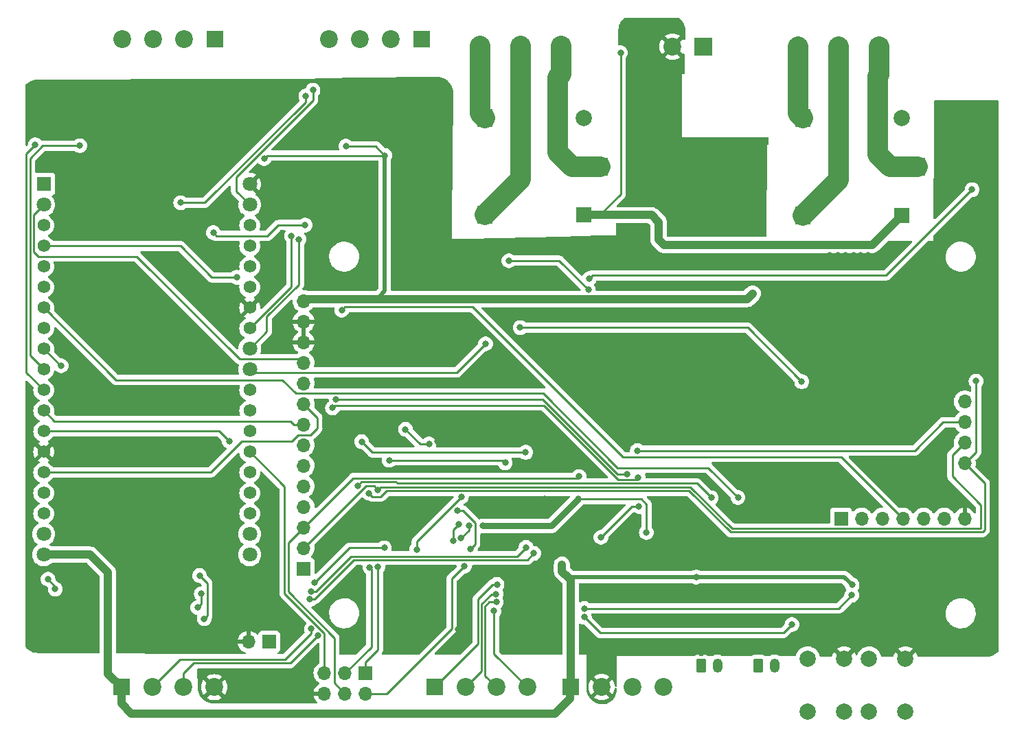
<source format=gbr>
%TF.GenerationSoftware,KiCad,Pcbnew,7.0.5-7.0.5~ubuntu20.04.1*%
%TF.CreationDate,2023-06-23T08:30:09+02:00*%
%TF.ProjectId,ControllerCircuit,436f6e74-726f-46c6-9c65-724369726375,rev?*%
%TF.SameCoordinates,Original*%
%TF.FileFunction,Copper,L2,Bot*%
%TF.FilePolarity,Positive*%
%FSLAX46Y46*%
G04 Gerber Fmt 4.6, Leading zero omitted, Abs format (unit mm)*
G04 Created by KiCad (PCBNEW 7.0.5-7.0.5~ubuntu20.04.1) date 2023-06-23 08:30:09*
%MOMM*%
%LPD*%
G01*
G04 APERTURE LIST*
G04 Aperture macros list*
%AMRoundRect*
0 Rectangle with rounded corners*
0 $1 Rounding radius*
0 $2 $3 $4 $5 $6 $7 $8 $9 X,Y pos of 4 corners*
0 Add a 4 corners polygon primitive as box body*
4,1,4,$2,$3,$4,$5,$6,$7,$8,$9,$2,$3,0*
0 Add four circle primitives for the rounded corners*
1,1,$1+$1,$2,$3*
1,1,$1+$1,$4,$5*
1,1,$1+$1,$6,$7*
1,1,$1+$1,$8,$9*
0 Add four rect primitives between the rounded corners*
20,1,$1+$1,$2,$3,$4,$5,0*
20,1,$1+$1,$4,$5,$6,$7,0*
20,1,$1+$1,$6,$7,$8,$9,0*
20,1,$1+$1,$8,$9,$2,$3,0*%
G04 Aperture macros list end*
%TA.AperFunction,ComponentPad*%
%ADD10R,2.000000X2.000000*%
%TD*%
%TA.AperFunction,ComponentPad*%
%ADD11C,2.200000*%
%TD*%
%TA.AperFunction,ComponentPad*%
%ADD12R,1.800000X1.800000*%
%TD*%
%TA.AperFunction,ComponentPad*%
%ADD13C,1.800000*%
%TD*%
%TA.AperFunction,ComponentPad*%
%ADD14C,1.560000*%
%TD*%
%TA.AperFunction,ComponentPad*%
%ADD15R,1.700000X1.700000*%
%TD*%
%TA.AperFunction,ComponentPad*%
%ADD16O,1.700000X1.700000*%
%TD*%
%TA.AperFunction,ComponentPad*%
%ADD17RoundRect,0.249999X-0.350001X-0.625001X0.350001X-0.625001X0.350001X0.625001X-0.350001X0.625001X0*%
%TD*%
%TA.AperFunction,ComponentPad*%
%ADD18O,1.200000X1.750000*%
%TD*%
%TA.AperFunction,ComponentPad*%
%ADD19R,1.980000X1.980000*%
%TD*%
%TA.AperFunction,ComponentPad*%
%ADD20C,2.000000*%
%TD*%
%TA.AperFunction,ComponentPad*%
%ADD21R,1.900000X2.200000*%
%TD*%
%TA.AperFunction,ComponentPad*%
%ADD22R,1.900000X1.900000*%
%TD*%
%TA.AperFunction,ComponentPad*%
%ADD23C,1.900000*%
%TD*%
%TA.AperFunction,ComponentPad*%
%ADD24R,2.200000X2.200000*%
%TD*%
%TA.AperFunction,ViaPad*%
%ADD25C,0.800000*%
%TD*%
%TA.AperFunction,Conductor*%
%ADD26C,0.250000*%
%TD*%
%TA.AperFunction,Conductor*%
%ADD27C,0.500000*%
%TD*%
%TA.AperFunction,Conductor*%
%ADD28C,0.750000*%
%TD*%
%TA.AperFunction,Conductor*%
%ADD29C,1.000000*%
%TD*%
%TA.AperFunction,Conductor*%
%ADD30C,2.500000*%
%TD*%
G04 APERTURE END LIST*
D10*
%TO.P,J7,1*%
%TO.N,FUSED5V*%
X68499020Y4511340D03*
D11*
%TO.P,J7,2*%
%TO.N,GND*%
X72309020Y4511340D03*
%TO.P,J7,3*%
%TO.N,Net-(D8-Pad2)*%
X76119020Y4511340D03*
%TO.P,J7,4*%
%TO.N,Net-(D8-Pad1)*%
X79929020Y4511340D03*
%TD*%
D12*
%TO.P,U4,1*%
%TO.N,N/C*%
X3506394Y66570000D03*
D13*
%TO.P,U4,2*%
%TO.N,/RESET*%
X3506394Y64030000D03*
D14*
%TO.P,U4,3*%
%TO.N,/IO36_INPUT*%
X3506394Y61490000D03*
%TO.P,U4,4*%
%TO.N,/IO39_INPUT*%
X3506394Y58950000D03*
%TO.P,U4,5*%
%TO.N,/IO34_INPUT*%
X3506394Y56410000D03*
%TO.P,U4,6*%
%TO.N,/IO35_INPUT*%
X3506394Y53870000D03*
%TO.P,U4,7*%
%TO.N,/IO32*%
X3506394Y51330000D03*
%TO.P,U4,8*%
%TO.N,/IO33*%
X3506394Y48790000D03*
%TO.P,U4,9*%
%TO.N,/IO25*%
X3506394Y46250000D03*
%TO.P,U4,10*%
%TO.N,/IO26*%
X3506394Y43710000D03*
%TO.P,U4,11*%
%TO.N,/IO27*%
X3506394Y41170000D03*
%TO.P,U4,12*%
%TO.N,/HSPI_CLK*%
X3506394Y38630000D03*
%TO.P,U4,13*%
%TO.N,/HSPI_MISO*%
X3506394Y36090000D03*
%TO.P,U4,14*%
%TO.N,GND*%
X3506394Y33550000D03*
%TO.P,U4,15*%
%TO.N,/HSPI_MOSI*%
X3506394Y31010000D03*
%TO.P,U4,16*%
%TO.N,N/C*%
X3506394Y28470000D03*
%TO.P,U4,17*%
X3506394Y25930000D03*
D13*
%TO.P,U4,18*%
X3506394Y23390000D03*
%TO.P,U4,19*%
%TO.N,FUSED5V*%
X3506394Y20850000D03*
%TO.P,U4,20*%
%TO.N,GND*%
X28906394Y66570000D03*
%TO.P,U4,21*%
%TO.N,/VSPI_MOSI*%
X28906394Y64030000D03*
D14*
%TO.P,U4,22*%
%TO.N,/IO22*%
X28906394Y61490000D03*
%TO.P,U4,23*%
%TO.N,N/C*%
X28906394Y58950000D03*
%TO.P,U4,24*%
X28906394Y56410000D03*
%TO.P,U4,25*%
%TO.N,/IO21*%
X28906394Y53870000D03*
%TO.P,U4,26*%
%TO.N,GND*%
X28906394Y51330000D03*
%TO.P,U4,27*%
%TO.N,/VSPI_MISO*%
X28906394Y48790000D03*
D13*
%TO.P,U4,28*%
%TO.N,/VSPI_CLK*%
X28906394Y46250000D03*
%TO.P,U4,29*%
%TO.N,/IO5*%
X28906394Y43710000D03*
D14*
%TO.P,U4,30*%
%TO.N,/CANBUS_RX*%
X28906394Y41170000D03*
%TO.P,U4,31*%
%TO.N,/CANBUS_TX*%
X28906394Y38630000D03*
%TO.P,U4,32*%
%TO.N,/IO4*%
X28906394Y36090000D03*
%TO.P,U4,33*%
%TO.N,/AVRISP_RESET*%
X28906394Y33550000D03*
%TO.P,U4,34*%
%TO.N,/IO2*%
X28906394Y31010000D03*
%TO.P,U4,35*%
%TO.N,/DISPLAY_DC*%
X28906394Y28470000D03*
%TO.P,U4,36*%
%TO.N,N/C*%
X28906394Y25930000D03*
D13*
%TO.P,U4,37*%
X28906394Y23390000D03*
%TO.P,U4,38*%
X28906394Y20850000D03*
%TD*%
D10*
%TO.P,J1,1*%
%TO.N,FUSED5V*%
X13090000Y4500000D03*
D11*
%TO.P,J1,2*%
%TO.N,Net-(J1-Pad2)*%
X16900000Y4500000D03*
%TO.P,J1,3*%
%TO.N,Net-(J1-Pad3)*%
X20710000Y4500000D03*
%TO.P,J1,4*%
%TO.N,GND*%
X24520000Y4500000D03*
%TD*%
D10*
%TO.P,J4,1*%
%TO.N,/EXT_IO_A*%
X51675686Y4496340D03*
D11*
%TO.P,J4,2*%
%TO.N,/EXT_IO_B*%
X55485686Y4496340D03*
%TO.P,J4,3*%
%TO.N,/EXT_IO_C*%
X59295686Y4496340D03*
%TO.P,J4,4*%
%TO.N,/EXT_IO_D*%
X63105686Y4496340D03*
%TD*%
D15*
%TO.P,J8,1*%
%TO.N,/VSPI_MISO*%
X43200000Y6250000D03*
D16*
%TO.P,J8,2*%
%TO.N,+3V3*%
X43200000Y3710000D03*
%TO.P,J8,3*%
%TO.N,/VSPI_CLK*%
X40660000Y6250000D03*
%TO.P,J8,4*%
%TO.N,/VSPI_MOSI*%
X40660000Y3710000D03*
%TO.P,J8,5*%
%TO.N,/AVRISP_RESET*%
X38120000Y6250000D03*
%TO.P,J8,6*%
%TO.N,GND*%
X38120000Y3710000D03*
%TD*%
D17*
%TO.P,TX1,1*%
%TO.N,Net-(TX1-Pad1)*%
X91591000Y7150400D03*
D18*
%TO.P,TX1,2*%
%TO.N,Net-(TX1-Pad2)*%
X93591000Y7150400D03*
%TD*%
D17*
%TO.P,RX1,1*%
%TO.N,GND*%
X84580720Y7150400D03*
D18*
%TO.P,RX1,2*%
%TO.N,Net-(Q4-Pad1)*%
X86580720Y7150400D03*
%TD*%
D19*
%TO.P,K1,A1*%
%TO.N,FUSED5V*%
X109265000Y62700000D03*
D20*
%TO.P,K1,A2*%
%TO.N,Net-(D2-Pad2)*%
X109265000Y74700000D03*
D21*
%TO.P,K1,COM*%
%TO.N,Net-(J2-Pad1)*%
X111265000Y68700000D03*
%TO.P,K1,NC*%
%TO.N,Net-(J2-Pad2)*%
X97065000Y62700000D03*
%TO.P,K1,NO*%
%TO.N,Net-(J2-Pad3)*%
X97065000Y74700000D03*
%TD*%
D15*
%TO.P,J10,1*%
%TO.N,Net-(J10-Pad1)*%
X31300000Y10100000D03*
D16*
%TO.P,J10,2*%
%TO.N,GND*%
X28760000Y10100000D03*
%TD*%
D22*
%TO.P,J2,1*%
%TO.N,Net-(J2-Pad1)*%
X106475000Y83550000D03*
D23*
%TO.P,J2,2*%
%TO.N,Net-(J2-Pad2)*%
X101475000Y83550000D03*
%TO.P,J2,3*%
%TO.N,Net-(J2-Pad3)*%
X96475000Y83550000D03*
%TD*%
D10*
%TO.P,J12,1*%
%TO.N,Net-(J12-Pad1)*%
X24660000Y84470000D03*
D11*
%TO.P,J12,2*%
%TO.N,Net-(J12-Pad2)*%
X20850000Y84470000D03*
%TO.P,J12,3*%
%TO.N,Net-(J12-Pad3)*%
X17040000Y84470000D03*
%TO.P,J12,4*%
%TO.N,Net-(J12-Pad4)*%
X13230000Y84470000D03*
%TD*%
D24*
%TO.P,J5,1*%
%TO.N,+5V*%
X84825000Y83550000D03*
D11*
%TO.P,J5,2*%
%TO.N,GND*%
X81025000Y83550000D03*
%TD*%
D15*
%TO.P,J14,1*%
%TO.N,+3V3*%
X101800000Y25300000D03*
D16*
%TO.P,J14,2*%
%TO.N,N/C*%
X104340000Y25300000D03*
%TO.P,J14,3*%
X106880000Y25300000D03*
%TO.P,J14,4*%
%TO.N,/IO34_INPUT*%
X109420000Y25300000D03*
%TO.P,J14,5*%
%TO.N,/SW1EXT*%
X111960000Y25300000D03*
%TO.P,J14,6*%
%TO.N,/SW2EXT*%
X114500000Y25300000D03*
%TO.P,J14,7*%
%TO.N,GND*%
X117040000Y25300000D03*
%TD*%
D20*
%TO.P,SW1,1*%
%TO.N,/SW1EXT*%
X97687000Y1524000D03*
X97687000Y8024000D03*
%TO.P,SW1,2*%
%TO.N,GND*%
X102187000Y1524000D03*
X102187000Y8024000D03*
%TD*%
%TO.P,SW2,1*%
%TO.N,/SW2EXT*%
X105250000Y1524000D03*
X105250000Y8024000D03*
%TO.P,SW2,2*%
%TO.N,GND*%
X109750000Y1524000D03*
X109750000Y8024000D03*
%TD*%
D15*
%TO.P,LCD1,1*%
%TO.N,/IO36_INPUT*%
X35550000Y19125000D03*
D16*
%TO.P,LCD1,2*%
%TO.N,/VSPI_MISO*%
X35550000Y21665000D03*
%TO.P,LCD1,3*%
%TO.N,/VSPI_MOSI*%
X35550000Y24205000D03*
%TO.P,LCD1,4*%
%TO.N,/IO4*%
X35550000Y26745000D03*
%TO.P,LCD1,5*%
%TO.N,/VSPI_CLK*%
X35550000Y29285000D03*
%TO.P,LCD1,6*%
%TO.N,/HSPI_MISO*%
X35550000Y31825000D03*
%TO.P,LCD1,7*%
%TO.N,Net-(LCD1-Pad7)*%
X35550000Y34365000D03*
%TO.P,LCD1,8*%
%TO.N,/HSPI_CLK*%
X35550000Y36905000D03*
%TO.P,LCD1,9*%
%TO.N,/HSPI_MOSI*%
X35550000Y39445000D03*
%TO.P,LCD1,10*%
%TO.N,/DISPLAY_DC*%
X35550000Y41985000D03*
%TO.P,LCD1,11*%
%TO.N,/RESET*%
X35550000Y44525000D03*
%TO.P,LCD1,12*%
%TO.N,GND*%
X35550000Y47065000D03*
%TO.P,LCD1,13*%
X35550000Y49605000D03*
%TO.P,LCD1,14*%
%TO.N,+3V3*%
X35550000Y52145000D03*
%TO.P,LCD1,SD1*%
%TO.N,/VSPI_CLK*%
X117050000Y32125000D03*
%TO.P,LCD1,SD2*%
%TO.N,/VSPI_MISO*%
X117050000Y34665000D03*
%TO.P,LCD1,SD3*%
%TO.N,/VSPI_MOSI*%
X117050000Y37205000D03*
%TO.P,LCD1,SD4*%
%TO.N,/IO5*%
X117050000Y39745000D03*
%TD*%
D10*
%TO.P,J9,1*%
%TO.N,Net-(J9-Pad1)*%
X50075000Y84470000D03*
D11*
%TO.P,J9,2*%
%TO.N,Net-(J9-Pad2)*%
X46265000Y84470000D03*
%TO.P,J9,3*%
%TO.N,N/C*%
X42455000Y84470000D03*
%TO.P,J9,4*%
%TO.N,Net-(J9-Pad4)*%
X38645000Y84470000D03*
%TD*%
D19*
%TO.P,K2,A1*%
%TO.N,FUSED5V*%
X70100000Y62750000D03*
D20*
%TO.P,K2,A2*%
%TO.N,Net-(D4-Pad1)*%
X70100000Y74750000D03*
D21*
%TO.P,K2,COM*%
%TO.N,Net-(J3-Pad1)*%
X72100000Y68750000D03*
%TO.P,K2,NC*%
%TO.N,Net-(J3-Pad2)*%
X57900000Y62750000D03*
%TO.P,K2,NO*%
%TO.N,Net-(J3-Pad3)*%
X57900000Y74750000D03*
%TD*%
D22*
%TO.P,J3,1*%
%TO.N,Net-(J3-Pad1)*%
X67310000Y83600000D03*
D23*
%TO.P,J3,2*%
%TO.N,Net-(J3-Pad2)*%
X62310000Y83600000D03*
%TO.P,J3,3*%
%TO.N,Net-(J3-Pad3)*%
X57310000Y83600000D03*
%TD*%
D25*
%TO.N,GND*%
X83420840Y57536000D03*
X84370840Y57536000D03*
X82420840Y57536000D03*
X81420000Y57536000D03*
X119375000Y61425000D03*
X118375000Y61425000D03*
X118375000Y62425000D03*
X119375000Y62425000D03*
X120325000Y61425000D03*
X120325000Y62425000D03*
X119819320Y10946240D03*
X118869320Y10946240D03*
X118869320Y9946240D03*
X117869320Y9946240D03*
X119819320Y9946240D03*
X19312540Y22286580D03*
X18312540Y22286580D03*
X19312540Y23286580D03*
X18312540Y23286580D03*
X25466400Y43952840D03*
X25466400Y44952840D03*
X21057680Y40490060D03*
X22057680Y40490060D03*
X22057680Y39490060D03*
X21057680Y39490060D03*
X9976560Y50977440D03*
X9026560Y50977440D03*
X9976560Y51977440D03*
X8026560Y50977440D03*
X9026560Y51977440D03*
X8026560Y51977440D03*
X58925540Y36404700D03*
X57925540Y36404700D03*
X48250000Y41975000D03*
X50164120Y41975000D03*
X21951000Y33107040D03*
X20951000Y33107040D03*
X21951000Y34107040D03*
X20951000Y34107040D03*
X22466620Y29954900D03*
X21466620Y29954900D03*
X13640120Y23051180D03*
X13640120Y24051180D03*
X12640120Y23051180D03*
X12640120Y24051180D03*
X84277180Y23825240D03*
X84277180Y24825240D03*
X106733960Y35229380D03*
X105783960Y35229380D03*
X109133960Y35229380D03*
X108133960Y35229380D03*
X110083960Y35229380D03*
X104783960Y35229380D03*
X53016980Y34808840D03*
X52016980Y34808840D03*
X52016980Y35808840D03*
X53016980Y35808840D03*
X44664440Y34895200D03*
X44664440Y35895200D03*
X40826500Y36001880D03*
X40826500Y35001880D03*
X59184340Y26349860D03*
X58184340Y26349860D03*
X41174940Y54489440D03*
X43124940Y54489440D03*
X42174940Y54489440D03*
X19186320Y67350000D03*
X21895400Y67350000D03*
X17831780Y67350000D03*
X16477240Y67350000D03*
X20540860Y67350000D03*
X41120060Y60580560D03*
X41120060Y61580560D03*
X43070060Y60580560D03*
X42070060Y60580560D03*
X42070060Y61580560D03*
X43070060Y61580560D03*
X105170840Y57786000D03*
X104220840Y57786000D03*
X73919480Y43922300D03*
X66844480Y44247300D03*
X73919480Y44922300D03*
X66844480Y45247300D03*
X81662160Y54032680D03*
X80712160Y54032680D03*
X91169480Y39972300D03*
X89219480Y39972300D03*
X90219480Y39972300D03*
X91169480Y38972300D03*
X89219480Y38972300D03*
X90219480Y38972300D03*
X113038960Y29742380D03*
X112088960Y29742380D03*
X112088960Y28742380D03*
X111088960Y29742380D03*
X113038960Y28742380D03*
X15122700Y67350000D03*
X13768160Y67350000D03*
X73000000Y15900000D03*
X79133380Y9004580D03*
X78133380Y9004580D03*
X74264580Y9276620D03*
X71900000Y9300000D03*
X102370840Y57786000D03*
X103320840Y57786000D03*
X101370840Y57786000D03*
X100370000Y57790000D03*
X117850000Y10960000D03*
X113865000Y57145000D03*
X112915000Y57145000D03*
X111915000Y58145000D03*
X112915000Y58145000D03*
X113865000Y58145000D03*
X111915000Y57145000D03*
X111088960Y28718000D03*
X100065320Y20543240D03*
X100065320Y19543240D03*
X99065320Y19543240D03*
X101015320Y19543240D03*
X101015320Y20543240D03*
X99046000Y20557000D03*
X82500000Y12900000D03*
X84300000Y12900000D03*
X32000000Y65125000D03*
X52500000Y12200000D03*
X12413620Y67350000D03*
X11059080Y67350000D03*
X9704540Y67350000D03*
X87200000Y16400000D03*
X75800000Y15900000D03*
X89700000Y9725000D03*
X88600000Y9725000D03*
X88300000Y16400000D03*
X88300000Y12900000D03*
X80219480Y41472300D03*
X81169480Y41472300D03*
X79219480Y41472300D03*
X81169480Y40472300D03*
X80219480Y40472300D03*
X79219480Y40472300D03*
X110333960Y40354380D03*
X110333960Y39354380D03*
X69800000Y23700000D03*
X93442320Y27944020D03*
X92352320Y27944020D03*
X94532320Y27944020D03*
X50300000Y12200000D03*
X42000000Y17400000D03*
X40700000Y16500000D03*
X65900000Y21100000D03*
X47100000Y26600000D03*
X46100000Y26600000D03*
X117350000Y76050000D03*
X103300000Y49130000D03*
X104550000Y49100000D03*
X100950000Y46680000D03*
X102200000Y46650000D03*
X27735560Y77874940D03*
X26735560Y77874940D03*
X18145400Y60850000D03*
X15436320Y60850000D03*
X19499940Y60850000D03*
X14081780Y60850000D03*
X16790860Y60850000D03*
X31525060Y75810560D03*
X32475060Y75810560D03*
X33475060Y75810560D03*
X13900000Y77550000D03*
X32025000Y63575000D03*
X74525000Y57536000D03*
X75575000Y57536000D03*
X73475000Y57536000D03*
X39075060Y66710560D03*
X40025060Y67710560D03*
X41025060Y67710560D03*
X41025060Y66710560D03*
X39075060Y67710560D03*
X40025060Y66710560D03*
X20226560Y44602440D03*
X21176560Y45602440D03*
X21176560Y44602440D03*
X19226560Y44602440D03*
X20226560Y45602440D03*
X19226560Y45602440D03*
X26420000Y15550000D03*
X41890000Y23830000D03*
X45474940Y50214440D03*
X44524940Y50214440D03*
X80719480Y50397300D03*
X82669480Y50397300D03*
X81719480Y50397300D03*
X61344480Y50797300D03*
X60394480Y50797300D03*
X59394480Y50797300D03*
X72844480Y50472300D03*
X71894480Y50472300D03*
X70894480Y50472300D03*
X50444480Y54397300D03*
X52394480Y55397300D03*
X51444480Y55397300D03*
X50444480Y55397300D03*
X52394480Y54397300D03*
X51444480Y54397300D03*
X90439000Y62645840D03*
X90439000Y61645840D03*
X91500000Y61645840D03*
X91475000Y62625000D03*
X76539000Y86245840D03*
X76539000Y85295840D03*
X76539000Y84395840D03*
X76539000Y82445840D03*
X76539000Y83445840D03*
X76535000Y81445000D03*
X76227700Y65594480D03*
X76227700Y64594480D03*
X77227700Y65594480D03*
X76227700Y66544480D03*
X77227700Y64594480D03*
X77227700Y66544480D03*
X41150000Y75825000D03*
X54600000Y11675000D03*
X4440120Y10881180D03*
X4440120Y9881180D03*
X3440120Y10881180D03*
X3440120Y9881180D03*
X2845060Y77140560D03*
X3795060Y77140560D03*
X4795060Y77140560D03*
X109625000Y10200000D03*
X23900000Y9670000D03*
X25570000Y16675000D03*
X74900000Y38000000D03*
X74900000Y36800000D03*
X41890000Y25830000D03*
X107500000Y16250000D03*
X65900000Y19700000D03*
X102225000Y10375000D03*
X79600000Y22400000D03*
X71900000Y26500000D03*
X37900000Y47000000D03*
X94080000Y49600000D03*
X26350000Y23475000D03*
X66000000Y12200000D03*
X59700000Y22600000D03*
X25860000Y9670000D03*
X32200000Y49700000D03*
X83800000Y15500000D03*
X46250000Y17400000D03*
X65400000Y33700000D03*
X72400000Y12700000D03*
X32200000Y48700000D03*
X94050000Y48350000D03*
X26350000Y24475000D03*
X80800000Y27400000D03*
X84600000Y10000000D03*
X79200000Y27400000D03*
X57500000Y42000000D03*
X27570000Y14425000D03*
X69100000Y32200000D03*
X65250000Y26500000D03*
X32012500Y66675000D03*
X42200000Y41975000D03*
X115350000Y76050000D03*
X69100000Y33300000D03*
X70500000Y16600000D03*
X66000000Y11200000D03*
X24890000Y9670000D03*
X116350000Y76050000D03*
X114000000Y69750000D03*
X60000000Y42000000D03*
X114000000Y70750000D03*
X13900000Y78575000D03*
X44100000Y41975000D03*
X26350000Y25375000D03*
X95300000Y9725000D03*
X65400000Y32000000D03*
X55300000Y10900000D03*
X52250000Y17400000D03*
X41175000Y77000000D03*
X62600000Y36404700D03*
X65250000Y27750000D03*
X75100000Y12700000D03*
X41890000Y24830000D03*
X39000000Y47000000D03*
%TO.N,+3V3*%
X30689998Y69740000D03*
X40750000Y71250000D03*
X48100000Y36325000D03*
X51000000Y34500000D03*
X90900000Y53075002D03*
X55374990Y19456924D03*
X57600000Y24400000D03*
X45550000Y70100000D03*
X77800000Y23600000D03*
X69427000Y27727000D03*
%TO.N,/IO33*%
X24410000Y60580002D03*
X35737018Y61520000D03*
%TO.N,/IO32*%
X89100000Y27900000D03*
%TO.N,/IO35_INPUT*%
X35820000Y77450000D03*
X20395000Y64275000D03*
%TO.N,/IO34_INPUT*%
X40260000Y51010000D03*
%TO.N,/IO39_INPUT*%
X54500000Y26300000D03*
X56104670Y21595330D03*
X27300000Y55080000D03*
%TO.N,Net-(J1-Pad3)*%
X37329111Y10896208D03*
%TO.N,Net-(J1-Pad2)*%
X36512660Y11712660D03*
%TO.N,/VSPI_CLK*%
X118449990Y42275160D03*
X34969068Y59781278D03*
X43700000Y19300000D03*
X43600000Y28449990D03*
%TO.N,/VSPI_MOSI*%
X76699998Y33700000D03*
X36697500Y78165010D03*
X69500000Y30500000D03*
%TO.N,/VSPI_MISO*%
X44699240Y28874240D03*
X44699240Y19339302D03*
X34054998Y60186863D03*
%TO.N,/RESET*%
X46100001Y32500000D03*
X60400000Y32200000D03*
%TO.N,FUSED5V*%
X103162500Y17137500D03*
X67400001Y19600001D03*
X79325000Y60824998D03*
X83950000Y18100000D03*
X67499997Y18699997D03*
X79325000Y59725000D03*
X74625000Y82775000D03*
X79325000Y61874998D03*
X68100000Y18099994D03*
%TO.N,/CANBUS_TX*%
X39120000Y38960000D03*
X76805875Y30374999D03*
%TO.N,/CANBUS_RX*%
X75419674Y30825010D03*
X39550000Y40024990D03*
%TO.N,/GREEN_LED*%
X22501004Y14337293D03*
X22944990Y16030000D03*
%TO.N,/RELAY1*%
X70750000Y54900000D03*
X117950000Y65900000D03*
%TO.N,/RELAY2*%
X60850000Y57125000D03*
X70650000Y53550000D03*
%TO.N,/DISPLAY_LED*%
X42700000Y34800000D03*
X62925000Y33475000D03*
%TO.N,/EXT_IO_C*%
X59300002Y15000000D03*
%TO.N,/EXT_IO_B*%
X59289465Y16005078D03*
%TO.N,/EXT_IO_A*%
X59390216Y17187914D03*
%TO.N,/EXT_IO_D*%
X59000000Y13910880D03*
%TO.N,/IO22*%
X55000000Y28000000D03*
X49500000Y21499990D03*
%TO.N,/HSPI_MISO*%
X26361260Y34874200D03*
%TO.N,/IO5*%
X62242158Y48867158D03*
X96950000Y42200000D03*
X57975000Y46875000D03*
%TO.N,/IO25*%
X45500006Y21700000D03*
X5655180Y44155360D03*
X36910000Y17410000D03*
%TO.N,/IO27*%
X36335660Y15355345D03*
X2467340Y71432660D03*
X63925952Y21027153D03*
%TO.N,/IO26*%
X7960000Y71320000D03*
X62975010Y21752163D03*
X36480079Y16344873D03*
%TO.N,/IO2*%
X85800000Y27875021D03*
X42200000Y29374990D03*
%TO.N,Net-(D1-Pad3)*%
X4928600Y16610276D03*
X4040000Y17820000D03*
%TO.N,/BLUE_LED*%
X22725000Y18275000D03*
X23300000Y12949999D03*
%TO.N,/RELAY3_SSR*%
X55916199Y24423144D03*
X54966958Y22917719D03*
%TO.N,/RELAY4_SSR*%
X54711937Y24617731D03*
X54028062Y22573484D03*
%TO.N,/SW2OUTPUT*%
X103125000Y15850000D03*
X70174990Y14221840D03*
%TO.N,/SW1OUTPUT*%
X70150000Y13150000D03*
X95750000Y12250000D03*
%TO.N,Net-(U1-Pad8)*%
X72200000Y23000000D03*
X76900000Y26800000D03*
%TD*%
D26*
%TO.N,+3V3*%
X49925000Y34500000D02*
X48100000Y36325000D01*
X44400000Y71250000D02*
X45550000Y70100000D01*
X53800000Y11700000D02*
X53800000Y17881934D01*
X77173000Y27727000D02*
X77800000Y27100000D01*
D27*
X35550000Y52145000D02*
X44315000Y52145000D01*
D26*
X40750000Y71250000D02*
X44400000Y71250000D01*
D28*
X66100000Y24400000D02*
X57600000Y24400000D01*
D29*
X90232181Y52407183D02*
X90900000Y53075002D01*
D27*
X44315000Y52145000D02*
X45550000Y53380000D01*
D26*
X31049998Y70100000D02*
X30689998Y69740000D01*
D29*
X35550000Y52145000D02*
X35812183Y52407183D01*
D26*
X51000000Y34500000D02*
X49925000Y34500000D01*
D29*
X35812183Y52407183D02*
X90232181Y52407183D01*
D26*
X45550000Y70100000D02*
X31049998Y70100000D01*
X45810000Y3710000D02*
X53800000Y11700000D01*
X43200000Y3710000D02*
X45810000Y3710000D01*
X69427000Y27727000D02*
X77173000Y27727000D01*
D27*
X45550000Y53380000D02*
X45550000Y70100000D01*
D26*
X53800000Y17881934D02*
X55374990Y19456924D01*
D28*
X69427000Y27727000D02*
X66100000Y24400000D01*
D26*
X77800000Y27100000D02*
X77800000Y23600000D01*
%TO.N,/IO33*%
X31070003Y60180003D02*
X24809999Y60180003D01*
X32410000Y61520000D02*
X31070003Y60180003D01*
X24809999Y60180003D02*
X24410000Y60580002D01*
X35737018Y61520000D02*
X32410000Y61520000D01*
%TO.N,/IO32*%
X3506394Y51330000D02*
X12410774Y42425620D01*
X32924380Y42425620D02*
X34600000Y40750000D01*
X34600000Y40750000D02*
X65057557Y40750000D01*
X12410774Y42425620D02*
X32924380Y42425620D01*
X85449988Y31550012D02*
X89100000Y27900000D01*
X74257545Y31550012D02*
X85449988Y31550012D01*
X65057557Y40750000D02*
X74257545Y31550012D01*
%TO.N,/IO35_INPUT*%
X23385585Y64275000D02*
X20395000Y64275000D01*
X35820000Y76709415D02*
X23385585Y64275000D01*
X35820000Y77450000D02*
X35820000Y76709415D01*
%TO.N,/IO34_INPUT*%
X101819955Y32900045D02*
X74882959Y32900045D01*
X56373005Y51409999D02*
X40659999Y51409999D01*
X40659999Y51409999D02*
X40260000Y51010000D01*
X74882959Y32900045D02*
X56373005Y51409999D01*
X109420000Y25300000D02*
X101819955Y32900045D01*
%TO.N,/IO39_INPUT*%
X3506394Y58950000D02*
X20354315Y58950000D01*
X20354315Y58950000D02*
X24224315Y55080000D01*
X56699999Y22190659D02*
X56104670Y21595330D01*
X55165685Y26300000D02*
X56699999Y24765686D01*
X56699999Y24765686D02*
X56699999Y22190659D01*
X24224315Y55080000D02*
X27300000Y55080000D01*
X54500000Y26300000D02*
X55165685Y26300000D01*
%TO.N,Net-(J1-Pad3)*%
X21969989Y7479989D02*
X33912892Y7479989D01*
X20710000Y4500000D02*
X20710000Y6220000D01*
X33912892Y7479989D02*
X37329111Y10896208D01*
X20710000Y6220000D02*
X21969989Y7479989D01*
%TO.N,Net-(J1-Pad2)*%
X36512660Y11162660D02*
X36512660Y11712660D01*
X33280000Y7930000D02*
X36512660Y11162660D01*
X20330000Y7930000D02*
X33280000Y7930000D01*
X16900000Y4500000D02*
X20330000Y7930000D01*
%TO.N,/VSPI_CLK*%
X43900000Y9490000D02*
X43900000Y19100000D01*
X119500000Y29675000D02*
X119500000Y23899999D01*
X45047242Y28024238D02*
X44025752Y28024238D01*
X31010000Y50230000D02*
X34969068Y54189068D01*
X40660000Y6250000D02*
X43900000Y9490000D01*
X88163612Y23636388D02*
X83050033Y28749967D01*
X117050000Y32125000D02*
X118449990Y33524990D01*
X118449990Y33524990D02*
X118449990Y42275160D01*
X45772971Y28749967D02*
X45047242Y28024238D01*
X28906394Y46250000D02*
X31010000Y48353606D01*
X83050033Y28749967D02*
X45772971Y28749967D01*
X31010000Y48353606D02*
X31010000Y50230000D01*
X119500000Y23899999D02*
X119236389Y23636388D01*
X43900000Y19100000D02*
X43700000Y19300000D01*
X119236389Y23636388D02*
X88163612Y23636388D01*
X117050000Y32125000D02*
X119500000Y29675000D01*
X28906394Y46250000D02*
X29266395Y45889999D01*
X44025752Y28024238D02*
X43600000Y28449990D01*
X34969068Y54189068D02*
X34969068Y59781278D01*
%TO.N,/VSPI_MOSI*%
X114405000Y37205000D02*
X117050000Y37205000D01*
X110900000Y33700000D02*
X114405000Y37205000D01*
X41645000Y30300000D02*
X69300000Y30300000D01*
X36697500Y76950504D02*
X36697500Y78165010D01*
X69300000Y30300000D02*
X69500000Y30500000D01*
X39350001Y5019999D02*
X39350001Y10569999D01*
X40660000Y3710000D02*
X39350001Y5019999D01*
X33640011Y22295011D02*
X35550000Y24205000D01*
X33640011Y16279989D02*
X33640011Y22295011D01*
X28906394Y64030000D02*
X27230000Y65706394D01*
X76699998Y33700000D02*
X110900000Y33700000D01*
X27230000Y67483004D02*
X36697500Y76950504D01*
X27230000Y65706394D02*
X27230000Y67483004D01*
X35550000Y24205000D02*
X41645000Y30300000D01*
X39350001Y10569999D02*
X33640011Y16279989D01*
%TO.N,/VSPI_MISO*%
X115525002Y30524998D02*
X119049989Y27000011D01*
X119049989Y27000011D02*
X119049989Y24086399D01*
X35550000Y21665000D02*
X43235759Y29350759D01*
X43200000Y7587733D02*
X44699240Y9086973D01*
X43200000Y6250000D02*
X43200000Y6650000D01*
X117050000Y34665000D02*
X117015000Y34700000D01*
X119049989Y24086399D02*
X88350012Y24086399D01*
X34054998Y53938604D02*
X34054998Y60186863D01*
X115525002Y33140002D02*
X115525002Y30524998D01*
X45024978Y29199978D02*
X44699240Y28874240D01*
X88350012Y24086399D02*
X83236433Y29199978D01*
X117050000Y34665000D02*
X115525002Y33140002D01*
X43235759Y29350759D02*
X44222721Y29350759D01*
X83236433Y29199978D02*
X45024978Y29199978D01*
X44699240Y9086973D02*
X44699240Y19339302D01*
X28906394Y48790000D02*
X34054998Y53938604D01*
X43200000Y6250000D02*
X43200000Y7587733D01*
X44222721Y29350759D02*
X44699240Y28874240D01*
%TO.N,/RESET*%
X2260000Y58250000D02*
X2260000Y62783606D01*
X35100000Y44975000D02*
X27665000Y44975000D01*
X46100001Y32500000D02*
X60100000Y32500000D01*
X2850000Y57660000D02*
X2260000Y58250000D01*
X27665000Y44975000D02*
X14980000Y57660000D01*
X35550000Y44525000D02*
X35100000Y44975000D01*
X60100000Y32500000D02*
X60400000Y32200000D01*
X2260000Y62783606D02*
X3506394Y64030000D01*
X14980000Y57660000D02*
X2850000Y57660000D01*
D30*
%TO.N,Net-(J2-Pad3)*%
X96475000Y83550000D02*
X96475000Y75290000D01*
X96475000Y75290000D02*
X97065000Y74700000D01*
%TO.N,Net-(J2-Pad2)*%
X101475000Y67110000D02*
X97065000Y62700000D01*
X101475000Y83550000D02*
X101475000Y67110000D01*
%TO.N,Net-(J2-Pad1)*%
X106284260Y70230740D02*
X107815000Y68700000D01*
X107815000Y68700000D02*
X111265000Y68700000D01*
X106475000Y80100000D02*
X106284260Y79909260D01*
X106284260Y79909260D02*
X106284260Y70230740D01*
X106475000Y83550000D02*
X106475000Y80100000D01*
D27*
%TO.N,FUSED5V*%
X103162500Y17137500D02*
X102200000Y18100000D01*
D29*
X66554989Y1274989D02*
X68401340Y3121340D01*
X105615000Y59050000D02*
X80000000Y59050000D01*
X14315011Y1274989D02*
X66554989Y1274989D01*
X13090000Y4500000D02*
X11425000Y6165000D01*
X68401340Y4511340D02*
X68499020Y4511340D01*
X67400001Y18799993D02*
X67400001Y19600001D01*
D27*
X68100000Y18099994D02*
X83949994Y18099994D01*
D29*
X79325000Y60824998D02*
X79325000Y61874998D01*
X9250000Y20850000D02*
X3506394Y20850000D01*
X13090000Y2500000D02*
X14315011Y1274989D01*
X70100000Y62750000D02*
X78449998Y62750000D01*
X11425000Y6165000D02*
X11425000Y18675000D01*
D26*
X70100000Y62750000D02*
X72025000Y62750000D01*
D29*
X68100000Y18099994D02*
X67499997Y18699997D01*
X68401340Y3121340D02*
X68401340Y4511340D01*
X79325000Y60824998D02*
X79325000Y59725000D01*
D27*
X83949994Y18099994D02*
X83950000Y18100000D01*
D29*
X11425000Y18675000D02*
X9250000Y20850000D01*
X67499997Y18699997D02*
X67400001Y18799993D01*
X68499020Y4511340D02*
X68499020Y17700974D01*
X109265000Y62700000D02*
X105615000Y59050000D01*
X13090000Y4500000D02*
X13090000Y2500000D01*
D26*
X72025000Y62750000D02*
X74625000Y65350000D01*
D29*
X80000000Y59050000D02*
X79325000Y59725000D01*
X68499020Y17700974D02*
X68100000Y18099994D01*
X78449998Y62750000D02*
X79325000Y61874998D01*
D27*
X68100000Y18100000D02*
X68100000Y18099994D01*
D26*
X74625000Y65350000D02*
X74625000Y82775000D01*
D27*
X102200000Y18100000D02*
X83950000Y18100000D01*
D30*
%TO.N,Net-(J3-Pad3)*%
X57310000Y83600000D02*
X57310000Y75340000D01*
X57310000Y75340000D02*
X57900000Y74750000D01*
%TO.N,Net-(J3-Pad2)*%
X62310000Y83600000D02*
X62310000Y67160000D01*
X62310000Y67160000D02*
X57900000Y62750000D01*
%TO.N,Net-(J3-Pad1)*%
X72100000Y68750000D02*
X68650000Y68750000D01*
X66895720Y70504280D02*
X66895720Y79742500D01*
X67274990Y80121770D02*
X67274990Y83600000D01*
X68650000Y68750000D02*
X66895720Y70504280D01*
X66895720Y79742500D02*
X67274990Y80121770D01*
D26*
%TO.N,/CANBUS_TX*%
X65134232Y39275000D02*
X74309232Y30100000D01*
X39435000Y39275000D02*
X65134232Y39275000D01*
X74309232Y30100000D02*
X76530876Y30100000D01*
X39120000Y38960000D02*
X39435000Y39275000D01*
X76530876Y30100000D02*
X76805875Y30374999D01*
%TO.N,/AVRISP_RESET*%
X28906394Y33550000D02*
X33190000Y29266394D01*
X33190000Y29266394D02*
X33190000Y16093589D01*
X33190000Y16093589D02*
X38120000Y11163590D01*
X38120000Y11163590D02*
X38120000Y6250000D01*
%TO.N,/CANBUS_RX*%
X74220634Y30825010D02*
X75419674Y30825010D01*
X39550000Y40024990D02*
X65020654Y40024990D01*
X65020654Y40024990D02*
X74220634Y30825010D01*
%TO.N,/GREEN_LED*%
X22944990Y14781279D02*
X22944990Y16030000D01*
X22501004Y14337293D02*
X22944990Y14781279D01*
%TO.N,/RELAY1*%
X117950000Y65900000D02*
X107375000Y55325000D01*
X107375000Y55325000D02*
X71175000Y55325000D01*
X71175000Y55325000D02*
X70750000Y54900000D01*
%TO.N,/RELAY2*%
X67075000Y57125000D02*
X70650000Y53550000D01*
X60850000Y57125000D02*
X67075000Y57125000D01*
%TO.N,/DISPLAY_LED*%
X42700000Y34800000D02*
X44025000Y33475000D01*
X44025000Y33475000D02*
X62925000Y33475000D01*
%TO.N,/EXT_IO_C*%
X57917298Y14482983D02*
X58434315Y15000000D01*
X59295686Y4496340D02*
X57917298Y5874728D01*
X57917298Y5874728D02*
X57917298Y14482983D01*
X58434315Y15000000D02*
X59300002Y15000000D01*
%TO.N,/EXT_IO_B*%
X57467287Y6477941D02*
X57467287Y14748585D01*
X55485686Y4496340D02*
X57467287Y6477941D01*
X58723780Y16005078D02*
X59289465Y16005078D01*
X57467287Y14748585D02*
X58723780Y16005078D01*
%TO.N,/EXT_IO_A*%
X57017276Y15380659D02*
X58824531Y17187914D01*
X51675686Y4496340D02*
X57017276Y9837930D01*
X57017276Y9837930D02*
X57017276Y15380659D01*
X58824531Y17187914D02*
X59390216Y17187914D01*
%TO.N,/EXT_IO_D*%
X59000000Y8602026D02*
X59000000Y13910880D01*
X63105686Y4496340D02*
X59000000Y8602026D01*
%TO.N,/IO22*%
X55000000Y28000000D02*
X49500000Y22500000D01*
X49500000Y22500000D02*
X49500000Y21499990D01*
%TO.N,/HSPI_CLK*%
X34347919Y36905000D02*
X35550000Y36905000D01*
X3506394Y38630000D02*
X4796394Y37340000D01*
X4796394Y37340000D02*
X33912919Y37340000D01*
X33912919Y37340000D02*
X34347919Y36905000D01*
%TO.N,/HSPI_MISO*%
X3506394Y36090000D02*
X25145460Y36090000D01*
X25145460Y36090000D02*
X26361260Y34874200D01*
%TO.N,/HSPI_MOSI*%
X3506394Y31010000D02*
X24110000Y31010000D01*
X24110000Y31010000D02*
X27920000Y34820000D01*
X27920000Y34820000D02*
X34076000Y34820000D01*
X37235000Y36433760D02*
X37235000Y37760000D01*
X34076000Y34820000D02*
X34882040Y35626040D01*
X34882040Y35626040D02*
X36427280Y35626040D01*
X37235000Y37760000D02*
X35550000Y39445000D01*
X36427280Y35626040D02*
X37235000Y36433760D01*
%TO.N,/IO5*%
X96950000Y42200000D02*
X90282842Y48867158D01*
X28906394Y43710000D02*
X29291393Y43325001D01*
X29291393Y43325001D02*
X54425001Y43325001D01*
X54425001Y43325001D02*
X57975000Y46875000D01*
X90282842Y48867158D02*
X62242158Y48867158D01*
%TO.N,/IO25*%
X45500006Y21700000D02*
X41200000Y21700000D01*
X5601034Y44155360D02*
X5655180Y44155360D01*
X3506394Y46250000D02*
X5601034Y44155360D01*
X41200000Y21700000D02*
X36910000Y17410000D01*
%TO.N,/IO27*%
X3506394Y41170000D02*
X1359978Y43316416D01*
X63925952Y21027153D02*
X63109591Y20210792D01*
X63109591Y20210792D02*
X41756792Y20210792D01*
X41756792Y20210792D02*
X36901345Y15355345D01*
X36901345Y15355345D02*
X36335660Y15355345D01*
X1359978Y70325298D02*
X2467340Y71432660D01*
X1359978Y43316416D02*
X1359978Y70325298D01*
%TO.N,/IO26*%
X61883650Y20660803D02*
X41361694Y20660803D01*
X3506394Y43710000D02*
X1809989Y45406405D01*
X1809989Y69749989D02*
X3380000Y71320000D01*
X3380000Y71320000D02*
X7960000Y71320000D01*
X41361694Y20660803D02*
X37045764Y16344873D01*
X37045764Y16344873D02*
X36480079Y16344873D01*
X1809989Y45406405D02*
X1809989Y69749989D01*
X62975010Y21752163D02*
X61883650Y20660803D01*
%TO.N,/IO2*%
X46923015Y29849989D02*
X47123015Y29649989D01*
X84025032Y29649989D02*
X85800000Y27875021D01*
X47123015Y29649989D02*
X84025032Y29649989D01*
X42674999Y29849989D02*
X46923015Y29849989D01*
X42200000Y29374990D02*
X42674999Y29849989D01*
%TO.N,Net-(D1-Pad3)*%
X4928600Y16931400D02*
X4928600Y16610276D01*
X4040000Y17820000D02*
X4928600Y16931400D01*
%TO.N,/BLUE_LED*%
X22725000Y18275000D02*
X23670000Y17330000D01*
X23670000Y17330000D02*
X23670000Y13319999D01*
X23670000Y13319999D02*
X23300000Y12949999D01*
%TO.N,/RELAY3_SSR*%
X54966958Y22917719D02*
X55916199Y23866960D01*
X55916199Y23866960D02*
X55916199Y24423144D01*
%TO.N,/RELAY4_SSR*%
X54028062Y22573484D02*
X54028062Y23933856D01*
X54028062Y23933856D02*
X54711937Y24617731D01*
%TO.N,/SW2OUTPUT*%
X101496840Y14221840D02*
X103125000Y15850000D01*
X70174990Y14221840D02*
X101496840Y14221840D01*
%TO.N,/SW1OUTPUT*%
X95750000Y12250000D02*
X94700001Y11200001D01*
X72099999Y11200001D02*
X70150000Y13150000D01*
X94700001Y11200001D02*
X72099999Y11200001D01*
%TO.N,Net-(U1-Pad8)*%
X72200000Y23000000D02*
X76000000Y26800000D01*
X76000000Y26800000D02*
X76900000Y26800000D01*
%TD*%
%TA.AperFunction,Conductor*%
%TO.N,GND*%
G36*
X121191621Y76879998D02*
G01*
X121238114Y76826342D01*
X121249500Y76774000D01*
X121249500Y8985036D01*
X121229498Y8916915D01*
X121212513Y8895858D01*
X121064574Y8748193D01*
X121050959Y8736420D01*
X120836521Y8576262D01*
X120821369Y8566549D01*
X120586299Y8438576D01*
X120569916Y8431121D01*
X120319003Y8337945D01*
X120301726Y8332901D01*
X120040113Y8276430D01*
X120022293Y8273898D01*
X119748535Y8254806D01*
X119744033Y8254653D01*
X111340826Y8270251D01*
X111272743Y8290380D01*
X111226349Y8344122D01*
X111218541Y8366838D01*
X111188628Y8491436D01*
X111097791Y8710739D01*
X110983102Y8897893D01*
X110983100Y8897893D01*
X110357284Y8272077D01*
X110240794Y8272294D01*
X110203558Y8344156D01*
X110100362Y8454652D01*
X109971181Y8533209D01*
X109915577Y8548789D01*
X110623891Y9257103D01*
X110436733Y9371794D01*
X110217437Y9462629D01*
X109986632Y9518040D01*
X109750000Y9536663D01*
X109513367Y9518040D01*
X109282562Y9462629D01*
X109063262Y9371792D01*
X108876107Y9257104D01*
X108876107Y9257102D01*
X109582374Y8550835D01*
X109461542Y8498349D01*
X109344261Y8402934D01*
X109257072Y8279415D01*
X109255430Y8274797D01*
X109139381Y8275410D01*
X108516898Y8897893D01*
X108516896Y8897893D01*
X108402208Y8710738D01*
X108311371Y8491436D01*
X108311369Y8491430D01*
X108283935Y8377161D01*
X108248583Y8315592D01*
X108185556Y8282910D01*
X108160752Y8280578D01*
X107090967Y8286227D01*
X107090967Y8286226D01*
X107090708Y8286228D01*
X107090555Y8286228D01*
X107087599Y8286243D01*
X107085561Y8286248D01*
X107084383Y8286251D01*
X107084383Y8286250D01*
X106837363Y8286744D01*
X106769282Y8306882D01*
X106722897Y8360631D01*
X106715097Y8383326D01*
X106689105Y8491594D01*
X106598240Y8710963D01*
X106474176Y8913416D01*
X106471188Y8916915D01*
X106319969Y9093970D01*
X106139419Y9248174D01*
X106139417Y9248175D01*
X106139416Y9248176D01*
X105936963Y9372240D01*
X105880898Y9395463D01*
X105717592Y9463106D01*
X105559651Y9501024D01*
X105486711Y9518535D01*
X105250000Y9537165D01*
X105013289Y9518535D01*
X104782407Y9463106D01*
X104563038Y9372241D01*
X104360582Y9248175D01*
X104360580Y9248174D01*
X104180030Y9093970D01*
X104025826Y8913420D01*
X104025825Y8913418D01*
X103901759Y8710962D01*
X103834638Y8548915D01*
X103790090Y8493634D01*
X103722726Y8471213D01*
X103653935Y8488771D01*
X103605557Y8540733D01*
X103601820Y8548915D01*
X103534791Y8710739D01*
X103420102Y8897893D01*
X103420100Y8897893D01*
X102816983Y8294777D01*
X102665987Y8295079D01*
X102640558Y8344156D01*
X102537362Y8454652D01*
X102408181Y8533209D01*
X102352578Y8548789D01*
X103060891Y9257102D01*
X103060891Y9257103D01*
X102873733Y9371794D01*
X102654437Y9462629D01*
X102423632Y9518040D01*
X102187000Y9536663D01*
X101950367Y9518040D01*
X101719562Y9462629D01*
X101500262Y9371792D01*
X101313107Y9257104D01*
X101313107Y9257103D01*
X102019375Y8550835D01*
X101898542Y8498349D01*
X101781261Y8402934D01*
X101706481Y8296996D01*
X101554491Y8297299D01*
X100953898Y8897893D01*
X100953896Y8897893D01*
X100839208Y8710738D01*
X100748371Y8491436D01*
X100748370Y8491433D01*
X100725406Y8395785D01*
X100690054Y8334217D01*
X100627027Y8301535D01*
X100602636Y8299201D01*
X99270733Y8301863D01*
X99202653Y8322001D01*
X99156267Y8375750D01*
X99148468Y8398442D01*
X99126105Y8491594D01*
X99035240Y8710963D01*
X98911176Y8913416D01*
X98908188Y8916915D01*
X98756969Y9093970D01*
X98576419Y9248174D01*
X98576417Y9248175D01*
X98576416Y9248176D01*
X98373963Y9372240D01*
X98317898Y9395463D01*
X98154592Y9463106D01*
X97996651Y9501024D01*
X97923711Y9518535D01*
X97687000Y9537165D01*
X97686999Y9537165D01*
X97450289Y9518535D01*
X97219407Y9463106D01*
X97000038Y9372241D01*
X96797582Y9248175D01*
X96797580Y9248174D01*
X96617030Y9093970D01*
X96462826Y8913420D01*
X96462825Y8913418D01*
X96338759Y8710962D01*
X96280521Y8570361D01*
X96251650Y8500658D01*
X96247894Y8491591D01*
X96247893Y8491588D01*
X96227050Y8404774D01*
X96191698Y8343206D01*
X96128671Y8310524D01*
X96104280Y8308190D01*
X94305988Y8311783D01*
X94242714Y8330500D01*
X94242117Y8329464D01*
X94053587Y8438311D01*
X94053580Y8438314D01*
X93853530Y8507552D01*
X93853529Y8507553D01*
X93853527Y8507553D01*
X93853525Y8507554D01*
X93853519Y8507555D01*
X93643985Y8537682D01*
X93432536Y8527610D01*
X93432523Y8527608D01*
X93226801Y8477700D01*
X93226795Y8477698D01*
X93034228Y8389756D01*
X93034223Y8389753D01*
X92961516Y8337979D01*
X92894424Y8314759D01*
X92888178Y8314616D01*
X92525680Y8315341D01*
X92457599Y8335480D01*
X92436837Y8352246D01*
X92414658Y8374425D01*
X92414652Y8374430D01*
X92410224Y8377161D01*
X92263739Y8467515D01*
X92142560Y8507669D01*
X92095428Y8523287D01*
X92095421Y8523288D01*
X91991554Y8533900D01*
X91991546Y8533900D01*
X91190454Y8533900D01*
X91190446Y8533900D01*
X91086578Y8523288D01*
X91086571Y8523287D01*
X90918261Y8467515D01*
X90767347Y8374430D01*
X90748889Y8355972D01*
X90686576Y8321948D01*
X90659543Y8319069D01*
X87271625Y8325839D01*
X87208878Y8342719D01*
X87138744Y8383210D01*
X87043302Y8438313D01*
X86889831Y8491430D01*
X86843250Y8507552D01*
X86843249Y8507553D01*
X86843247Y8507553D01*
X86843245Y8507554D01*
X86843239Y8507555D01*
X86633705Y8537682D01*
X86422256Y8527610D01*
X86422243Y8527608D01*
X86216521Y8477700D01*
X86216515Y8477698D01*
X86023948Y8389756D01*
X86023940Y8389751D01*
X85970852Y8351947D01*
X85903760Y8328727D01*
X85897514Y8328584D01*
X85500656Y8329377D01*
X85432576Y8349515D01*
X85411813Y8366282D01*
X85404065Y8374030D01*
X85404059Y8374035D01*
X85253246Y8467058D01*
X85085042Y8522794D01*
X85085039Y8522795D01*
X84981237Y8533400D01*
X84834720Y8533400D01*
X84834720Y8330706D01*
X84326720Y8331721D01*
X84326720Y8533400D01*
X84180210Y8533400D01*
X84076400Y8522795D01*
X83908193Y8467058D01*
X83757381Y8374035D01*
X83753292Y8369946D01*
X83690978Y8335924D01*
X83663949Y8333046D01*
X76174225Y8348010D01*
X76174224Y8348010D01*
X76174221Y8348010D01*
X76174219Y8348010D01*
X74181726Y8351991D01*
X74170258Y6359525D01*
X74170258Y6359523D01*
X74170258Y6359515D01*
X74160621Y4685427D01*
X74140227Y4617422D01*
X74086305Y4571239D01*
X74015974Y4561540D01*
X73951564Y4591404D01*
X73913525Y4651350D01*
X73909011Y4676267D01*
X73902133Y4763664D01*
X73843048Y5009775D01*
X73746189Y5243613D01*
X73614842Y5457953D01*
X73614840Y5457953D01*
X72912953Y4756067D01*
X72901832Y4790296D01*
X72813834Y4928959D01*
X72694117Y5041380D01*
X72555859Y5117389D01*
X73255631Y5817162D01*
X73255631Y5817163D01*
X73041292Y5948510D01*
X72807454Y6045369D01*
X72561343Y6104454D01*
X72309019Y6124312D01*
X72056696Y6104454D01*
X71810585Y6045369D01*
X71576747Y5948510D01*
X71362407Y5817164D01*
X71362407Y5817162D01*
X72065537Y5114032D01*
X71993391Y5085466D01*
X71860528Y4988935D01*
X71755845Y4862395D01*
X71705578Y4755573D01*
X71003198Y5457953D01*
X71003196Y5457953D01*
X70871850Y5243613D01*
X70774991Y5009775D01*
X70715906Y4763664D01*
X70696048Y4511340D01*
X70715906Y4259017D01*
X70774991Y4012906D01*
X70871850Y3779068D01*
X71003197Y3564729D01*
X71003198Y3564729D01*
X71705085Y4266616D01*
X71716208Y4232384D01*
X71804206Y4093721D01*
X71923923Y3981300D01*
X72062180Y3905292D01*
X71362407Y3205520D01*
X71362407Y3205518D01*
X71576747Y3074171D01*
X71810585Y2977312D01*
X72056696Y2918227D01*
X72309019Y2898369D01*
X72561343Y2918227D01*
X72807454Y2977312D01*
X73041297Y3074173D01*
X73255631Y3205518D01*
X73255631Y3205520D01*
X72552502Y3908649D01*
X72624649Y3937214D01*
X72757512Y4033745D01*
X72862195Y4160285D01*
X72912461Y4267108D01*
X73614840Y3564729D01*
X73614842Y3564729D01*
X73746187Y3779063D01*
X73843048Y4012906D01*
X73902133Y4259017D01*
X73906840Y4318825D01*
X73932125Y4385166D01*
X73989263Y4427307D01*
X74060113Y4431866D01*
X74122181Y4397398D01*
X74155760Y4334844D01*
X74158450Y4308215D01*
X74157796Y4194541D01*
X74157604Y4189976D01*
X74138069Y3940883D01*
X74135327Y3922834D01*
X74081520Y3685869D01*
X74076199Y3668405D01*
X73988710Y3441695D01*
X73980920Y3425185D01*
X73861595Y3213510D01*
X73851502Y3198298D01*
X73702835Y3006081D01*
X73690649Y2992487D01*
X73515768Y2823773D01*
X73501746Y2812083D01*
X73304316Y2670410D01*
X73288751Y2660869D01*
X73072927Y2549217D01*
X73056147Y2542025D01*
X72826445Y2462730D01*
X72808802Y2458039D01*
X72570064Y2412773D01*
X72551929Y2410680D01*
X72308956Y2400380D01*
X72291083Y2400892D01*
X72038109Y2426187D01*
X72029472Y2427662D01*
X71778001Y2488852D01*
X71769651Y2491510D01*
X71529090Y2586958D01*
X71521189Y2590748D01*
X71296177Y2718613D01*
X71288878Y2723461D01*
X71083757Y2881275D01*
X71077200Y2887087D01*
X70895922Y3071812D01*
X70890238Y3078473D01*
X70790335Y3213510D01*
X70736310Y3286535D01*
X70731605Y3293918D01*
X70655912Y3433161D01*
X70607998Y3521303D01*
X70604360Y3529270D01*
X70595312Y3553389D01*
X70513457Y3771591D01*
X70510960Y3779973D01*
X70454512Y4032577D01*
X70453204Y4041214D01*
X70436480Y4247677D01*
X70432130Y4301384D01*
X70431928Y4305759D01*
X70431030Y4385166D01*
X70406933Y6515583D01*
X70406932Y6515587D01*
X70384601Y8489933D01*
X69507520Y8491278D01*
X69507520Y12247874D01*
X69527522Y12315995D01*
X69581178Y12362488D01*
X69651452Y12372592D01*
X69686692Y12360394D01*
X69687216Y12361568D01*
X69693246Y12358884D01*
X69693248Y12358882D01*
X69867712Y12281206D01*
X70054513Y12241500D01*
X70110406Y12241500D01*
X70178527Y12221498D01*
X70199501Y12204595D01*
X71592754Y10811341D01*
X71602719Y10798904D01*
X71602946Y10799091D01*
X71607998Y10792984D01*
X71658371Y10745681D01*
X71659760Y10744335D01*
X71669564Y10734531D01*
X71680223Y10723871D01*
X71680227Y10723868D01*
X71680229Y10723866D01*
X71685781Y10719559D01*
X71690268Y10715728D01*
X71708228Y10698862D01*
X71724676Y10683416D01*
X71724678Y10683415D01*
X71742427Y10673658D01*
X71758952Y10662803D01*
X71774958Y10650387D01*
X71815148Y10632996D01*
X71818261Y10631649D01*
X71823582Y10629043D01*
X71864939Y10606306D01*
X71864947Y10606304D01*
X71884557Y10601269D01*
X71903266Y10594864D01*
X71921854Y10586820D01*
X71968476Y10579437D01*
X71974261Y10578238D01*
X72019969Y10566501D01*
X72040223Y10566501D01*
X72059933Y10564950D01*
X72062140Y10564601D01*
X72079942Y10561781D01*
X72114471Y10565045D01*
X72126916Y10566221D01*
X72132849Y10566501D01*
X94616148Y10566501D01*
X94631989Y10564752D01*
X94632017Y10565045D01*
X94639902Y10564301D01*
X94639910Y10564299D01*
X94701209Y10566226D01*
X94708977Y10566470D01*
X94710956Y10566501D01*
X94739852Y10566501D01*
X94739857Y10566501D01*
X94746819Y10567382D01*
X94752720Y10567847D01*
X94799890Y10569328D01*
X94819348Y10574982D01*
X94838695Y10578988D01*
X94858798Y10581527D01*
X94902680Y10598902D01*
X94908275Y10600818D01*
X94939385Y10609855D01*
X94953592Y10613982D01*
X94953596Y10613984D01*
X94971027Y10624293D01*
X94988781Y10632992D01*
X95007618Y10640449D01*
X95045787Y10668183D01*
X95050745Y10671439D01*
X95091363Y10695459D01*
X95105686Y10709783D01*
X95120725Y10722627D01*
X95137108Y10734529D01*
X95167189Y10770893D01*
X95171179Y10775276D01*
X95700501Y11304596D01*
X95762813Y11338621D01*
X95789596Y11341500D01*
X95845487Y11341500D01*
X96032288Y11381206D01*
X96206752Y11458882D01*
X96361253Y11571134D01*
X96423468Y11640231D01*
X96489034Y11713049D01*
X96489035Y11713051D01*
X96489040Y11713056D01*
X96584527Y11878444D01*
X96643542Y12060072D01*
X96663504Y12250000D01*
X96643542Y12439928D01*
X96584527Y12621556D01*
X96489040Y12786944D01*
X96489038Y12786946D01*
X96489034Y12786952D01*
X96361255Y12928865D01*
X96206752Y13041118D01*
X96032288Y13118794D01*
X95845487Y13158500D01*
X95654513Y13158500D01*
X95467711Y13118794D01*
X95293247Y13041118D01*
X95138744Y12928865D01*
X95010965Y12786952D01*
X95010958Y12786942D01*
X94915476Y12621562D01*
X94915473Y12621555D01*
X94856457Y12439928D01*
X94839093Y12274710D01*
X94812080Y12209053D01*
X94802879Y12198785D01*
X94474501Y11870406D01*
X94412188Y11836381D01*
X94385405Y11833501D01*
X72414593Y11833501D01*
X72346472Y11853503D01*
X72325498Y11870406D01*
X71724770Y12471134D01*
X71097119Y13098786D01*
X71063095Y13161095D01*
X71060908Y13174691D01*
X71043542Y13339928D01*
X71016418Y13423404D01*
X71014391Y13494371D01*
X71051053Y13555169D01*
X71055255Y13557235D01*
X114695788Y13557235D01*
X114725412Y13287986D01*
X114793928Y13025910D01*
X114899869Y12776611D01*
X114944923Y12702789D01*
X115040982Y12545390D01*
X115214255Y12337180D01*
X115214257Y12337178D01*
X115214259Y12337176D01*
X115329327Y12234075D01*
X115415998Y12156418D01*
X115641910Y12006956D01*
X115887176Y11891980D01*
X116146569Y11813940D01*
X116146572Y11813940D01*
X116146574Y11813939D01*
X116414557Y11774500D01*
X116414561Y11774500D01*
X116617631Y11774500D01*
X116820156Y11789323D01*
X116820160Y11789324D01*
X116820161Y11789324D01*
X117018477Y11833501D01*
X117084553Y11848220D01*
X117337558Y11944986D01*
X117573777Y12077559D01*
X117788177Y12243112D01*
X117976186Y12438119D01*
X118133799Y12658421D01*
X118257656Y12899325D01*
X118345118Y13155695D01*
X118385429Y13373936D01*
X118394318Y13422059D01*
X118394319Y13422070D01*
X118396961Y13494371D01*
X118404212Y13692765D01*
X118380213Y13910881D01*
X118374587Y13962015D01*
X118306071Y14224091D01*
X118200130Y14473390D01*
X118167277Y14527221D01*
X118059018Y14704610D01*
X117885745Y14912820D01*
X117885741Y14912823D01*
X117885740Y14912825D01*
X117684012Y15093573D01*
X117684002Y15093582D01*
X117458090Y15243044D01*
X117212824Y15358020D01*
X117004399Y15420726D01*
X116953425Y15436062D01*
X116685442Y15475500D01*
X116685439Y15475500D01*
X116482369Y15475500D01*
X116279839Y15460677D01*
X116279838Y15460677D01*
X116015456Y15401783D01*
X116015441Y15401778D01*
X115762441Y15305014D01*
X115526229Y15172445D01*
X115526225Y15172443D01*
X115379159Y15058883D01*
X115323830Y15016159D01*
X115311818Y15006884D01*
X115123815Y14811883D01*
X115123810Y14811877D01*
X114966203Y14591583D01*
X114966196Y14591573D01*
X114842343Y14350676D01*
X114842342Y14350673D01*
X114754883Y14094311D01*
X114754880Y14094298D01*
X114705681Y13827942D01*
X114705680Y13827931D01*
X114695788Y13557235D01*
X71055255Y13557235D01*
X71114766Y13586494D01*
X71136252Y13588340D01*
X101412987Y13588340D01*
X101428828Y13586591D01*
X101428856Y13586884D01*
X101436741Y13586140D01*
X101436749Y13586138D01*
X101498048Y13588065D01*
X101505816Y13588309D01*
X101507795Y13588340D01*
X101536691Y13588340D01*
X101536696Y13588340D01*
X101543658Y13589221D01*
X101549559Y13589686D01*
X101596729Y13591167D01*
X101616187Y13596821D01*
X101635534Y13600827D01*
X101655637Y13603366D01*
X101699519Y13620741D01*
X101705114Y13622657D01*
X101733656Y13630949D01*
X101750431Y13635821D01*
X101750435Y13635823D01*
X101767866Y13646132D01*
X101785620Y13654831D01*
X101804457Y13662288D01*
X101842626Y13690022D01*
X101847584Y13693278D01*
X101888202Y13717298D01*
X101902525Y13731622D01*
X101917564Y13744466D01*
X101933947Y13756368D01*
X101964028Y13792732D01*
X101968006Y13797104D01*
X103075500Y14904596D01*
X103137813Y14938621D01*
X103164596Y14941500D01*
X103220487Y14941500D01*
X103407288Y14981206D01*
X103581752Y15058882D01*
X103736253Y15171134D01*
X103737432Y15172443D01*
X103864034Y15313049D01*
X103864035Y15313051D01*
X103864040Y15313056D01*
X103959527Y15478444D01*
X104018542Y15660072D01*
X104038504Y15850000D01*
X104018542Y16039928D01*
X103959527Y16221556D01*
X103864040Y16386944D01*
X103864038Y16386946D01*
X103864034Y16386952D01*
X103862530Y16388622D01*
X103861965Y16389800D01*
X103860157Y16392288D01*
X103860612Y16392619D01*
X103831816Y16452631D01*
X103840584Y16523084D01*
X103862533Y16557235D01*
X103901540Y16600556D01*
X103997027Y16765944D01*
X104056042Y16947572D01*
X104076004Y17137500D01*
X104056042Y17327428D01*
X103997027Y17509056D01*
X103901540Y17674444D01*
X103901538Y17674446D01*
X103901534Y17674452D01*
X103773755Y17816365D01*
X103619252Y17928618D01*
X103444788Y18006294D01*
X103381727Y18019699D01*
X103319254Y18053428D01*
X103318831Y18053850D01*
X102781908Y18590773D01*
X102769936Y18604625D01*
X102765102Y18611118D01*
X102755469Y18624058D01*
X102755467Y18624060D01*
X102715024Y18657997D01*
X102710970Y18661711D01*
X102705104Y18667577D01*
X102705101Y18667580D01*
X102695555Y18675129D01*
X102679810Y18687579D01*
X102678392Y18688734D01*
X102619635Y18738036D01*
X102613506Y18742067D01*
X102613541Y18742122D01*
X102607187Y18746171D01*
X102607153Y18746114D01*
X102600906Y18749967D01*
X102531375Y18782391D01*
X102529742Y18783181D01*
X102461188Y18817609D01*
X102461186Y18817610D01*
X102461183Y18817611D01*
X102454289Y18820120D01*
X102454311Y18820183D01*
X102447189Y18822659D01*
X102447169Y18822596D01*
X102440210Y18824903D01*
X102365045Y18840424D01*
X102363258Y18840820D01*
X102288656Y18858500D01*
X102281367Y18859352D01*
X102281374Y18859420D01*
X102273877Y18860186D01*
X102273872Y18860119D01*
X102266558Y18860759D01*
X102189825Y18858527D01*
X102187993Y18858500D01*
X84492587Y18858500D01*
X84424466Y18878502D01*
X84418524Y18882565D01*
X84406754Y18891117D01*
X84397136Y18895399D01*
X84232288Y18968794D01*
X84045487Y19008500D01*
X83854513Y19008500D01*
X83667711Y18968794D01*
X83493247Y18891118D01*
X83481465Y18882557D01*
X83414597Y18858699D01*
X83407405Y18858494D01*
X68819924Y18858494D01*
X68751803Y18878496D01*
X68730829Y18895399D01*
X68445406Y19180822D01*
X68411380Y19243134D01*
X68408501Y19269917D01*
X68408501Y19649539D01*
X68408501Y19649548D01*
X68400815Y19727586D01*
X68393910Y19797696D01*
X68393909Y19797698D01*
X68393909Y19797702D01*
X68336242Y19987805D01*
X68242596Y20163005D01*
X68116569Y20316569D01*
X67963005Y20442596D01*
X67787805Y20536242D01*
X67597702Y20593909D01*
X67597701Y20593910D01*
X67597695Y20593911D01*
X67400004Y20613381D01*
X67399998Y20613381D01*
X67202306Y20593911D01*
X67012196Y20536242D01*
X66836996Y20442596D01*
X66683433Y20316569D01*
X66557406Y20163006D01*
X66463760Y19987806D01*
X66406091Y19797696D01*
X66391501Y19649555D01*
X66391501Y18852638D01*
X66391197Y18846459D01*
X66386621Y18799997D01*
X66386621Y18799989D01*
X66406090Y18602301D01*
X66406092Y18602289D01*
X66453563Y18445802D01*
X66453563Y18445801D01*
X66463757Y18412195D01*
X66463759Y18412190D01*
X66557406Y18236989D01*
X66682080Y18085073D01*
X66683433Y18083425D01*
X66719532Y18053799D01*
X66724101Y18049659D01*
X66751845Y18021915D01*
X67351848Y17421912D01*
X67453617Y17320143D01*
X67487640Y17257835D01*
X67490520Y17231051D01*
X67490520Y8620564D01*
X67470518Y8552443D01*
X67416862Y8505950D01*
X67364327Y8494564D01*
X60044142Y8505786D01*
X59976052Y8525893D01*
X59955240Y8542691D01*
X59670405Y8827526D01*
X59636379Y8889838D01*
X59633500Y8916621D01*
X59633500Y13208356D01*
X59653502Y13276477D01*
X59665858Y13292660D01*
X59739040Y13373936D01*
X59834527Y13539324D01*
X59893542Y13720952D01*
X59913504Y13910880D01*
X59893542Y14100808D01*
X59867296Y14181581D01*
X59865269Y14252548D01*
X59901931Y14313346D01*
X59909257Y14319335D01*
X59911257Y14321136D01*
X60039036Y14463049D01*
X60039037Y14463051D01*
X60039042Y14463056D01*
X60134529Y14628444D01*
X60193544Y14810072D01*
X60213506Y15000000D01*
X60193544Y15189928D01*
X60134529Y15371556D01*
X60090009Y15448666D01*
X60073272Y15517660D01*
X60090010Y15574665D01*
X60123992Y15633522D01*
X60183007Y15815150D01*
X60202969Y16005078D01*
X60183007Y16195006D01*
X60123992Y16376634D01*
X60075313Y16460947D01*
X60058576Y16529942D01*
X60081796Y16597034D01*
X60090797Y16608258D01*
X60092615Y16610277D01*
X60129256Y16650970D01*
X60224743Y16816358D01*
X60283758Y16997986D01*
X60303720Y17187914D01*
X60283758Y17377842D01*
X60224743Y17559470D01*
X60129256Y17724858D01*
X60129254Y17724860D01*
X60129250Y17724866D01*
X60001471Y17866779D01*
X59846968Y17979032D01*
X59672504Y18056708D01*
X59485703Y18096414D01*
X59294729Y18096414D01*
X59107927Y18056708D01*
X58933463Y17979032D01*
X58778965Y17866782D01*
X58778962Y17866780D01*
X58763491Y17849598D01*
X58703043Y17812361D01*
X58685660Y17808907D01*
X58665734Y17806389D01*
X58621866Y17789021D01*
X58616251Y17787099D01*
X58570944Y17773936D01*
X58570935Y17773932D01*
X58553493Y17763617D01*
X58535746Y17754923D01*
X58516914Y17747467D01*
X58516912Y17747466D01*
X58478745Y17719736D01*
X58473785Y17716478D01*
X58433167Y17692455D01*
X58433164Y17692453D01*
X58418843Y17678131D01*
X58403814Y17665295D01*
X58387424Y17653387D01*
X58357339Y17617022D01*
X58353343Y17612631D01*
X56628612Y15887902D01*
X56616177Y15877938D01*
X56616365Y15877711D01*
X56610255Y15872657D01*
X56562970Y15822304D01*
X56561595Y15820885D01*
X56541139Y15800428D01*
X56536836Y15794882D01*
X56532990Y15790380D01*
X56500693Y15755985D01*
X56500687Y15755976D01*
X56490927Y15738224D01*
X56480079Y15721709D01*
X56467662Y15705701D01*
X56448921Y15662395D01*
X56446310Y15657065D01*
X56423581Y15615720D01*
X56423579Y15615715D01*
X56418543Y15596100D01*
X56412140Y15577397D01*
X56404095Y15558807D01*
X56396713Y15512203D01*
X56395509Y15506391D01*
X56383776Y15460691D01*
X56383776Y15440436D01*
X56382225Y15420726D01*
X56379056Y15400717D01*
X56379056Y15400716D01*
X56383496Y15353742D01*
X56383776Y15347809D01*
X56383776Y10152526D01*
X56363774Y10084405D01*
X56346871Y10063431D01*
X54834254Y8550815D01*
X54771942Y8516789D01*
X54744966Y8513910D01*
X51818294Y8518396D01*
X51750204Y8538503D01*
X51703793Y8592229D01*
X51693797Y8662519D01*
X51723389Y8727054D01*
X51729364Y8733462D01*
X54188657Y11192755D01*
X54201092Y11202716D01*
X54200905Y11202943D01*
X54207016Y11207999D01*
X54207015Y11207999D01*
X54207018Y11208000D01*
X54254352Y11258408D01*
X54255667Y11259765D01*
X54276134Y11280230D01*
X54280429Y11285768D01*
X54284271Y11290269D01*
X54316586Y11324679D01*
X54326345Y11342433D01*
X54337197Y11358954D01*
X54349613Y11374959D01*
X54368347Y11418252D01*
X54370961Y11423588D01*
X54393694Y11464939D01*
X54393695Y11464940D01*
X54398733Y11484565D01*
X54405138Y11503270D01*
X54413181Y11521855D01*
X54420563Y11568475D01*
X54421761Y11574256D01*
X54433500Y11619970D01*
X54433500Y11640231D01*
X54435051Y11659942D01*
X54438219Y11679944D01*
X54433780Y11726911D01*
X54433500Y11732843D01*
X54433500Y17567340D01*
X54453502Y17635461D01*
X54470405Y17656435D01*
X55325489Y18511519D01*
X55387801Y18545545D01*
X55414584Y18548424D01*
X55470477Y18548424D01*
X55657278Y18588130D01*
X55831742Y18665806D01*
X55986243Y18778058D01*
X55986245Y18778060D01*
X56114024Y18919973D01*
X56114025Y18919975D01*
X56114030Y18919980D01*
X56209517Y19085368D01*
X56268532Y19266996D01*
X56288494Y19456924D01*
X56288493Y19456925D01*
X56289184Y19463491D01*
X56291989Y19463197D01*
X56308496Y19519413D01*
X56362152Y19565906D01*
X56414494Y19577292D01*
X63025738Y19577292D01*
X63041579Y19575543D01*
X63041607Y19575836D01*
X63049492Y19575092D01*
X63049500Y19575090D01*
X63110799Y19577017D01*
X63118567Y19577261D01*
X63120546Y19577292D01*
X63149442Y19577292D01*
X63149447Y19577292D01*
X63156409Y19578173D01*
X63162310Y19578638D01*
X63209480Y19580119D01*
X63228938Y19585773D01*
X63248285Y19589779D01*
X63268388Y19592318D01*
X63312270Y19609693D01*
X63317865Y19611609D01*
X63346407Y19619901D01*
X63363182Y19624773D01*
X63363186Y19624775D01*
X63380617Y19635084D01*
X63398371Y19643783D01*
X63417208Y19651240D01*
X63455377Y19678974D01*
X63460335Y19682230D01*
X63500953Y19706250D01*
X63515276Y19720574D01*
X63530315Y19733418D01*
X63546698Y19745320D01*
X63576779Y19781684D01*
X63580769Y19786067D01*
X63876452Y20081749D01*
X63938764Y20115774D01*
X63965547Y20118653D01*
X64021439Y20118653D01*
X64208240Y20158359D01*
X64382704Y20236035D01*
X64537205Y20348287D01*
X64664992Y20490209D01*
X64760479Y20655597D01*
X64819494Y20837225D01*
X64839456Y21027153D01*
X64819494Y21217081D01*
X64760479Y21398709D01*
X64664992Y21564097D01*
X64664990Y21564099D01*
X64664986Y21564105D01*
X64537207Y21706018D01*
X64382704Y21818271D01*
X64208240Y21895947D01*
X64021439Y21935653D01*
X63962188Y21935653D01*
X63894067Y21955655D01*
X63847574Y22009311D01*
X63842355Y22022716D01*
X63838952Y22033190D01*
X63809537Y22123719D01*
X63714050Y22289107D01*
X63714048Y22289109D01*
X63714044Y22289115D01*
X63586265Y22431028D01*
X63431762Y22543281D01*
X63257298Y22620957D01*
X63070497Y22660663D01*
X62879523Y22660663D01*
X62692721Y22620957D01*
X62518257Y22543281D01*
X62363754Y22431028D01*
X62235975Y22289115D01*
X62235968Y22289105D01*
X62141066Y22124729D01*
X62140483Y22123719D01*
X62130014Y22091500D01*
X62081467Y21942091D01*
X62064103Y21776873D01*
X62037090Y21711216D01*
X62027889Y21700948D01*
X61658150Y21331208D01*
X61595837Y21297183D01*
X61569054Y21294303D01*
X57126473Y21294303D01*
X57058352Y21314305D01*
X57011859Y21367961D01*
X57001163Y21433472D01*
X57015577Y21570624D01*
X57042590Y21636281D01*
X57051783Y21646541D01*
X57088656Y21683414D01*
X57101091Y21693375D01*
X57100904Y21693602D01*
X57107015Y21698658D01*
X57107014Y21698658D01*
X57107017Y21698659D01*
X57154351Y21749067D01*
X57155666Y21750424D01*
X57176133Y21770889D01*
X57180428Y21776427D01*
X57184270Y21780928D01*
X57216585Y21815338D01*
X57226344Y21833092D01*
X57237196Y21849613D01*
X57249612Y21865618D01*
X57268346Y21908911D01*
X57270960Y21914247D01*
X57282728Y21935653D01*
X57293694Y21955599D01*
X57298732Y21975224D01*
X57305137Y21993929D01*
X57313180Y22012514D01*
X57320562Y22059134D01*
X57321760Y22064915D01*
X57333499Y22110629D01*
X57333499Y22130891D01*
X57335050Y22150601D01*
X57338218Y22170603D01*
X57333779Y22217570D01*
X57333499Y22223502D01*
X57333499Y23372254D01*
X57353501Y23440375D01*
X57407157Y23486868D01*
X57477431Y23496972D01*
X57485679Y23495504D01*
X57504513Y23491500D01*
X57504515Y23491500D01*
X57695487Y23491500D01*
X57800150Y23513747D01*
X57826347Y23516500D01*
X66020544Y23516500D01*
X66040255Y23514949D01*
X66053507Y23512850D01*
X66121523Y23516415D01*
X66124795Y23516500D01*
X66146298Y23516500D01*
X66146306Y23516500D01*
X66167724Y23518752D01*
X66170957Y23519007D01*
X66238971Y23522570D01*
X66251928Y23526043D01*
X66271371Y23529645D01*
X66284695Y23531045D01*
X66284696Y23531046D01*
X66284702Y23531046D01*
X66349478Y23552094D01*
X66352596Y23553017D01*
X66418363Y23570638D01*
X66430317Y23576730D01*
X66448575Y23584292D01*
X66461331Y23588436D01*
X66520303Y23622485D01*
X66523175Y23624045D01*
X66583839Y23654953D01*
X66594259Y23663393D01*
X66610550Y23674589D01*
X66622169Y23681296D01*
X66672790Y23726877D01*
X66675238Y23728967D01*
X66691986Y23742528D01*
X66707222Y23757766D01*
X66709580Y23760003D01*
X66760185Y23805566D01*
X66768072Y23816423D01*
X66780906Y23831450D01*
X69882546Y26933091D01*
X69897565Y26945920D01*
X70038253Y27048134D01*
X70041564Y27051812D01*
X70102008Y27089050D01*
X70135199Y27093500D01*
X75093406Y27093500D01*
X75161527Y27073498D01*
X75208020Y27019842D01*
X75218124Y26949568D01*
X75188630Y26884988D01*
X75182501Y26878406D01*
X73712944Y25408849D01*
X72249500Y23945405D01*
X72187188Y23911379D01*
X72160405Y23908500D01*
X72104513Y23908500D01*
X71917711Y23868794D01*
X71743247Y23791118D01*
X71588744Y23678865D01*
X71460965Y23536952D01*
X71460958Y23536942D01*
X71365476Y23371562D01*
X71365473Y23371555D01*
X71306457Y23189928D01*
X71286496Y23000000D01*
X71306457Y22810073D01*
X71321619Y22763412D01*
X71365473Y22628444D01*
X71365476Y22628439D01*
X71460958Y22463059D01*
X71460965Y22463049D01*
X71588744Y22321136D01*
X71588747Y22321134D01*
X71743248Y22208882D01*
X71917712Y22131206D01*
X72104513Y22091500D01*
X72295487Y22091500D01*
X72482288Y22131206D01*
X72656752Y22208882D01*
X72811253Y22321134D01*
X72821596Y22332621D01*
X72939034Y22463049D01*
X72939035Y22463051D01*
X72939040Y22463056D01*
X73034527Y22628444D01*
X73093542Y22810072D01*
X73110907Y22975297D01*
X73137920Y23040952D01*
X73147113Y23051211D01*
X76171120Y26075218D01*
X76233430Y26109242D01*
X76304245Y26104177D01*
X76334271Y26088059D01*
X76443248Y26008882D01*
X76617712Y25931206D01*
X76804513Y25891500D01*
X76995484Y25891500D01*
X76995487Y25891500D01*
X77014303Y25895500D01*
X77085091Y25890100D01*
X77141725Y25847284D01*
X77166220Y25780647D01*
X77166500Y25772254D01*
X77166500Y24302526D01*
X77146498Y24234405D01*
X77134137Y24218216D01*
X77060957Y24136941D01*
X76965476Y23971562D01*
X76965473Y23971556D01*
X76956976Y23945405D01*
X76906457Y23789928D01*
X76886496Y23600000D01*
X76906457Y23410073D01*
X76918973Y23371555D01*
X76965473Y23228444D01*
X76977694Y23207276D01*
X77060958Y23063059D01*
X77060965Y23063049D01*
X77188744Y22921136D01*
X77249999Y22876632D01*
X77343248Y22808882D01*
X77517712Y22731206D01*
X77704513Y22691500D01*
X77895487Y22691500D01*
X78082288Y22731206D01*
X78256752Y22808882D01*
X78411253Y22921134D01*
X78411255Y22921136D01*
X78539034Y23063049D01*
X78539035Y23063051D01*
X78539040Y23063056D01*
X78634527Y23228444D01*
X78693542Y23410072D01*
X78713504Y23600000D01*
X78693542Y23789928D01*
X78634527Y23971556D01*
X78539040Y24136944D01*
X78465863Y24218216D01*
X78435146Y24282224D01*
X78433500Y24302526D01*
X78433500Y27016147D01*
X78435249Y27031989D01*
X78434956Y27032016D01*
X78435702Y27039909D01*
X78433531Y27108989D01*
X78433500Y27110968D01*
X78433500Y27139850D01*
X78433500Y27139856D01*
X78432620Y27146818D01*
X78432156Y27152707D01*
X78430674Y27199889D01*
X78425017Y27219358D01*
X78421012Y27238702D01*
X78418474Y27258797D01*
X78401100Y27302678D01*
X78399181Y27308284D01*
X78386018Y27353593D01*
X78375706Y27371030D01*
X78367010Y27388779D01*
X78359552Y27407617D01*
X78331812Y27445797D01*
X78328564Y27450742D01*
X78304542Y27491362D01*
X78290214Y27505690D01*
X78277384Y27520711D01*
X78265472Y27537107D01*
X78265469Y27537109D01*
X78265469Y27537110D01*
X78229113Y27567187D01*
X78224721Y27571183D01*
X77894533Y27901372D01*
X77860508Y27963684D01*
X77865573Y28034500D01*
X77908120Y28091335D01*
X77974640Y28116146D01*
X77983629Y28116467D01*
X82735439Y28116467D01*
X82803560Y28096465D01*
X82824534Y28079562D01*
X87656367Y23247728D01*
X87666332Y23235291D01*
X87666559Y23235478D01*
X87671611Y23229371D01*
X87721983Y23182069D01*
X87723372Y23180723D01*
X87733177Y23170918D01*
X87743836Y23160258D01*
X87743840Y23160255D01*
X87743842Y23160253D01*
X87749394Y23155946D01*
X87753881Y23152115D01*
X87775464Y23131847D01*
X87788289Y23119803D01*
X87788291Y23119802D01*
X87806040Y23110045D01*
X87822565Y23099190D01*
X87838571Y23086774D01*
X87878761Y23069383D01*
X87881874Y23068036D01*
X87887195Y23065430D01*
X87928552Y23042693D01*
X87928560Y23042691D01*
X87948170Y23037656D01*
X87966879Y23031251D01*
X87985467Y23023207D01*
X88032089Y23015824D01*
X88037874Y23014625D01*
X88083582Y23002888D01*
X88103836Y23002888D01*
X88123546Y23001337D01*
X88125753Y23000988D01*
X88143555Y22998168D01*
X88178084Y23001432D01*
X88190529Y23002608D01*
X88196462Y23002888D01*
X119152536Y23002888D01*
X119168377Y23001139D01*
X119168405Y23001432D01*
X119176290Y23000688D01*
X119176298Y23000686D01*
X119237597Y23002613D01*
X119245365Y23002857D01*
X119247344Y23002888D01*
X119276240Y23002888D01*
X119276245Y23002888D01*
X119283207Y23003769D01*
X119289108Y23004234D01*
X119336278Y23005715D01*
X119355736Y23011369D01*
X119375083Y23015375D01*
X119395186Y23017914D01*
X119439068Y23035289D01*
X119444663Y23037205D01*
X119473205Y23045497D01*
X119489980Y23050369D01*
X119489984Y23050371D01*
X119507415Y23060680D01*
X119525169Y23069379D01*
X119544006Y23076836D01*
X119582175Y23104570D01*
X119587133Y23107826D01*
X119627751Y23131846D01*
X119642074Y23146170D01*
X119657113Y23159014D01*
X119673496Y23170916D01*
X119703582Y23207285D01*
X119707550Y23211647D01*
X119888657Y23392754D01*
X119901092Y23402715D01*
X119900905Y23402942D01*
X119907016Y23407998D01*
X119907015Y23407998D01*
X119907018Y23407999D01*
X119954352Y23458407D01*
X119955667Y23459764D01*
X119976134Y23480229D01*
X119980429Y23485767D01*
X119984271Y23490268D01*
X120016586Y23524678D01*
X120026345Y23542432D01*
X120037197Y23558953D01*
X120049613Y23574958D01*
X120068347Y23618251D01*
X120070961Y23623587D01*
X120093694Y23664938D01*
X120093695Y23664939D01*
X120098733Y23684564D01*
X120105138Y23703269D01*
X120113181Y23721854D01*
X120120561Y23768452D01*
X120121762Y23774259D01*
X120133500Y23819969D01*
X120133500Y23840224D01*
X120135051Y23859935D01*
X120136454Y23868794D01*
X120138220Y23879942D01*
X120135248Y23911379D01*
X120133779Y23926920D01*
X120133499Y23932853D01*
X120133499Y29591142D01*
X120135249Y29606988D01*
X120134955Y29607015D01*
X120135700Y29614901D01*
X120135702Y29614909D01*
X120133531Y29683977D01*
X120133500Y29685956D01*
X120133500Y29714851D01*
X120133500Y29714852D01*
X120133500Y29714856D01*
X120132619Y29721822D01*
X120132155Y29727718D01*
X120130673Y29774890D01*
X120125022Y29794337D01*
X120121012Y29813700D01*
X120118474Y29833797D01*
X120101099Y29877680D01*
X120099179Y29883289D01*
X120097269Y29889864D01*
X120086018Y29928593D01*
X120075705Y29946031D01*
X120067010Y29963778D01*
X120059552Y29982617D01*
X120031821Y30020785D01*
X120028562Y30025745D01*
X120004541Y30066365D01*
X119990218Y30080688D01*
X119977377Y30095721D01*
X119965471Y30112108D01*
X119953192Y30122266D01*
X119929108Y30142190D01*
X119924736Y30146169D01*
X118399865Y31671039D01*
X118365840Y31733351D01*
X118366816Y31791064D01*
X118394564Y31900632D01*
X118413156Y32125000D01*
X118394564Y32349368D01*
X118394563Y32349373D01*
X118394562Y32349378D01*
X118366817Y32458936D01*
X118369483Y32529882D01*
X118399864Y32578961D01*
X118838650Y33017747D01*
X118851088Y33027710D01*
X118850900Y33027937D01*
X118857006Y33032989D01*
X118857005Y33032989D01*
X118857008Y33032990D01*
X118904328Y33083383D01*
X118905642Y33084739D01*
X118926125Y33105220D01*
X118930435Y33110778D01*
X118934264Y33115261D01*
X118966576Y33149669D01*
X118976336Y33167425D01*
X118987185Y33183940D01*
X118999604Y33199949D01*
X119018353Y33243280D01*
X119020943Y33248567D01*
X119043685Y33289930D01*
X119048723Y33309556D01*
X119055127Y33328258D01*
X119058798Y33336740D01*
X119063171Y33346845D01*
X119070551Y33393443D01*
X119071752Y33399250D01*
X119083490Y33444960D01*
X119083490Y33465216D01*
X119085041Y33484927D01*
X119085668Y33488885D01*
X119088210Y33504933D01*
X119085505Y33533545D01*
X119083770Y33551910D01*
X119083490Y33557842D01*
X119083490Y37509866D01*
X119083490Y41572640D01*
X119103491Y41640757D01*
X119115843Y41656934D01*
X119189030Y41738216D01*
X119284517Y41903604D01*
X119343532Y42085232D01*
X119363494Y42275160D01*
X119343532Y42465088D01*
X119284517Y42646716D01*
X119189030Y42812104D01*
X119189028Y42812106D01*
X119189024Y42812112D01*
X119061245Y42954025D01*
X118906742Y43066278D01*
X118732278Y43143954D01*
X118545477Y43183660D01*
X118354503Y43183660D01*
X118167701Y43143954D01*
X117993237Y43066278D01*
X117838734Y42954025D01*
X117710955Y42812112D01*
X117710948Y42812102D01*
X117617033Y42649436D01*
X117615463Y42646716D01*
X117606082Y42617843D01*
X117556447Y42465088D01*
X117536486Y42275160D01*
X117556447Y42085233D01*
X117580869Y42010073D01*
X117615463Y41903604D01*
X117620719Y41894500D01*
X117710948Y41738219D01*
X117710955Y41738209D01*
X117784125Y41656946D01*
X117814843Y41592939D01*
X117816489Y41572636D01*
X117816489Y41086327D01*
X117796487Y41018206D01*
X117742831Y40971713D01*
X117672557Y40961609D01*
X117630521Y40975512D01*
X117597574Y40993342D01*
X117597570Y40993344D01*
X117597571Y40993344D01*
X117384639Y41066443D01*
X117384630Y41066445D01*
X117340476Y41073813D01*
X117162569Y41103500D01*
X116937431Y41103500D01*
X116789210Y41078767D01*
X116715369Y41066445D01*
X116715360Y41066443D01*
X116502428Y40993344D01*
X116502426Y40993342D01*
X116304426Y40886190D01*
X116304424Y40886189D01*
X116126762Y40747909D01*
X115974279Y40582271D01*
X115974275Y40582266D01*
X115851141Y40393794D01*
X115760703Y40187614D01*
X115760702Y40187613D01*
X115705437Y39969376D01*
X115705436Y39969370D01*
X115705436Y39969368D01*
X115690512Y39789275D01*
X115687270Y39750135D01*
X115686844Y39745000D01*
X115697134Y39620815D01*
X115705437Y39520625D01*
X115760702Y39302388D01*
X115760703Y39302387D01*
X115760704Y39302384D01*
X115796565Y39220628D01*
X115851141Y39096207D01*
X115974275Y38907735D01*
X115974279Y38907730D01*
X116126762Y38742092D01*
X116181331Y38699619D01*
X116304424Y38603811D01*
X116337680Y38585814D01*
X116388071Y38535800D01*
X116403423Y38466484D01*
X116378862Y38399871D01*
X116337680Y38364186D01*
X116304426Y38346190D01*
X116304424Y38346189D01*
X116126762Y38207909D01*
X115974279Y38042271D01*
X115974275Y38042266D01*
X115878445Y37895585D01*
X115824442Y37849496D01*
X115772962Y37838500D01*
X114488854Y37838500D01*
X114473012Y37840250D01*
X114472985Y37839956D01*
X114465092Y37840703D01*
X114396013Y37838531D01*
X114394034Y37838500D01*
X114365144Y37838500D01*
X114365140Y37838500D01*
X114365129Y37838499D01*
X114358190Y37837623D01*
X114352277Y37837157D01*
X114305111Y37835675D01*
X114285650Y37830021D01*
X114266304Y37826015D01*
X114246204Y37823475D01*
X114246203Y37823475D01*
X114202335Y37806107D01*
X114196720Y37804185D01*
X114151413Y37791022D01*
X114151404Y37791018D01*
X114133962Y37780703D01*
X114116215Y37772009D01*
X114097383Y37764553D01*
X114097381Y37764552D01*
X114059214Y37736822D01*
X114054254Y37733564D01*
X114013636Y37709541D01*
X114013633Y37709539D01*
X113999312Y37695217D01*
X113984283Y37682381D01*
X113967893Y37670473D01*
X113937808Y37634108D01*
X113933812Y37629717D01*
X110674500Y34370405D01*
X110612188Y34336379D01*
X110585405Y34333500D01*
X77408198Y34333500D01*
X77340077Y34353502D01*
X77314561Y34375190D01*
X77311250Y34378867D01*
X77156750Y34491118D01*
X76982286Y34568794D01*
X76795485Y34608500D01*
X76604511Y34608500D01*
X76417709Y34568794D01*
X76243245Y34491118D01*
X76088742Y34378865D01*
X75960963Y34236952D01*
X75960956Y34236942D01*
X75865474Y34071562D01*
X75865471Y34071556D01*
X75852434Y34031434D01*
X75806455Y33889928D01*
X75786494Y33700001D01*
X75789362Y33672716D01*
X75776590Y33602877D01*
X75728088Y33551031D01*
X75664052Y33533545D01*
X75197553Y33533545D01*
X75129432Y33553547D01*
X75108458Y33570450D01*
X59811750Y48867159D01*
X61328654Y48867159D01*
X61348615Y48677231D01*
X61368507Y48616011D01*
X61407631Y48495602D01*
X61407634Y48495597D01*
X61503116Y48330217D01*
X61503123Y48330207D01*
X61630902Y48188294D01*
X61648565Y48175461D01*
X61785406Y48076040D01*
X61959870Y47998364D01*
X62146671Y47958658D01*
X62337645Y47958658D01*
X62524446Y47998364D01*
X62698910Y48076040D01*
X62853411Y48188292D01*
X62856720Y48191968D01*
X62917167Y48229208D01*
X62950358Y48233658D01*
X89968248Y48233658D01*
X90036369Y48213656D01*
X90057343Y48196753D01*
X96002877Y42251219D01*
X96036903Y42188907D01*
X96039092Y42175295D01*
X96056457Y42010073D01*
X96078794Y41941329D01*
X96115473Y41828444D01*
X96115476Y41828439D01*
X96210958Y41663059D01*
X96210965Y41663049D01*
X96338744Y41521136D01*
X96338747Y41521134D01*
X96493248Y41408882D01*
X96667712Y41331206D01*
X96854513Y41291500D01*
X97045487Y41291500D01*
X97232288Y41331206D01*
X97406752Y41408882D01*
X97561253Y41521134D01*
X97607626Y41572636D01*
X97689034Y41663049D01*
X97689035Y41663051D01*
X97689040Y41663056D01*
X97784527Y41828444D01*
X97843542Y42010072D01*
X97863504Y42200000D01*
X97843542Y42389928D01*
X97784527Y42571556D01*
X97689040Y42736944D01*
X97689038Y42736946D01*
X97689034Y42736952D01*
X97561255Y42878865D01*
X97406752Y42991118D01*
X97232288Y43068794D01*
X97045487Y43108500D01*
X96989595Y43108500D01*
X96921474Y43128502D01*
X96900500Y43145405D01*
X90790086Y49255819D01*
X90780121Y49268257D01*
X90779894Y49268068D01*
X90774843Y49274174D01*
X90774842Y49274176D01*
X90774814Y49274202D01*
X90724469Y49321479D01*
X90723079Y49322826D01*
X90712832Y49333073D01*
X90702618Y49343288D01*
X90702614Y49343292D01*
X90697067Y49347595D01*
X90692559Y49351446D01*
X90658167Y49383741D01*
X90658161Y49383745D01*
X90640405Y49393507D01*
X90623889Y49404356D01*
X90607883Y49416772D01*
X90577131Y49430080D01*
X90564582Y49435510D01*
X90559250Y49438122D01*
X90517903Y49460853D01*
X90498278Y49465892D01*
X90479578Y49472294D01*
X90460987Y49480339D01*
X90460985Y49480340D01*
X90460984Y49480340D01*
X90414384Y49487721D01*
X90408571Y49488925D01*
X90362872Y49500658D01*
X90342618Y49500658D01*
X90322908Y49502209D01*
X90302899Y49505378D01*
X90302898Y49505378D01*
X90255925Y49500938D01*
X90249992Y49500658D01*
X62950358Y49500658D01*
X62882237Y49520660D01*
X62856721Y49542348D01*
X62853410Y49546025D01*
X62698910Y49658276D01*
X62524446Y49735952D01*
X62337645Y49775658D01*
X62146671Y49775658D01*
X61959869Y49735952D01*
X61785405Y49658276D01*
X61630902Y49546023D01*
X61503123Y49404110D01*
X61503116Y49404100D01*
X61407634Y49238720D01*
X61407631Y49238714D01*
X61393157Y49194172D01*
X61348615Y49057086D01*
X61328654Y48867159D01*
X59811750Y48867159D01*
X57495321Y51183588D01*
X57461295Y51245900D01*
X57466360Y51316715D01*
X57508907Y51373551D01*
X57575427Y51398362D01*
X57584416Y51398683D01*
X90179537Y51398683D01*
X90185716Y51398379D01*
X90232178Y51393803D01*
X90232181Y51393803D01*
X90232185Y51393803D01*
X90429873Y51413273D01*
X90429874Y51413274D01*
X90429882Y51413274D01*
X90619985Y51470942D01*
X90729818Y51529649D01*
X90795185Y51564588D01*
X90948749Y51690615D01*
X90978387Y51726732D01*
X90982512Y51731282D01*
X91648152Y52396920D01*
X91742595Y52511999D01*
X91836241Y52687199D01*
X91893909Y52877302D01*
X91909795Y53038599D01*
X91913380Y53074998D01*
X91913380Y53075007D01*
X91893910Y53272695D01*
X91893908Y53272707D01*
X91836241Y53462806D01*
X91836240Y53462808D01*
X91803798Y53523502D01*
X91742595Y53638006D01*
X91616568Y53791570D01*
X91463004Y53917597D01*
X91455586Y53921562D01*
X91287805Y54011243D01*
X91287803Y54011244D01*
X91097704Y54068911D01*
X91097692Y54068913D01*
X90900004Y54088382D01*
X90899996Y54088382D01*
X90702308Y54068913D01*
X90702296Y54068911D01*
X90512197Y54011244D01*
X90512195Y54011243D01*
X90336996Y53917597D01*
X90221923Y53823160D01*
X90221915Y53823152D01*
X90114514Y53715750D01*
X89851350Y53452587D01*
X89789040Y53418563D01*
X89762257Y53415683D01*
X71689324Y53415683D01*
X71621203Y53435685D01*
X71574710Y53489341D01*
X71565882Y53543397D01*
X71563504Y53543397D01*
X71563504Y53549999D01*
X71543542Y53739928D01*
X71533999Y53769297D01*
X71484527Y53921556D01*
X71389040Y54086944D01*
X71389037Y54086947D01*
X71385157Y54092288D01*
X71386690Y54093403D01*
X71359930Y54149166D01*
X71368693Y54219620D01*
X71390643Y54253776D01*
X71489040Y54363056D01*
X71584527Y54528444D01*
X71609219Y54604438D01*
X71649293Y54663043D01*
X71714690Y54690679D01*
X71729052Y54691500D01*
X107291147Y54691500D01*
X107306988Y54689751D01*
X107307016Y54690044D01*
X107314901Y54689300D01*
X107314909Y54689298D01*
X107376208Y54691225D01*
X107383976Y54691469D01*
X107385955Y54691500D01*
X107414851Y54691500D01*
X107414856Y54691500D01*
X107421818Y54692381D01*
X107427719Y54692846D01*
X107474889Y54694327D01*
X107494347Y54699981D01*
X107513694Y54703987D01*
X107533797Y54706526D01*
X107577679Y54723901D01*
X107583274Y54725817D01*
X107611816Y54734109D01*
X107628591Y54738981D01*
X107628595Y54738983D01*
X107646026Y54749292D01*
X107663780Y54757991D01*
X107682617Y54765448D01*
X107720786Y54793182D01*
X107725744Y54796438D01*
X107766362Y54820458D01*
X107780685Y54834782D01*
X107795724Y54847626D01*
X107812107Y54859528D01*
X107842193Y54895897D01*
X107846161Y54900259D01*
X110503138Y57557235D01*
X114695788Y57557235D01*
X114725412Y57287986D01*
X114793928Y57025910D01*
X114899869Y56776611D01*
X114899870Y56776610D01*
X115040982Y56545390D01*
X115214255Y56337180D01*
X115214257Y56337178D01*
X115214259Y56337176D01*
X115319236Y56243117D01*
X115415998Y56156418D01*
X115641910Y56006956D01*
X115887176Y55891980D01*
X116146569Y55813940D01*
X116146572Y55813940D01*
X116146574Y55813939D01*
X116414557Y55774500D01*
X116414561Y55774500D01*
X116617631Y55774500D01*
X116820156Y55789323D01*
X116820160Y55789324D01*
X116820161Y55789324D01*
X116930665Y55813940D01*
X117084553Y55848220D01*
X117337558Y55944986D01*
X117573777Y56077559D01*
X117788177Y56243112D01*
X117976186Y56438119D01*
X118133799Y56658421D01*
X118233520Y56852379D01*
X118257656Y56899325D01*
X118257657Y56899328D01*
X118288452Y56989595D01*
X118345118Y57155695D01*
X118390394Y57400815D01*
X118394318Y57422059D01*
X118394319Y57422070D01*
X118397041Y57496556D01*
X118404212Y57692765D01*
X118389127Y57829866D01*
X118374587Y57962015D01*
X118322863Y58159862D01*
X118306072Y58224088D01*
X118293490Y58253695D01*
X118200130Y58473390D01*
X118179236Y58507626D01*
X118059018Y58704610D01*
X117885745Y58912820D01*
X117885741Y58912823D01*
X117885740Y58912825D01*
X117684012Y59093573D01*
X117684002Y59093582D01*
X117458090Y59243044D01*
X117212824Y59358020D01*
X117040991Y59409717D01*
X116953425Y59436062D01*
X116685442Y59475500D01*
X116685439Y59475500D01*
X116482369Y59475500D01*
X116279839Y59460677D01*
X116279838Y59460677D01*
X116015456Y59401783D01*
X116015441Y59401778D01*
X115762441Y59305014D01*
X115526229Y59172445D01*
X115526225Y59172443D01*
X115311818Y59006884D01*
X115123815Y58811883D01*
X115123810Y58811877D01*
X114966203Y58591583D01*
X114966196Y58591573D01*
X114842343Y58350676D01*
X114842342Y58350673D01*
X114754883Y58094311D01*
X114754880Y58094298D01*
X114705681Y57827942D01*
X114705680Y57827931D01*
X114695788Y57557235D01*
X110503138Y57557235D01*
X112545903Y59600000D01*
X113200000Y59600000D01*
X113203189Y60257287D01*
X117900498Y64954595D01*
X117962811Y64988621D01*
X117989594Y64991500D01*
X118045487Y64991500D01*
X118232288Y65031206D01*
X118406752Y65108882D01*
X118561253Y65221134D01*
X118577528Y65239209D01*
X118689034Y65363049D01*
X118689035Y65363051D01*
X118689040Y65363056D01*
X118784527Y65528444D01*
X118843542Y65710072D01*
X118863504Y65900000D01*
X118843542Y66089928D01*
X118784527Y66271556D01*
X118689040Y66436944D01*
X118689038Y66436946D01*
X118689034Y66436952D01*
X118561255Y66578865D01*
X118406752Y66691118D01*
X118232288Y66768794D01*
X118045487Y66808500D01*
X117854513Y66808500D01*
X117667711Y66768794D01*
X117493247Y66691118D01*
X117338744Y66578865D01*
X117210965Y66436952D01*
X117210958Y66436942D01*
X117123709Y66285822D01*
X117115473Y66271556D01*
X117109202Y66252255D01*
X117056457Y66089928D01*
X117039092Y65924708D01*
X117012079Y65859051D01*
X117002877Y65848784D01*
X113428511Y62274419D01*
X113366199Y62240393D01*
X113295383Y62245458D01*
X113238548Y62288005D01*
X113213737Y62354525D01*
X113213418Y62364082D01*
X113260664Y72096817D01*
X113283371Y76774615D01*
X113303704Y76842634D01*
X113357585Y76888866D01*
X113409370Y76900000D01*
X121123500Y76900000D01*
X121191621Y76879998D01*
G37*
%TD.AperFunction*%
%TA.AperFunction,Conductor*%
G36*
X37404533Y9971560D02*
G01*
X37461368Y9929013D01*
X37486179Y9862493D01*
X37486500Y9853504D01*
X37486500Y7526922D01*
X37466498Y7458801D01*
X37420471Y7416109D01*
X37374426Y7391190D01*
X37374424Y7391189D01*
X37196762Y7252909D01*
X37044279Y7087271D01*
X37044275Y7087266D01*
X36921141Y6898794D01*
X36830703Y6692614D01*
X36830702Y6692613D01*
X36775437Y6474376D01*
X36775436Y6474370D01*
X36775436Y6474368D01*
X36765919Y6359515D01*
X36758490Y6269858D01*
X36756844Y6250000D01*
X36774740Y6034029D01*
X36775437Y6025625D01*
X36830702Y5807388D01*
X36830703Y5807387D01*
X36830704Y5807384D01*
X36919240Y5605541D01*
X36921141Y5601207D01*
X37044275Y5412735D01*
X37044279Y5412730D01*
X37196762Y5247092D01*
X37220210Y5228842D01*
X37374424Y5108811D01*
X37408205Y5090530D01*
X37458596Y5040518D01*
X37473949Y4971201D01*
X37449389Y4904588D01*
X37408209Y4868904D01*
X37374704Y4850772D01*
X37374698Y4850768D01*
X37197097Y4712535D01*
X37044674Y4546959D01*
X36921580Y4358549D01*
X36831179Y4152457D01*
X36831176Y4152450D01*
X36783455Y3964001D01*
X36783456Y3964000D01*
X37688884Y3964000D01*
X37660507Y3919844D01*
X37620000Y3781889D01*
X37620000Y3638111D01*
X37660507Y3500156D01*
X37688884Y3456000D01*
X36783455Y3456000D01*
X36831176Y3267551D01*
X36831179Y3267544D01*
X36921580Y3061452D01*
X37044674Y2873042D01*
X37197097Y2707466D01*
X37211340Y2696380D01*
X37252811Y2638754D01*
X37256544Y2567856D01*
X37221355Y2506194D01*
X37158414Y2473346D01*
X37133494Y2470949D01*
X24462463Y2516754D01*
X24458041Y2516926D01*
X24339281Y2525743D01*
X24183741Y2537290D01*
X24174949Y2538570D01*
X23908423Y2596793D01*
X23899897Y2599296D01*
X23644199Y2694391D01*
X23636110Y2698067D01*
X23618783Y2707466D01*
X23448786Y2799682D01*
X23396308Y2828148D01*
X23388816Y2832924D01*
X23319992Y2883953D01*
X23169671Y2995407D01*
X23162932Y3001182D01*
X23013437Y3148770D01*
X22968787Y3192851D01*
X22962925Y3199515D01*
X22797631Y3416567D01*
X22792764Y3423991D01*
X22659616Y3662102D01*
X22655836Y3670143D01*
X22653208Y3676941D01*
X22557462Y3924609D01*
X22554855Y3933085D01*
X22493210Y4198854D01*
X22491819Y4207620D01*
X22467933Y4481654D01*
X22467706Y4486058D01*
X22467477Y4500001D01*
X22907028Y4500001D01*
X22926886Y4247677D01*
X22985971Y4001566D01*
X23082830Y3767728D01*
X23214177Y3553389D01*
X23214178Y3553389D01*
X23916065Y4255277D01*
X23927188Y4221044D01*
X24015186Y4082381D01*
X24134903Y3969960D01*
X24273160Y3893952D01*
X23573387Y3194180D01*
X23573387Y3194178D01*
X23787727Y3062831D01*
X24021565Y2965972D01*
X24267676Y2906887D01*
X24520000Y2887029D01*
X24772323Y2906887D01*
X25018434Y2965972D01*
X25252277Y3062833D01*
X25466611Y3194178D01*
X25466611Y3194180D01*
X24763482Y3897309D01*
X24835629Y3925874D01*
X24968492Y4022405D01*
X25073175Y4148945D01*
X25123441Y4255768D01*
X25825820Y3553389D01*
X25825822Y3553389D01*
X25957167Y3767723D01*
X26054028Y4001566D01*
X26113113Y4247677D01*
X26132971Y4500000D01*
X26113113Y4752324D01*
X26054028Y4998435D01*
X25957169Y5232273D01*
X25825822Y5446613D01*
X25825820Y5446613D01*
X25123933Y4744727D01*
X25112812Y4778956D01*
X25024814Y4917619D01*
X24905097Y5030040D01*
X24766839Y5106049D01*
X25466611Y5805822D01*
X25466611Y5805823D01*
X25252272Y5937170D01*
X25018434Y6034029D01*
X24772323Y6093114D01*
X24520000Y6112972D01*
X24267676Y6093114D01*
X24021565Y6034029D01*
X23787727Y5937170D01*
X23573387Y5805824D01*
X23573387Y5805822D01*
X24276517Y5102692D01*
X24204371Y5074126D01*
X24071508Y4977595D01*
X23966825Y4851055D01*
X23916558Y4744233D01*
X23214178Y5446613D01*
X23214176Y5446613D01*
X23082830Y5232273D01*
X22985971Y4998435D01*
X22926886Y4752324D01*
X22907028Y4500001D01*
X22467477Y4500001D01*
X22466464Y4561540D01*
X22432191Y6644005D01*
X22430762Y6730808D01*
X22440501Y6779159D01*
X22489922Y6830131D01*
X22552008Y6846489D01*
X33829039Y6846489D01*
X33844880Y6844740D01*
X33844908Y6845033D01*
X33852793Y6844289D01*
X33852801Y6844287D01*
X33914100Y6846214D01*
X33921868Y6846458D01*
X33923847Y6846489D01*
X33952743Y6846489D01*
X33952748Y6846489D01*
X33959710Y6847370D01*
X33965611Y6847835D01*
X34012781Y6849316D01*
X34032239Y6854970D01*
X34051586Y6858976D01*
X34071689Y6861515D01*
X34115571Y6878890D01*
X34121166Y6880806D01*
X34149708Y6889098D01*
X34166483Y6893970D01*
X34166487Y6893972D01*
X34183918Y6904281D01*
X34201672Y6912980D01*
X34220509Y6920437D01*
X34258678Y6948171D01*
X34263636Y6951427D01*
X34304254Y6975447D01*
X34318577Y6989771D01*
X34333616Y7002615D01*
X34349999Y7014517D01*
X34380085Y7050886D01*
X34384053Y7055248D01*
X37271407Y9942601D01*
X37333717Y9976625D01*
X37404533Y9971560D01*
G37*
%TD.AperFunction*%
%TA.AperFunction,Conductor*%
G36*
X54363383Y19557290D02*
G01*
X54409876Y19503634D01*
X54419980Y19433360D01*
X54390486Y19368780D01*
X54384370Y19362211D01*
X53894861Y18872701D01*
X53411336Y18389176D01*
X53398901Y18379213D01*
X53399089Y18378986D01*
X53392979Y18373932D01*
X53345694Y18323579D01*
X53344319Y18322160D01*
X53323863Y18301703D01*
X53319560Y18296157D01*
X53315714Y18291655D01*
X53283417Y18257260D01*
X53283411Y18257251D01*
X53273651Y18239499D01*
X53262803Y18222984D01*
X53250386Y18206976D01*
X53231645Y18163670D01*
X53229034Y18158340D01*
X53206305Y18116995D01*
X53206303Y18116990D01*
X53201267Y18097375D01*
X53194864Y18078672D01*
X53186819Y18060082D01*
X53179437Y18013478D01*
X53178233Y18007666D01*
X53166500Y17961966D01*
X53166500Y17941711D01*
X53164949Y17922001D01*
X53161780Y17901992D01*
X53161780Y17901991D01*
X53166220Y17855017D01*
X53166500Y17849084D01*
X53166500Y12014596D01*
X53146498Y11946475D01*
X53129595Y11925501D01*
X49762683Y8558590D01*
X49700371Y8524564D01*
X49673395Y8521685D01*
X45327913Y8528346D01*
X45259823Y8548453D01*
X45213412Y8602179D01*
X45203416Y8672469D01*
X45217692Y8715047D01*
X45225586Y8729406D01*
X45236444Y8745935D01*
X45248854Y8761933D01*
X45267594Y8805241D01*
X45270205Y8810569D01*
X45292935Y8851913D01*
X45297973Y8871538D01*
X45304378Y8890243D01*
X45306808Y8895858D01*
X45312421Y8908828D01*
X45319801Y8955426D01*
X45321002Y8961233D01*
X45332740Y9006943D01*
X45332740Y9027199D01*
X45334291Y9046910D01*
X45337460Y9066916D01*
X45334572Y9097470D01*
X45333020Y9113893D01*
X45332740Y9119825D01*
X45332740Y18636778D01*
X45352742Y18704899D01*
X45365098Y18721082D01*
X45438280Y18802358D01*
X45533767Y18967746D01*
X45592782Y19149374D01*
X45612744Y19339302D01*
X45602357Y19438122D01*
X45615130Y19507960D01*
X45663633Y19559807D01*
X45727668Y19577292D01*
X54295262Y19577292D01*
X54363383Y19557290D01*
G37*
%TD.AperFunction*%
%TA.AperFunction,Conductor*%
G36*
X42743824Y19557290D02*
G01*
X42790317Y19503634D01*
X42801013Y19438122D01*
X42786496Y19300000D01*
X42806457Y19110073D01*
X42821816Y19062805D01*
X42865473Y18928444D01*
X42865476Y18928439D01*
X42960958Y18763059D01*
X42960965Y18763049D01*
X43088744Y18621136D01*
X43088747Y18621134D01*
X43214562Y18529724D01*
X43257915Y18473503D01*
X43266500Y18427789D01*
X43266499Y9804597D01*
X43246497Y9736476D01*
X43229594Y9715502D01*
X42084452Y8570361D01*
X42022140Y8536335D01*
X41995164Y8533456D01*
X41576181Y8534097D01*
X39983500Y8536539D01*
X39983501Y10486145D01*
X39985250Y10501985D01*
X39984957Y10502012D01*
X39985702Y10509904D01*
X39985703Y10509908D01*
X39983530Y10579032D01*
X39983501Y10580895D01*
X39983501Y10609855D01*
X39982620Y10616821D01*
X39982156Y10622717D01*
X39980674Y10669889D01*
X39975023Y10689336D01*
X39971013Y10708699D01*
X39968475Y10728796D01*
X39951100Y10772679D01*
X39949180Y10778288D01*
X39944911Y10792983D01*
X39936019Y10823592D01*
X39925706Y10841030D01*
X39917011Y10858777D01*
X39909553Y10877616D01*
X39881822Y10915784D01*
X39878563Y10920744D01*
X39854542Y10961364D01*
X39840219Y10975687D01*
X39827378Y10990720D01*
X39821625Y10998638D01*
X39815473Y11007106D01*
X39779109Y11037189D01*
X39774737Y11041168D01*
X37258670Y13557235D01*
X38695788Y13557235D01*
X38725412Y13287986D01*
X38793928Y13025910D01*
X38899869Y12776611D01*
X38944923Y12702789D01*
X39040982Y12545390D01*
X39214255Y12337180D01*
X39214257Y12337178D01*
X39214259Y12337176D01*
X39329327Y12234075D01*
X39415998Y12156418D01*
X39641910Y12006956D01*
X39887176Y11891980D01*
X40146569Y11813940D01*
X40146572Y11813940D01*
X40146574Y11813939D01*
X40414557Y11774500D01*
X40414561Y11774500D01*
X40617631Y11774500D01*
X40820156Y11789323D01*
X40820160Y11789324D01*
X40820161Y11789324D01*
X41018477Y11833501D01*
X41084553Y11848220D01*
X41337558Y11944986D01*
X41573777Y12077559D01*
X41788177Y12243112D01*
X41976186Y12438119D01*
X42133799Y12658421D01*
X42257656Y12899325D01*
X42345118Y13155695D01*
X42385429Y13373936D01*
X42394318Y13422059D01*
X42394319Y13422070D01*
X42396961Y13494371D01*
X42404212Y13692765D01*
X42380213Y13910881D01*
X42374587Y13962015D01*
X42306071Y14224091D01*
X42200130Y14473390D01*
X42167277Y14527221D01*
X42059018Y14704610D01*
X41885745Y14912820D01*
X41885741Y14912823D01*
X41885740Y14912825D01*
X41684012Y15093573D01*
X41684002Y15093582D01*
X41458090Y15243044D01*
X41212824Y15358020D01*
X41004399Y15420726D01*
X40953425Y15436062D01*
X40685442Y15475500D01*
X40685439Y15475500D01*
X40482369Y15475500D01*
X40279839Y15460677D01*
X40279838Y15460677D01*
X40015456Y15401783D01*
X40015441Y15401778D01*
X39762441Y15305014D01*
X39526229Y15172445D01*
X39526225Y15172443D01*
X39379159Y15058883D01*
X39323830Y15016159D01*
X39311818Y15006884D01*
X39123815Y14811883D01*
X39123810Y14811877D01*
X38966203Y14591583D01*
X38966196Y14591573D01*
X38842343Y14350676D01*
X38842342Y14350673D01*
X38754883Y14094311D01*
X38754880Y14094298D01*
X38705681Y13827942D01*
X38705680Y13827931D01*
X38695788Y13557235D01*
X37258670Y13557235D01*
X36544036Y14271869D01*
X36510010Y14334181D01*
X36515075Y14404996D01*
X36557622Y14461832D01*
X36606938Y14484211D01*
X36617948Y14486551D01*
X36792412Y14564227D01*
X36946913Y14676479D01*
X36962378Y14693657D01*
X37022821Y14730898D01*
X37040222Y14734356D01*
X37060142Y14736871D01*
X37104024Y14754246D01*
X37109619Y14756162D01*
X37138161Y14764454D01*
X37154936Y14769326D01*
X37154940Y14769328D01*
X37172371Y14779637D01*
X37190125Y14788336D01*
X37208962Y14795793D01*
X37247131Y14823527D01*
X37252089Y14826783D01*
X37292707Y14850803D01*
X37307030Y14865127D01*
X37322069Y14877971D01*
X37338452Y14889873D01*
X37368538Y14926242D01*
X37372506Y14930604D01*
X41982291Y19540387D01*
X42044604Y19574413D01*
X42071387Y19577292D01*
X42675703Y19577292D01*
X42743824Y19557290D01*
G37*
%TD.AperFunction*%
%TA.AperFunction,Conductor*%
G36*
X27549637Y33449569D02*
G01*
X27606473Y33407022D01*
X27631125Y33342500D01*
X27632621Y33325408D01*
X27632621Y33325405D01*
X27632621Y33325402D01*
X27632622Y33325400D01*
X27653203Y33248591D01*
X27690974Y33107626D01*
X27690976Y33107621D01*
X27786259Y32903286D01*
X27915570Y32718609D01*
X27915579Y32718599D01*
X28074992Y32559186D01*
X28075002Y32559177D01*
X28259679Y32429866D01*
X28259678Y32429866D01*
X28336175Y32394195D01*
X28389460Y32347277D01*
X28408921Y32279000D01*
X28388379Y32211040D01*
X28336175Y32165805D01*
X28259679Y32130135D01*
X28075002Y32000824D01*
X28074992Y32000815D01*
X27915579Y31841402D01*
X27915570Y31841392D01*
X27786259Y31656715D01*
X27690976Y31452380D01*
X27690974Y31452375D01*
X27648257Y31292952D01*
X27632622Y31234600D01*
X27612972Y31010000D01*
X27632622Y30785400D01*
X27659843Y30683811D01*
X27690974Y30567626D01*
X27690976Y30567621D01*
X27786259Y30363286D01*
X27915570Y30178609D01*
X27915579Y30178599D01*
X28074992Y30019186D01*
X28075002Y30019177D01*
X28259679Y29889866D01*
X28259678Y29889866D01*
X28336175Y29854195D01*
X28389460Y29807277D01*
X28408921Y29739000D01*
X28388379Y29671040D01*
X28336175Y29625805D01*
X28259679Y29590135D01*
X28075002Y29460824D01*
X28074992Y29460815D01*
X27915579Y29301402D01*
X27915570Y29301392D01*
X27786259Y29116715D01*
X27690976Y28912380D01*
X27690974Y28912375D01*
X27671058Y28838046D01*
X27632622Y28694600D01*
X27612972Y28470000D01*
X27632622Y28245400D01*
X27659843Y28143811D01*
X27690974Y28027626D01*
X27690976Y28027621D01*
X27786259Y27823286D01*
X27915570Y27638609D01*
X27915579Y27638599D01*
X28074992Y27479186D01*
X28075002Y27479177D01*
X28259679Y27349866D01*
X28259678Y27349866D01*
X28336175Y27314195D01*
X28389460Y27267277D01*
X28408921Y27199000D01*
X28388379Y27131040D01*
X28336175Y27085805D01*
X28259679Y27050135D01*
X28075002Y26920824D01*
X28074992Y26920815D01*
X27915579Y26761402D01*
X27915570Y26761392D01*
X27786259Y26576715D01*
X27690976Y26372380D01*
X27690974Y26372375D01*
X27660651Y26259205D01*
X27632622Y26154600D01*
X27612972Y25930000D01*
X27632622Y25705400D01*
X27659843Y25603811D01*
X27690974Y25487626D01*
X27690976Y25487621D01*
X27786259Y25283286D01*
X27915570Y25098609D01*
X27915579Y25098599D01*
X28074992Y24939186D01*
X28074995Y24939184D01*
X28074998Y24939181D01*
X28228227Y24831890D01*
X28272555Y24776434D01*
X28279864Y24705814D01*
X28247834Y24642454D01*
X28215926Y24617864D01*
X28133383Y24573194D01*
X28133377Y24573190D01*
X27949172Y24429818D01*
X27949168Y24429814D01*
X27791079Y24258084D01*
X27663409Y24062669D01*
X27569646Y23848911D01*
X27569643Y23848904D01*
X27512344Y23622634D01*
X27512343Y23622628D01*
X27512343Y23622626D01*
X27493067Y23390000D01*
X27512207Y23159014D01*
X27512344Y23157367D01*
X27569643Y22931097D01*
X27569646Y22931090D01*
X27663409Y22717332D01*
X27791079Y22521917D01*
X27949168Y22350187D01*
X27949172Y22350183D01*
X27989912Y22318474D01*
X28117161Y22219432D01*
X28158631Y22161808D01*
X28162365Y22090909D01*
X28127175Y22029247D01*
X28117161Y22020570D01*
X27949174Y21889819D01*
X27949168Y21889814D01*
X27791079Y21718084D01*
X27663409Y21522669D01*
X27569646Y21308911D01*
X27569643Y21308904D01*
X27512344Y21082634D01*
X27512343Y21082628D01*
X27512343Y21082626D01*
X27493067Y20850000D01*
X27509869Y20647228D01*
X27512344Y20617367D01*
X27569643Y20391097D01*
X27569646Y20391090D01*
X27663409Y20177332D01*
X27791079Y19981917D01*
X27949168Y19810187D01*
X27949172Y19810183D01*
X28015044Y19758913D01*
X28133377Y19666810D01*
X28338667Y19555713D01*
X28559443Y19479920D01*
X28789682Y19441500D01*
X28789686Y19441500D01*
X29023102Y19441500D01*
X29023106Y19441500D01*
X29253345Y19479920D01*
X29474121Y19555713D01*
X29679411Y19666810D01*
X29863614Y19810182D01*
X29865174Y19811876D01*
X30021708Y19981917D01*
X30048962Y20023633D01*
X30149378Y20177331D01*
X30243143Y20391093D01*
X30300445Y20617374D01*
X30319721Y20850000D01*
X30300445Y21082626D01*
X30272447Y21193187D01*
X30243144Y21308904D01*
X30243141Y21308911D01*
X30203752Y21398708D01*
X30149378Y21522669D01*
X30122307Y21564105D01*
X30021708Y21718084D01*
X29863619Y21889814D01*
X29863615Y21889817D01*
X29863614Y21889818D01*
X29695623Y22020571D01*
X29654155Y22078193D01*
X29650421Y22149091D01*
X29685611Y22210753D01*
X29695611Y22219420D01*
X29863614Y22350182D01*
X29938039Y22431028D01*
X30021708Y22521917D01*
X30086414Y22620957D01*
X30149378Y22717331D01*
X30243143Y22931093D01*
X30300445Y23157374D01*
X30319721Y23390000D01*
X30300445Y23622626D01*
X30292259Y23654953D01*
X30243144Y23848904D01*
X30243141Y23848911D01*
X30238305Y23859935D01*
X30149378Y24062669D01*
X30099057Y24139691D01*
X30021708Y24258084D01*
X29863619Y24429814D01*
X29863615Y24429818D01*
X29771512Y24501504D01*
X29679411Y24573190D01*
X29596861Y24617864D01*
X29546471Y24667876D01*
X29531119Y24737193D01*
X29555680Y24803806D01*
X29584555Y24831886D01*
X29737790Y24939181D01*
X29897213Y25098604D01*
X29911956Y25119658D01*
X30026528Y25283286D01*
X30026528Y25283287D01*
X30026530Y25283289D01*
X30121813Y25487624D01*
X30180166Y25705400D01*
X30199816Y25930000D01*
X30180166Y26154600D01*
X30121813Y26372376D01*
X30026530Y26576711D01*
X30026529Y26576712D01*
X30026528Y26576715D01*
X29897217Y26761392D01*
X29897208Y26761402D01*
X29737795Y26920815D01*
X29737785Y26920824D01*
X29553108Y27050135D01*
X29492533Y27078381D01*
X29476611Y27085806D01*
X29423327Y27132722D01*
X29403866Y27200999D01*
X29424408Y27268959D01*
X29476611Y27314195D01*
X29553105Y27349864D01*
X29571950Y27363059D01*
X29737785Y27479177D01*
X29737787Y27479180D01*
X29737790Y27479181D01*
X29897213Y27638604D01*
X29911406Y27658873D01*
X30026528Y27823286D01*
X30026528Y27823287D01*
X30026530Y27823289D01*
X30121813Y28027624D01*
X30180166Y28245400D01*
X30199816Y28470000D01*
X30180166Y28694600D01*
X30121813Y28912376D01*
X30026530Y29116711D01*
X30026529Y29116712D01*
X30026528Y29116715D01*
X29897217Y29301392D01*
X29897208Y29301402D01*
X29737795Y29460815D01*
X29737785Y29460824D01*
X29553108Y29590135D01*
X29495184Y29617145D01*
X29476611Y29625806D01*
X29423327Y29672722D01*
X29403866Y29740999D01*
X29424408Y29808959D01*
X29476611Y29854195D01*
X29553105Y29889864D01*
X29633312Y29946025D01*
X29737785Y30019177D01*
X29737787Y30019180D01*
X29737790Y30019181D01*
X29897213Y30178604D01*
X29924371Y30217389D01*
X30026528Y30363286D01*
X30026528Y30363287D01*
X30026530Y30363289D01*
X30121813Y30567624D01*
X30180166Y30785400D01*
X30199816Y31010000D01*
X30196366Y31049432D01*
X30210353Y31119036D01*
X30259752Y31170029D01*
X30328878Y31186220D01*
X30395784Y31162469D01*
X30410981Y31149509D01*
X32519595Y29040895D01*
X32553621Y28978583D01*
X32556500Y28951800D01*
X32556500Y16177442D01*
X32554751Y16161599D01*
X32555044Y16161571D01*
X32554298Y16153680D01*
X32556469Y16084614D01*
X32556500Y16082635D01*
X32556500Y16053738D01*
X32556501Y16053717D01*
X32557378Y16046769D01*
X32557844Y16040857D01*
X32559326Y15993700D01*
X32559327Y15993695D01*
X32564977Y15974249D01*
X32568986Y15954891D01*
X32571525Y15934795D01*
X32571526Y15934789D01*
X32588895Y15890921D01*
X32590818Y15885304D01*
X32603981Y15840000D01*
X32603982Y15839996D01*
X32614294Y15822559D01*
X32622989Y15804810D01*
X32630446Y15785975D01*
X32630450Y15785969D01*
X32658177Y15747806D01*
X32661437Y15742843D01*
X32685460Y15702224D01*
X32699779Y15687905D01*
X32712617Y15672875D01*
X32720232Y15662395D01*
X32724528Y15656482D01*
X32752282Y15633522D01*
X32760886Y15626404D01*
X32765267Y15622418D01*
X34421946Y13965739D01*
X35861751Y12525934D01*
X35895777Y12463622D01*
X35890712Y12392807D01*
X35866293Y12352529D01*
X35773621Y12249606D01*
X35773618Y12249602D01*
X35719818Y12156417D01*
X35678133Y12084216D01*
X35670288Y12060072D01*
X35619117Y11902588D01*
X35599156Y11712660D01*
X35619117Y11522733D01*
X35658708Y11400888D01*
X35677702Y11342429D01*
X35678135Y11341098D01*
X35678980Y11339201D01*
X35679139Y11338008D01*
X35680174Y11334825D01*
X35679591Y11334636D01*
X35688407Y11268833D01*
X35658294Y11204539D01*
X35652963Y11198869D01*
X33054500Y8600405D01*
X32992188Y8566380D01*
X32965405Y8563500D01*
X32458378Y8563500D01*
X32390257Y8583502D01*
X32343764Y8637158D01*
X32333660Y8707432D01*
X32363154Y8772012D01*
X32389400Y8793163D01*
X32388990Y8793710D01*
X32513261Y8886739D01*
X32600887Y9003793D01*
X32600887Y9003794D01*
X32600889Y9003796D01*
X32651989Y9140799D01*
X32658500Y9201362D01*
X32658500Y10998638D01*
X32656141Y11020581D01*
X32651990Y11059197D01*
X32651988Y11059205D01*
X32600889Y11196203D01*
X32600887Y11196208D01*
X32513261Y11313262D01*
X32396207Y11400888D01*
X32396202Y11400890D01*
X32259204Y11451989D01*
X32259196Y11451991D01*
X32198649Y11458500D01*
X32198638Y11458500D01*
X30401362Y11458500D01*
X30401350Y11458500D01*
X30340803Y11451991D01*
X30340795Y11451989D01*
X30203797Y11400890D01*
X30203792Y11400888D01*
X30086738Y11313262D01*
X29999112Y11196208D01*
X29999111Y11196205D01*
X29954804Y11077416D01*
X29912257Y11020581D01*
X29845736Y10995771D01*
X29776362Y11010863D01*
X29744047Y11036113D01*
X29682902Y11102535D01*
X29505301Y11240768D01*
X29505300Y11240769D01*
X29307371Y11347883D01*
X29307369Y11347884D01*
X29094512Y11420957D01*
X29094501Y11420960D01*
X29014000Y11434394D01*
X29014000Y10533675D01*
X28902315Y10584680D01*
X28795763Y10600000D01*
X28724237Y10600000D01*
X28617685Y10584680D01*
X28506000Y10533675D01*
X28506000Y11434393D01*
X28505999Y11434394D01*
X28425498Y11420960D01*
X28425487Y11420957D01*
X28212630Y11347884D01*
X28212628Y11347883D01*
X28014699Y11240769D01*
X28014698Y11240768D01*
X27837097Y11102535D01*
X27684674Y10936959D01*
X27561580Y10748549D01*
X27471179Y10542457D01*
X27471176Y10542450D01*
X27423455Y10354001D01*
X27423456Y10354000D01*
X28328884Y10354000D01*
X28300507Y10309844D01*
X28260000Y10171889D01*
X28260000Y10028111D01*
X28300507Y9890156D01*
X28328884Y9846000D01*
X27423455Y9846000D01*
X27471176Y9657551D01*
X27471179Y9657544D01*
X27561580Y9451452D01*
X27684674Y9263042D01*
X27837097Y9097466D01*
X28014698Y8959233D01*
X28014699Y8959232D01*
X28212628Y8852118D01*
X28212630Y8852117D01*
X28339179Y8808673D01*
X28397114Y8767636D01*
X28423666Y8701791D01*
X28410405Y8632044D01*
X28361540Y8580539D01*
X28298267Y8563500D01*
X22400601Y8563500D01*
X22400000Y8600000D01*
X19414145Y8616885D01*
X12558787Y8655651D01*
X12490781Y8676038D01*
X12444592Y8729956D01*
X12433500Y8781649D01*
X12433500Y14337294D01*
X21587500Y14337294D01*
X21607461Y14147366D01*
X21637530Y14054823D01*
X21666477Y13965737D01*
X21666480Y13965732D01*
X21761962Y13800352D01*
X21761969Y13800342D01*
X21889748Y13658429D01*
X21920864Y13635822D01*
X22044252Y13546175D01*
X22218716Y13468499D01*
X22357313Y13439039D01*
X22419786Y13405312D01*
X22454108Y13343162D01*
X22450949Y13276857D01*
X22406457Y13139928D01*
X22386496Y12949999D01*
X22406457Y12760072D01*
X22436526Y12667529D01*
X22465473Y12578443D01*
X22484556Y12545390D01*
X22560958Y12413058D01*
X22560965Y12413048D01*
X22688744Y12271135D01*
X22727314Y12243112D01*
X22843248Y12158881D01*
X23017712Y12081205D01*
X23204513Y12041499D01*
X23395487Y12041499D01*
X23582288Y12081205D01*
X23756752Y12158881D01*
X23911253Y12271133D01*
X23951647Y12315995D01*
X24039034Y12413048D01*
X24039035Y12413050D01*
X24039040Y12413055D01*
X24134527Y12578443D01*
X24193542Y12760071D01*
X24213504Y12949999D01*
X24213504Y12950001D01*
X24213504Y12954747D01*
X24223864Y13004781D01*
X24238359Y13038280D01*
X24240958Y13043584D01*
X24263695Y13084939D01*
X24268733Y13104565D01*
X24275137Y13123267D01*
X24283180Y13141852D01*
X24283179Y13141852D01*
X24283181Y13141854D01*
X24290561Y13188451D01*
X24291762Y13194259D01*
X24303500Y13239969D01*
X24303499Y13260226D01*
X24305052Y13279944D01*
X24308219Y13299938D01*
X24308220Y13299942D01*
X24303778Y13346930D01*
X24303500Y13352829D01*
X24303500Y17246147D01*
X24305249Y17261989D01*
X24304956Y17262016D01*
X24305702Y17269909D01*
X24303531Y17338989D01*
X24303500Y17340968D01*
X24303500Y17369850D01*
X24303500Y17369856D01*
X24302620Y17376818D01*
X24302156Y17382707D01*
X24300674Y17429889D01*
X24295017Y17449358D01*
X24291012Y17468702D01*
X24288474Y17488797D01*
X24271100Y17532678D01*
X24269181Y17538284D01*
X24263026Y17559469D01*
X24256018Y17583593D01*
X24245706Y17601030D01*
X24237010Y17618779D01*
X24229552Y17637617D01*
X24201812Y17675797D01*
X24198564Y17680742D01*
X24174542Y17721362D01*
X24160214Y17735690D01*
X24147384Y17750711D01*
X24135472Y17767107D01*
X24135469Y17767109D01*
X24135469Y17767110D01*
X24099113Y17797187D01*
X24094721Y17801183D01*
X23672120Y18223785D01*
X23638095Y18286097D01*
X23635908Y18299694D01*
X23618542Y18464928D01*
X23559527Y18646556D01*
X23464040Y18811944D01*
X23464038Y18811946D01*
X23464034Y18811952D01*
X23336255Y18953865D01*
X23181752Y19066118D01*
X23007288Y19143794D01*
X22820487Y19183500D01*
X22629513Y19183500D01*
X22442711Y19143794D01*
X22268247Y19066118D01*
X22113744Y18953865D01*
X21985965Y18811952D01*
X21985958Y18811942D01*
X21898096Y18659760D01*
X21890473Y18646556D01*
X21882213Y18621134D01*
X21831457Y18464928D01*
X21811496Y18275000D01*
X21831457Y18085073D01*
X21850178Y18027458D01*
X21890473Y17903444D01*
X21890476Y17903439D01*
X21985958Y17738059D01*
X21985965Y17738049D01*
X22113744Y17596136D01*
X22113747Y17596134D01*
X22268248Y17483882D01*
X22442712Y17406206D01*
X22629513Y17366500D01*
X22685404Y17366500D01*
X22753525Y17346498D01*
X22774499Y17329596D01*
X22884023Y17220072D01*
X22950500Y17153596D01*
X22984525Y17091284D01*
X22979461Y17020468D01*
X22936914Y16963632D01*
X22870394Y16938821D01*
X22861405Y16938500D01*
X22849503Y16938500D01*
X22662701Y16898794D01*
X22488237Y16821118D01*
X22333734Y16708865D01*
X22205955Y16566952D01*
X22205948Y16566942D01*
X22110466Y16401562D01*
X22110463Y16401556D01*
X22105718Y16386952D01*
X22051447Y16219928D01*
X22031486Y16030000D01*
X22051447Y15840073D01*
X22061527Y15809051D01*
X22110463Y15658444D01*
X22128961Y15626404D01*
X22205948Y15493059D01*
X22205955Y15493049D01*
X22278916Y15412018D01*
X22309634Y15348011D01*
X22300869Y15277557D01*
X22255406Y15223026D01*
X22224220Y15207876D01*
X22218720Y15206089D01*
X22044251Y15128411D01*
X21889748Y15016158D01*
X21761969Y14874245D01*
X21761962Y14874235D01*
X21666480Y14708855D01*
X21666477Y14708848D01*
X21607461Y14527221D01*
X21587500Y14337294D01*
X12433500Y14337294D01*
X12433500Y18622359D01*
X12433804Y18628539D01*
X12438380Y18674999D01*
X12438380Y18675004D01*
X12418909Y18872695D01*
X12418908Y18872697D01*
X12418908Y18872701D01*
X12361241Y19062804D01*
X12334211Y19113374D01*
X12267595Y19238004D01*
X12141568Y19391568D01*
X12141565Y19391571D01*
X12105471Y19421192D01*
X12100898Y19425337D01*
X10000334Y21525900D01*
X9996189Y21530474D01*
X9968597Y21564095D01*
X9966568Y21566568D01*
X9931521Y21595330D01*
X9813004Y21692595D01*
X9637803Y21786242D01*
X9637801Y21786243D01*
X9623865Y21790470D01*
X9623865Y21790471D01*
X9447704Y21843909D01*
X9447692Y21843911D01*
X9250004Y21863380D01*
X9249997Y21863380D01*
X9203535Y21858804D01*
X9197356Y21858500D01*
X4546800Y21858500D01*
X4478679Y21878502D01*
X4467893Y21886831D01*
X4467727Y21886616D01*
X4463616Y21889816D01*
X4463614Y21889818D01*
X4295623Y22020571D01*
X4254155Y22078194D01*
X4250421Y22149092D01*
X4285611Y22210754D01*
X4295611Y22219420D01*
X4463614Y22350182D01*
X4538039Y22431028D01*
X4621708Y22521917D01*
X4686414Y22620957D01*
X4749378Y22717331D01*
X4843143Y22931093D01*
X4900445Y23157374D01*
X4919721Y23390000D01*
X4900445Y23622626D01*
X4892259Y23654953D01*
X4843144Y23848904D01*
X4843141Y23848911D01*
X4838305Y23859935D01*
X4749378Y24062669D01*
X4699057Y24139691D01*
X4621708Y24258084D01*
X4463619Y24429814D01*
X4463615Y24429818D01*
X4371512Y24501504D01*
X4279411Y24573190D01*
X4196861Y24617864D01*
X4146471Y24667876D01*
X4131119Y24737193D01*
X4155680Y24803806D01*
X4184555Y24831886D01*
X4337790Y24939181D01*
X4497213Y25098604D01*
X4511956Y25119658D01*
X4626528Y25283286D01*
X4626528Y25283287D01*
X4626530Y25283289D01*
X4721813Y25487624D01*
X4780166Y25705400D01*
X4799816Y25930000D01*
X4780166Y26154600D01*
X4721813Y26372376D01*
X4626530Y26576711D01*
X4626529Y26576712D01*
X4626528Y26576715D01*
X4497217Y26761392D01*
X4497208Y26761402D01*
X4337795Y26920815D01*
X4337785Y26920824D01*
X4153108Y27050135D01*
X4092533Y27078381D01*
X4076611Y27085806D01*
X4023327Y27132722D01*
X4003866Y27200999D01*
X4024408Y27268959D01*
X4076611Y27314195D01*
X4153105Y27349864D01*
X4171950Y27363059D01*
X4337785Y27479177D01*
X4337787Y27479180D01*
X4337790Y27479181D01*
X4497213Y27638604D01*
X4511406Y27658873D01*
X4626528Y27823286D01*
X4626528Y27823287D01*
X4626530Y27823289D01*
X4721813Y28027624D01*
X4780166Y28245400D01*
X4799816Y28470000D01*
X4780166Y28694600D01*
X4721813Y28912376D01*
X4626530Y29116711D01*
X4626529Y29116712D01*
X4626528Y29116715D01*
X4497217Y29301392D01*
X4497208Y29301402D01*
X4337795Y29460815D01*
X4337785Y29460824D01*
X4153108Y29590135D01*
X4095184Y29617145D01*
X4076611Y29625806D01*
X4023327Y29672722D01*
X4003866Y29740999D01*
X4024408Y29808959D01*
X4076611Y29854195D01*
X4153105Y29889864D01*
X4233312Y29946025D01*
X4337785Y30019177D01*
X4337787Y30019180D01*
X4337790Y30019181D01*
X4497213Y30178604D01*
X4524365Y30217381D01*
X4598159Y30322770D01*
X4653616Y30367099D01*
X4701372Y30376500D01*
X24026147Y30376500D01*
X24041988Y30374751D01*
X24042016Y30375044D01*
X24049901Y30374300D01*
X24049909Y30374298D01*
X24111208Y30376225D01*
X24118976Y30376469D01*
X24120955Y30376500D01*
X24149851Y30376500D01*
X24149856Y30376500D01*
X24156818Y30377381D01*
X24162719Y30377846D01*
X24209889Y30379327D01*
X24229347Y30384981D01*
X24248694Y30388987D01*
X24268797Y30391526D01*
X24312679Y30408901D01*
X24318274Y30410817D01*
X24346816Y30419109D01*
X24363591Y30423981D01*
X24363595Y30423983D01*
X24381026Y30434292D01*
X24398780Y30442991D01*
X24417617Y30450448D01*
X24455786Y30478182D01*
X24460744Y30481438D01*
X24501362Y30505458D01*
X24515685Y30519782D01*
X24530724Y30532626D01*
X24531710Y30533342D01*
X24547107Y30544528D01*
X24577193Y30580897D01*
X24581161Y30585259D01*
X27416512Y33420610D01*
X27478822Y33454634D01*
X27549637Y33449569D01*
G37*
%TD.AperFunction*%
%TA.AperFunction,Conductor*%
G36*
X1459012Y42321024D02*
G01*
X1465595Y42314895D01*
X2213571Y41566919D01*
X2247597Y41504607D01*
X2246183Y41445214D01*
X2232623Y41394606D01*
X2232622Y41394603D01*
X2232622Y41394600D01*
X2212972Y41170000D01*
X2232622Y40945400D01*
X2248488Y40886189D01*
X2290974Y40727626D01*
X2290976Y40727621D01*
X2386259Y40523286D01*
X2515570Y40338609D01*
X2515579Y40338599D01*
X2674992Y40179186D01*
X2675002Y40179177D01*
X2859679Y40049866D01*
X2859678Y40049866D01*
X2936175Y40014195D01*
X2989460Y39967277D01*
X3008921Y39899000D01*
X2988379Y39831040D01*
X2936175Y39785805D01*
X2859679Y39750135D01*
X2675002Y39620824D01*
X2674992Y39620815D01*
X2515579Y39461402D01*
X2515570Y39461392D01*
X2386259Y39276715D01*
X2290976Y39072380D01*
X2290974Y39072375D01*
X2260864Y38960000D01*
X2232622Y38854600D01*
X2212972Y38630000D01*
X2232622Y38405400D01*
X2259843Y38303811D01*
X2290974Y38187626D01*
X2290976Y38187621D01*
X2386259Y37983286D01*
X2515570Y37798609D01*
X2515579Y37798599D01*
X2674992Y37639186D01*
X2675002Y37639177D01*
X2859679Y37509866D01*
X2859682Y37509864D01*
X2903467Y37489447D01*
X2936174Y37474196D01*
X2989459Y37427280D01*
X3008921Y37359002D01*
X2988380Y37291042D01*
X2936176Y37245807D01*
X2859684Y37210138D01*
X2859679Y37210135D01*
X2675002Y37080824D01*
X2674992Y37080815D01*
X2515579Y36921402D01*
X2515570Y36921392D01*
X2386259Y36736715D01*
X2290976Y36532380D01*
X2290974Y36532375D01*
X2253816Y36393697D01*
X2232622Y36314600D01*
X2225039Y36227927D01*
X2213700Y36098316D01*
X2212972Y36090000D01*
X2232622Y35865400D01*
X2263892Y35748696D01*
X2290974Y35647626D01*
X2290976Y35647621D01*
X2386259Y35443286D01*
X2515570Y35258609D01*
X2515579Y35258599D01*
X2674992Y35099186D01*
X2675002Y35099177D01*
X2859679Y34969866D01*
X2859682Y34969864D01*
X2936765Y34933920D01*
X2990051Y34887003D01*
X3009512Y34818726D01*
X2988970Y34750766D01*
X2936767Y34705531D01*
X2859936Y34669704D01*
X2859933Y34669702D01*
X2792863Y34622740D01*
X3361571Y34054032D01*
X3233670Y33998475D01*
X3122786Y33908265D01*
X3040353Y33791483D01*
X3005046Y33692139D01*
X2433654Y34263531D01*
X2386693Y34196462D01*
X2291448Y33992209D01*
X2291446Y33992203D01*
X2233116Y33774513D01*
X2213474Y33550001D01*
X2233116Y33325488D01*
X2291446Y33107798D01*
X2291448Y33107792D01*
X2386694Y32903535D01*
X2386695Y32903534D01*
X2433653Y32836472D01*
X3004860Y33407678D01*
X3011812Y33374225D01*
X3077575Y33247307D01*
X3175143Y33142838D01*
X3297278Y33068566D01*
X3365152Y33049549D01*
X2792864Y32477262D01*
X2792864Y32477261D01*
X2859935Y32430297D01*
X2936765Y32394471D01*
X2990051Y32347554D01*
X3009512Y32279277D01*
X2988970Y32211317D01*
X2936767Y32166082D01*
X2859683Y32130137D01*
X2859679Y32130135D01*
X2675002Y32000824D01*
X2674992Y32000815D01*
X2515579Y31841402D01*
X2515570Y31841392D01*
X2386259Y31656715D01*
X2290976Y31452380D01*
X2290974Y31452375D01*
X2248257Y31292952D01*
X2232622Y31234600D01*
X2212972Y31010000D01*
X2232622Y30785400D01*
X2259843Y30683811D01*
X2290974Y30567626D01*
X2290976Y30567621D01*
X2386259Y30363286D01*
X2515570Y30178609D01*
X2515579Y30178599D01*
X2674992Y30019186D01*
X2675002Y30019177D01*
X2859679Y29889866D01*
X2859678Y29889866D01*
X2936175Y29854195D01*
X2989460Y29807277D01*
X3008921Y29739000D01*
X2988379Y29671040D01*
X2936175Y29625805D01*
X2859679Y29590135D01*
X2675002Y29460824D01*
X2674992Y29460815D01*
X2515579Y29301402D01*
X2515570Y29301392D01*
X2386259Y29116715D01*
X2290976Y28912380D01*
X2290974Y28912375D01*
X2271058Y28838046D01*
X2232622Y28694600D01*
X2212972Y28470000D01*
X2232622Y28245400D01*
X2259843Y28143811D01*
X2290974Y28027626D01*
X2290976Y28027621D01*
X2386259Y27823286D01*
X2515570Y27638609D01*
X2515579Y27638599D01*
X2674992Y27479186D01*
X2675002Y27479177D01*
X2859679Y27349866D01*
X2859678Y27349866D01*
X2936175Y27314195D01*
X2989460Y27267277D01*
X3008921Y27199000D01*
X2988379Y27131040D01*
X2936175Y27085805D01*
X2859679Y27050135D01*
X2675002Y26920824D01*
X2674992Y26920815D01*
X2515579Y26761402D01*
X2515570Y26761392D01*
X2386259Y26576715D01*
X2290976Y26372380D01*
X2290974Y26372375D01*
X2260651Y26259205D01*
X2232622Y26154600D01*
X2212972Y25930000D01*
X2232622Y25705400D01*
X2259843Y25603811D01*
X2290974Y25487626D01*
X2290976Y25487621D01*
X2386259Y25283286D01*
X2515570Y25098609D01*
X2515579Y25098599D01*
X2674992Y24939186D01*
X2674995Y24939184D01*
X2674998Y24939181D01*
X2828227Y24831890D01*
X2872555Y24776434D01*
X2879864Y24705814D01*
X2847834Y24642454D01*
X2815926Y24617864D01*
X2733383Y24573194D01*
X2733377Y24573190D01*
X2549172Y24429818D01*
X2549168Y24429814D01*
X2391079Y24258084D01*
X2263409Y24062669D01*
X2169646Y23848911D01*
X2169643Y23848904D01*
X2112344Y23622634D01*
X2112343Y23622628D01*
X2112343Y23622626D01*
X2093067Y23390000D01*
X2112207Y23159014D01*
X2112344Y23157367D01*
X2169643Y22931097D01*
X2169646Y22931090D01*
X2263409Y22717332D01*
X2391079Y22521917D01*
X2549168Y22350187D01*
X2549172Y22350183D01*
X2589912Y22318474D01*
X2717161Y22219432D01*
X2758631Y22161808D01*
X2762365Y22090909D01*
X2727175Y22029247D01*
X2717161Y22020570D01*
X2549174Y21889819D01*
X2549168Y21889814D01*
X2391079Y21718084D01*
X2263409Y21522669D01*
X2169646Y21308911D01*
X2169643Y21308904D01*
X2112344Y21082634D01*
X2112343Y21082628D01*
X2112343Y21082626D01*
X2093067Y20850000D01*
X2109869Y20647228D01*
X2112344Y20617367D01*
X2169643Y20391097D01*
X2169646Y20391090D01*
X2263409Y20177332D01*
X2391079Y19981917D01*
X2549168Y19810187D01*
X2549172Y19810183D01*
X2615044Y19758913D01*
X2733377Y19666810D01*
X2938667Y19555713D01*
X3159443Y19479920D01*
X3389682Y19441500D01*
X3389686Y19441500D01*
X3623102Y19441500D01*
X3623106Y19441500D01*
X3853345Y19479920D01*
X4074121Y19555713D01*
X4279411Y19666810D01*
X4463614Y19810182D01*
X4463613Y19810182D01*
X4467727Y19813383D01*
X4468900Y19811876D01*
X4525143Y19839625D01*
X4546800Y19841500D01*
X8780076Y19841500D01*
X8848197Y19821498D01*
X8869171Y19804595D01*
X10379594Y18294172D01*
X10413620Y18231860D01*
X10416499Y18205077D01*
X10416499Y8794479D01*
X10396497Y8726358D01*
X10342841Y8679865D01*
X10289787Y8668482D01*
X2856438Y8710516D01*
X2851985Y8710699D01*
X2789514Y8715496D01*
X2580273Y8731564D01*
X2562595Y8734193D01*
X2303135Y8791835D01*
X2286006Y8796939D01*
X2037317Y8890711D01*
X2021082Y8898187D01*
X1788156Y9026209D01*
X1773143Y9035907D01*
X1560678Y9195596D01*
X1547188Y9207321D01*
X1359458Y9395463D01*
X1347762Y9408979D01*
X1275611Y9505416D01*
X1250819Y9571943D01*
X1250500Y9580898D01*
X1250500Y17820000D01*
X3126496Y17820000D01*
X3126878Y17816366D01*
X3146457Y17630073D01*
X3157485Y17596134D01*
X3205473Y17448444D01*
X3227668Y17410001D01*
X3300958Y17283059D01*
X3300965Y17283049D01*
X3428744Y17141136D01*
X3489999Y17096632D01*
X3583248Y17028882D01*
X3757712Y16951206D01*
X3933550Y16913831D01*
X3996022Y16880103D01*
X4030344Y16817953D01*
X4032662Y16777414D01*
X4015096Y16610277D01*
X4035057Y16420349D01*
X4065126Y16327806D01*
X4094073Y16238720D01*
X4094076Y16238715D01*
X4189558Y16073335D01*
X4189565Y16073325D01*
X4317344Y15931412D01*
X4317347Y15931410D01*
X4471848Y15819158D01*
X4646312Y15741482D01*
X4833113Y15701776D01*
X5024087Y15701776D01*
X5210888Y15741482D01*
X5385352Y15819158D01*
X5539853Y15931410D01*
X5539855Y15931412D01*
X5667634Y16073325D01*
X5667635Y16073327D01*
X5667640Y16073332D01*
X5763127Y16238720D01*
X5822142Y16420348D01*
X5842104Y16610276D01*
X5822142Y16800204D01*
X5763127Y16981832D01*
X5667640Y17147220D01*
X5667638Y17147222D01*
X5667634Y17147228D01*
X5539855Y17289141D01*
X5467789Y17341500D01*
X5385352Y17401394D01*
X5351090Y17416649D01*
X5313245Y17442660D01*
X4987121Y17768784D01*
X4953095Y17831096D01*
X4950908Y17844694D01*
X4933542Y18009928D01*
X4874527Y18191556D01*
X4779040Y18356944D01*
X4779038Y18356946D01*
X4779034Y18356952D01*
X4651255Y18498865D01*
X4496752Y18611118D01*
X4322288Y18688794D01*
X4135487Y18728500D01*
X3944513Y18728500D01*
X3757711Y18688794D01*
X3583247Y18611118D01*
X3428744Y18498865D01*
X3300965Y18356952D01*
X3300958Y18356942D01*
X3205476Y18191562D01*
X3205473Y18191555D01*
X3146457Y18009928D01*
X3130176Y17855017D01*
X3126496Y17820000D01*
X1250500Y17820000D01*
X1250500Y42225800D01*
X1270502Y42293921D01*
X1324158Y42340414D01*
X1394432Y42350518D01*
X1459012Y42321024D01*
G37*
%TD.AperFunction*%
%TA.AperFunction,Conductor*%
G36*
X101901750Y17321498D02*
G01*
X101922724Y17304595D01*
X102242374Y16984945D01*
X102273112Y16934787D01*
X102327973Y16765944D01*
X102327976Y16765939D01*
X102423458Y16600559D01*
X102423462Y16600554D01*
X102424963Y16598887D01*
X102425527Y16597712D01*
X102427343Y16595212D01*
X102426886Y16594880D01*
X102455681Y16534879D01*
X102446918Y16464426D01*
X102424966Y16430266D01*
X102385957Y16386941D01*
X102290476Y16221562D01*
X102290473Y16221555D01*
X102231457Y16039928D01*
X102214092Y15874708D01*
X102187079Y15809051D01*
X102177877Y15798784D01*
X101271338Y14892244D01*
X101209028Y14858220D01*
X101182245Y14855340D01*
X70883190Y14855340D01*
X70815069Y14875342D01*
X70789553Y14897030D01*
X70786242Y14900707D01*
X70631742Y15012958D01*
X70457278Y15090634D01*
X70270477Y15130340D01*
X70079503Y15130340D01*
X69892701Y15090634D01*
X69752686Y15028296D01*
X69725426Y15016158D01*
X69718236Y15012957D01*
X69707577Y15005213D01*
X69640708Y14981357D01*
X69571557Y14997440D01*
X69522079Y15048356D01*
X69507520Y15107152D01*
X69507520Y17215494D01*
X69527522Y17283615D01*
X69581178Y17330108D01*
X69633520Y17341494D01*
X83407422Y17341494D01*
X83475543Y17321492D01*
X83481476Y17317435D01*
X83493248Y17308882D01*
X83667712Y17231206D01*
X83854513Y17191500D01*
X84045487Y17191500D01*
X84232288Y17231206D01*
X84406752Y17308882D01*
X84418524Y17317436D01*
X84485391Y17341294D01*
X84492587Y17341500D01*
X101833629Y17341500D01*
X101901750Y17321498D01*
G37*
%TD.AperFunction*%
%TA.AperFunction,Conductor*%
G36*
X53984493Y28096465D02*
G01*
X54030986Y28042809D01*
X54041090Y27972535D01*
X54011596Y27907955D01*
X54005467Y27901372D01*
X49111336Y23007243D01*
X49098901Y22997279D01*
X49099089Y22997052D01*
X49092979Y22991998D01*
X49045694Y22941645D01*
X49044319Y22940226D01*
X49023863Y22919769D01*
X49019560Y22914223D01*
X49015714Y22909721D01*
X48983417Y22875326D01*
X48983411Y22875317D01*
X48973651Y22857565D01*
X48962803Y22841050D01*
X48950386Y22825042D01*
X48931645Y22781736D01*
X48929034Y22776406D01*
X48906305Y22735061D01*
X48906303Y22735056D01*
X48901267Y22715441D01*
X48894864Y22696738D01*
X48886819Y22678148D01*
X48879437Y22631544D01*
X48878233Y22625732D01*
X48866500Y22580032D01*
X48866500Y22559777D01*
X48864949Y22540067D01*
X48861780Y22520058D01*
X48861780Y22520057D01*
X48866220Y22473083D01*
X48866500Y22467150D01*
X48866500Y22202516D01*
X48846498Y22134395D01*
X48834137Y22118206D01*
X48760957Y22036931D01*
X48665476Y21871552D01*
X48665473Y21871545D01*
X48606457Y21689918D01*
X48586496Y21499990D01*
X48593487Y21433473D01*
X48580714Y21363635D01*
X48532212Y21311788D01*
X48468177Y21294303D01*
X46496865Y21294303D01*
X46428744Y21314305D01*
X46382251Y21367961D01*
X46372147Y21438235D01*
X46377032Y21459239D01*
X46393548Y21510071D01*
X46399912Y21570624D01*
X46413510Y21700000D01*
X46393548Y21889928D01*
X46334533Y22071556D01*
X46239046Y22236944D01*
X46239044Y22236946D01*
X46239040Y22236952D01*
X46111261Y22378865D01*
X45956758Y22491118D01*
X45782294Y22568794D01*
X45595493Y22608500D01*
X45404519Y22608500D01*
X45217717Y22568794D01*
X45043253Y22491118D01*
X44888753Y22378867D01*
X44885443Y22375190D01*
X44824997Y22337950D01*
X44791806Y22333500D01*
X41283853Y22333500D01*
X41268011Y22335250D01*
X41267984Y22334956D01*
X41260091Y22335702D01*
X41191024Y22333531D01*
X41189045Y22333500D01*
X41160144Y22333500D01*
X41160140Y22333500D01*
X41160130Y22333499D01*
X41153179Y22332621D01*
X41147267Y22332156D01*
X41100112Y22330674D01*
X41100110Y22330673D01*
X41080655Y22325022D01*
X41061302Y22321014D01*
X41041210Y22318476D01*
X41041202Y22318474D01*
X40997336Y22301107D01*
X40991721Y22299184D01*
X40946407Y22286018D01*
X40946402Y22286016D01*
X40928963Y22275703D01*
X40911218Y22267010D01*
X40892380Y22259551D01*
X40870515Y22243664D01*
X40854212Y22231820D01*
X40849261Y22228567D01*
X40808640Y22204545D01*
X40794307Y22190213D01*
X40779281Y22177380D01*
X40762895Y22165474D01*
X40762894Y22165474D01*
X40732818Y22129120D01*
X40728823Y22124729D01*
X37123595Y18519501D01*
X37061283Y18485475D01*
X36990468Y18490540D01*
X36933632Y18533087D01*
X36908821Y18599607D01*
X36908500Y18608596D01*
X36908500Y20023633D01*
X36908499Y20023650D01*
X36901990Y20084197D01*
X36901988Y20084205D01*
X36867253Y20177331D01*
X36850889Y20221204D01*
X36850888Y20221206D01*
X36850887Y20221208D01*
X36763261Y20338262D01*
X36646207Y20425888D01*
X36646203Y20425890D01*
X36531192Y20468787D01*
X36474356Y20511333D01*
X36449546Y20577854D01*
X36464638Y20647228D01*
X36482525Y20672180D01*
X36625714Y20827723D01*
X36625724Y20827735D01*
X36640270Y20850000D01*
X36748860Y21016209D01*
X36839296Y21222384D01*
X36894564Y21440632D01*
X36913156Y21665000D01*
X36894564Y21889368D01*
X36866817Y21998938D01*
X36869484Y22069884D01*
X36899864Y22118962D01*
X42687945Y27907043D01*
X42750255Y27941067D01*
X42821070Y27936002D01*
X42870674Y27902256D01*
X42988744Y27771126D01*
X43020704Y27747906D01*
X43143248Y27658872D01*
X43317712Y27581196D01*
X43504513Y27541490D01*
X43564510Y27541490D01*
X43632631Y27521488D01*
X43649468Y27508351D01*
X43650427Y27507654D01*
X43668181Y27497894D01*
X43684711Y27487036D01*
X43700711Y27474625D01*
X43723677Y27464687D01*
X43744003Y27455891D01*
X43749337Y27453279D01*
X43790692Y27430543D01*
X43810314Y27425505D01*
X43829015Y27419103D01*
X43841566Y27413671D01*
X43847604Y27411058D01*
X43847605Y27411058D01*
X43847607Y27411057D01*
X43894229Y27403674D01*
X43900014Y27402475D01*
X43945722Y27390738D01*
X43965976Y27390738D01*
X43985686Y27389187D01*
X43987893Y27388838D01*
X44005695Y27386018D01*
X44040224Y27389282D01*
X44052669Y27390458D01*
X44058602Y27390738D01*
X44963389Y27390738D01*
X44979230Y27388989D01*
X44979258Y27389282D01*
X44987143Y27388538D01*
X44987151Y27388536D01*
X45048450Y27390463D01*
X45056218Y27390707D01*
X45058197Y27390738D01*
X45087093Y27390738D01*
X45087098Y27390738D01*
X45094060Y27391619D01*
X45099961Y27392084D01*
X45147131Y27393565D01*
X45166589Y27399219D01*
X45185936Y27403225D01*
X45206039Y27405764D01*
X45210717Y27407616D01*
X45219407Y27411057D01*
X45249921Y27423139D01*
X45255516Y27425055D01*
X45284058Y27433347D01*
X45300833Y27438219D01*
X45300837Y27438221D01*
X45318268Y27448530D01*
X45336022Y27457229D01*
X45354859Y27464686D01*
X45393028Y27492420D01*
X45397986Y27495676D01*
X45438604Y27519696D01*
X45452927Y27534020D01*
X45467966Y27546864D01*
X45484349Y27558766D01*
X45514430Y27595130D01*
X45518420Y27599513D01*
X45998472Y28079563D01*
X46060784Y28113588D01*
X46087567Y28116467D01*
X53916372Y28116467D01*
X53984493Y28096465D01*
G37*
%TD.AperFunction*%
%TA.AperFunction,Conductor*%
G36*
X101573482Y32246543D02*
G01*
X101594456Y32229640D01*
X106950501Y26873595D01*
X106984527Y26811283D01*
X106979462Y26740468D01*
X106936915Y26683632D01*
X106870395Y26658821D01*
X106861406Y26658500D01*
X106767431Y26658500D01*
X106622971Y26634394D01*
X106545369Y26621445D01*
X106545360Y26621443D01*
X106332428Y26548344D01*
X106332426Y26548342D01*
X106134426Y26441190D01*
X106134424Y26441189D01*
X105956762Y26302909D01*
X105804279Y26137271D01*
X105715483Y26001357D01*
X105661479Y25955269D01*
X105591131Y25945694D01*
X105526774Y25975671D01*
X105504517Y26001357D01*
X105415926Y26136955D01*
X105415722Y26137268D01*
X105415721Y26137269D01*
X105415720Y26137271D01*
X105286220Y26277943D01*
X105263240Y26302906D01*
X105263239Y26302907D01*
X105263237Y26302909D01*
X105143367Y26396208D01*
X105085576Y26441189D01*
X104887574Y26548342D01*
X104887572Y26548343D01*
X104887571Y26548344D01*
X104674639Y26621443D01*
X104674630Y26621445D01*
X104597029Y26634394D01*
X104452569Y26658500D01*
X104227431Y26658500D01*
X104082971Y26634394D01*
X104005369Y26621445D01*
X104005360Y26621443D01*
X103792428Y26548344D01*
X103792426Y26548342D01*
X103594426Y26441190D01*
X103594424Y26441189D01*
X103416762Y26302909D01*
X103355754Y26236637D01*
X103294901Y26200067D01*
X103223936Y26202202D01*
X103165391Y26242364D01*
X103144999Y26277943D01*
X103100889Y26396203D01*
X103100887Y26396208D01*
X103013261Y26513262D01*
X102896207Y26600888D01*
X102896202Y26600890D01*
X102759204Y26651989D01*
X102759196Y26651991D01*
X102698649Y26658500D01*
X102698638Y26658500D01*
X100901362Y26658500D01*
X100901350Y26658500D01*
X100840803Y26651991D01*
X100840795Y26651989D01*
X100703797Y26600890D01*
X100703792Y26600888D01*
X100586738Y26513262D01*
X100499112Y26396208D01*
X100499110Y26396203D01*
X100448011Y26259205D01*
X100448009Y26259197D01*
X100441500Y26198650D01*
X100441500Y24845899D01*
X100421498Y24777778D01*
X100367842Y24731285D01*
X100315500Y24719899D01*
X88664606Y24719899D01*
X88596485Y24739901D01*
X88575511Y24756804D01*
X86356238Y26976077D01*
X86322212Y27038389D01*
X86327277Y27109204D01*
X86369824Y27166040D01*
X86371221Y27167071D01*
X86411253Y27196155D01*
X86415615Y27200999D01*
X86539034Y27338070D01*
X86539035Y27338072D01*
X86539040Y27338077D01*
X86634527Y27503465D01*
X86693542Y27685093D01*
X86713504Y27875021D01*
X86693542Y28064949D01*
X86634527Y28246577D01*
X86539040Y28411965D01*
X86539038Y28411967D01*
X86539034Y28411973D01*
X86411255Y28553886D01*
X86256752Y28666139D01*
X86082288Y28743815D01*
X85895487Y28783521D01*
X85839594Y28783521D01*
X85771473Y28803523D01*
X85750499Y28820426D01*
X85145734Y29425191D01*
X84532276Y30038650D01*
X84522311Y30051088D01*
X84522084Y30050899D01*
X84517033Y30057005D01*
X84517032Y30057007D01*
X84484140Y30087894D01*
X84466658Y30104311D01*
X84465268Y30105658D01*
X84451612Y30119314D01*
X84444808Y30126119D01*
X84444804Y30126123D01*
X84439257Y30130426D01*
X84434749Y30134277D01*
X84400357Y30166572D01*
X84400351Y30166576D01*
X84382595Y30176338D01*
X84366079Y30187187D01*
X84350073Y30199603D01*
X84308990Y30217381D01*
X84306772Y30218341D01*
X84301440Y30220953D01*
X84260093Y30243684D01*
X84240468Y30248723D01*
X84221768Y30255125D01*
X84203177Y30263170D01*
X84203175Y30263171D01*
X84203174Y30263171D01*
X84156574Y30270552D01*
X84150761Y30271756D01*
X84105062Y30283489D01*
X84084808Y30283489D01*
X84065098Y30285040D01*
X84045089Y30288209D01*
X84045088Y30288209D01*
X83998115Y30283769D01*
X83992182Y30283489D01*
X77842448Y30283489D01*
X77774327Y30303491D01*
X77727834Y30357147D01*
X77717138Y30396319D01*
X77716156Y30405659D01*
X77699417Y30564927D01*
X77640402Y30746555D01*
X77640400Y30746559D01*
X77638770Y30751575D01*
X77636742Y30822543D01*
X77673404Y30883341D01*
X77737116Y30914666D01*
X77758603Y30916512D01*
X85135394Y30916512D01*
X85203515Y30896510D01*
X85224489Y30879607D01*
X88152877Y27951219D01*
X88186903Y27888907D01*
X88189092Y27875295D01*
X88206457Y27710073D01*
X88229681Y27638599D01*
X88265473Y27528444D01*
X88265476Y27528439D01*
X88360958Y27363059D01*
X88360965Y27363049D01*
X88488744Y27221136D01*
X88549999Y27176632D01*
X88643248Y27108882D01*
X88817712Y27031206D01*
X89004513Y26991500D01*
X89195487Y26991500D01*
X89382288Y27031206D01*
X89556752Y27108882D01*
X89711253Y27221134D01*
X89745166Y27258798D01*
X89839034Y27363049D01*
X89839035Y27363051D01*
X89839040Y27363056D01*
X89934527Y27528444D01*
X89993542Y27710072D01*
X90013504Y27900000D01*
X89993542Y28089928D01*
X89934527Y28271556D01*
X89839040Y28436944D01*
X89839038Y28436946D01*
X89839034Y28436952D01*
X89711255Y28578865D01*
X89556752Y28691118D01*
X89382288Y28768794D01*
X89195487Y28808500D01*
X89139595Y28808500D01*
X89071474Y28828502D01*
X89050500Y28845405D01*
X85957232Y31938673D01*
X85947267Y31951111D01*
X85947040Y31950922D01*
X85941989Y31957028D01*
X85941988Y31957030D01*
X85935578Y31963049D01*
X85891615Y32004333D01*
X85890225Y32005680D01*
X85879978Y32015927D01*
X85869764Y32026142D01*
X85869760Y32026146D01*
X85864213Y32030449D01*
X85859705Y32034300D01*
X85844377Y32048693D01*
X85808410Y32109905D01*
X85811246Y32180844D01*
X85851985Y32238990D01*
X85917693Y32265879D01*
X85930628Y32266545D01*
X101505361Y32266545D01*
X101573482Y32246543D01*
G37*
%TD.AperFunction*%
%TA.AperFunction,Conductor*%
G36*
X68330941Y28096465D02*
G01*
X68377434Y28042809D01*
X68387538Y27972535D01*
X68358044Y27907955D01*
X68351916Y27901374D01*
X67051432Y26600890D01*
X65770947Y25320405D01*
X65708635Y25286379D01*
X65681852Y25283500D01*
X57826347Y25283500D01*
X57800150Y25286253D01*
X57695487Y25308500D01*
X57504513Y25308500D01*
X57317709Y25268794D01*
X57241193Y25234727D01*
X57170826Y25225293D01*
X57106529Y25255400D01*
X57100850Y25260739D01*
X56387086Y25974503D01*
X55672929Y26688661D01*
X55662964Y26701099D01*
X55662737Y26700910D01*
X55657686Y26707016D01*
X55657685Y26707018D01*
X55607310Y26754323D01*
X55605921Y26755669D01*
X55595675Y26765915D01*
X55585461Y26776130D01*
X55585457Y26776134D01*
X55579910Y26780437D01*
X55575402Y26784288D01*
X55541010Y26816583D01*
X55541004Y26816587D01*
X55523248Y26826349D01*
X55506732Y26837198D01*
X55490726Y26849614D01*
X55459974Y26862922D01*
X55447425Y26868352D01*
X55442093Y26870964D01*
X55400746Y26893695D01*
X55381121Y26898734D01*
X55362421Y26905136D01*
X55343830Y26913181D01*
X55343827Y26913182D01*
X55343826Y26913182D01*
X55340897Y26914033D01*
X55338874Y26915325D01*
X55336558Y26916327D01*
X55336719Y26916701D01*
X55281063Y26952247D01*
X55251387Y27016744D01*
X55261292Y27087046D01*
X55307632Y27140834D01*
X55324801Y27150135D01*
X55456752Y27208882D01*
X55611253Y27321134D01*
X55637122Y27349864D01*
X55739034Y27463049D01*
X55739035Y27463051D01*
X55739040Y27463056D01*
X55834527Y27628444D01*
X55893542Y27810072D01*
X55913504Y28000000D01*
X55913503Y28000002D01*
X55913886Y28003637D01*
X55940899Y28069294D01*
X55999120Y28109924D01*
X56039196Y28116467D01*
X68262820Y28116467D01*
X68330941Y28096465D01*
G37*
%TD.AperFunction*%
%TA.AperFunction,Conductor*%
G36*
X115841083Y36551498D02*
G01*
X115878445Y36514415D01*
X115974275Y36367735D01*
X115974279Y36367730D01*
X116126762Y36202092D01*
X116153238Y36181485D01*
X116304424Y36063811D01*
X116337680Y36045814D01*
X116388071Y35995800D01*
X116403423Y35926484D01*
X116378862Y35859871D01*
X116337680Y35824186D01*
X116304426Y35806190D01*
X116304424Y35806189D01*
X116126762Y35667909D01*
X115974279Y35502271D01*
X115974275Y35502266D01*
X115851141Y35313794D01*
X115760703Y35107614D01*
X115760702Y35107613D01*
X115705437Y34889376D01*
X115705436Y34889370D01*
X115705436Y34889368D01*
X115698031Y34800000D01*
X115686844Y34665000D01*
X115705436Y34440631D01*
X115733182Y34331065D01*
X115730514Y34260118D01*
X115700132Y34211039D01*
X115136338Y33647245D01*
X115123903Y33637281D01*
X115124091Y33637054D01*
X115117981Y33632000D01*
X115070696Y33581647D01*
X115069321Y33580228D01*
X115048865Y33559771D01*
X115044562Y33554225D01*
X115040716Y33549723D01*
X115008419Y33515328D01*
X115008413Y33515319D01*
X114998653Y33497567D01*
X114987805Y33481052D01*
X114975388Y33465044D01*
X114956647Y33421738D01*
X114954036Y33416408D01*
X114931307Y33375063D01*
X114931305Y33375058D01*
X114926269Y33355443D01*
X114919866Y33336740D01*
X114911821Y33318150D01*
X114904439Y33271546D01*
X114903235Y33265734D01*
X114891502Y33220034D01*
X114891502Y33199779D01*
X114889951Y33180069D01*
X114886782Y33160060D01*
X114886782Y33160059D01*
X114891222Y33113085D01*
X114891502Y33107152D01*
X114891502Y30608852D01*
X114889753Y30593010D01*
X114890046Y30592982D01*
X114889300Y30585090D01*
X114891471Y30516024D01*
X114891502Y30514045D01*
X114891502Y30485147D01*
X114891503Y30485126D01*
X114892380Y30478178D01*
X114892846Y30472266D01*
X114894328Y30425110D01*
X114894329Y30425105D01*
X114899979Y30405659D01*
X114903988Y30386301D01*
X114906527Y30366205D01*
X114906528Y30366199D01*
X114923895Y30322336D01*
X114925818Y30316719D01*
X114938984Y30271405D01*
X114949296Y30253967D01*
X114957990Y30236219D01*
X114965446Y30217389D01*
X114965452Y30217378D01*
X114993179Y30179215D01*
X114996439Y30174252D01*
X115020462Y30133633D01*
X115034781Y30119314D01*
X115047619Y30104284D01*
X115053841Y30095721D01*
X115059530Y30087891D01*
X115068237Y30080688D01*
X115095888Y30057813D01*
X115100269Y30053827D01*
X116770501Y28383596D01*
X118379584Y26774513D01*
X118413610Y26712201D01*
X118416489Y26685418D01*
X118416489Y26099221D01*
X118396487Y26031100D01*
X118342831Y25984607D01*
X118272557Y25974503D01*
X118207977Y26003997D01*
X118185006Y26030305D01*
X118115325Y26136958D01*
X117962902Y26302535D01*
X117785301Y26440768D01*
X117785300Y26440769D01*
X117587371Y26547883D01*
X117587369Y26547884D01*
X117374512Y26620957D01*
X117374501Y26620960D01*
X117294000Y26634394D01*
X117294000Y25733675D01*
X117182315Y25784680D01*
X117075763Y25800000D01*
X117004237Y25800000D01*
X116897685Y25784680D01*
X116786000Y25733675D01*
X116786000Y26634393D01*
X116785999Y26634394D01*
X116705498Y26620960D01*
X116705487Y26620957D01*
X116492630Y26547884D01*
X116492628Y26547883D01*
X116294699Y26440769D01*
X116294698Y26440768D01*
X116117097Y26302535D01*
X115964670Y26136955D01*
X115875780Y26000899D01*
X115821776Y25954811D01*
X115751428Y25945236D01*
X115687071Y25975214D01*
X115664816Y26000899D01*
X115607873Y26088057D01*
X115575724Y26137266D01*
X115575720Y26137271D01*
X115446220Y26277943D01*
X115423240Y26302906D01*
X115423239Y26302907D01*
X115423237Y26302909D01*
X115303367Y26396208D01*
X115245576Y26441189D01*
X115047574Y26548342D01*
X115047572Y26548343D01*
X115047571Y26548344D01*
X114834639Y26621443D01*
X114834630Y26621445D01*
X114757029Y26634394D01*
X114612569Y26658500D01*
X114387431Y26658500D01*
X114242971Y26634394D01*
X114165369Y26621445D01*
X114165360Y26621443D01*
X113952428Y26548344D01*
X113952426Y26548342D01*
X113754426Y26441190D01*
X113754424Y26441189D01*
X113576762Y26302909D01*
X113424279Y26137271D01*
X113335483Y26001357D01*
X113281479Y25955269D01*
X113211131Y25945694D01*
X113146774Y25975671D01*
X113124517Y26001357D01*
X113035926Y26136955D01*
X113035722Y26137268D01*
X113035721Y26137269D01*
X113035720Y26137271D01*
X112906220Y26277943D01*
X112883240Y26302906D01*
X112883239Y26302907D01*
X112883237Y26302909D01*
X112763367Y26396208D01*
X112705576Y26441189D01*
X112507574Y26548342D01*
X112507572Y26548343D01*
X112507571Y26548344D01*
X112294639Y26621443D01*
X112294630Y26621445D01*
X112217029Y26634394D01*
X112072569Y26658500D01*
X111847431Y26658500D01*
X111702971Y26634394D01*
X111625369Y26621445D01*
X111625360Y26621443D01*
X111412428Y26548344D01*
X111412426Y26548342D01*
X111214426Y26441190D01*
X111214424Y26441189D01*
X111036762Y26302909D01*
X110884279Y26137271D01*
X110795483Y26001357D01*
X110741479Y25955269D01*
X110671131Y25945694D01*
X110606774Y25975671D01*
X110584517Y26001357D01*
X110495926Y26136955D01*
X110495722Y26137268D01*
X110495721Y26137269D01*
X110495720Y26137271D01*
X110366220Y26277943D01*
X110343240Y26302906D01*
X110343239Y26302907D01*
X110343237Y26302909D01*
X110223367Y26396208D01*
X110165576Y26441189D01*
X109967574Y26548342D01*
X109967572Y26548343D01*
X109967571Y26548344D01*
X109754639Y26621443D01*
X109754630Y26621445D01*
X109677029Y26634394D01*
X109532569Y26658500D01*
X109307431Y26658500D01*
X109180664Y26637347D01*
X109085356Y26621443D01*
X109082227Y26620650D01*
X109080905Y26620700D01*
X109080224Y26620586D01*
X109080200Y26620727D01*
X109011281Y26623319D01*
X108962204Y26653700D01*
X102764500Y32851405D01*
X102730474Y32913717D01*
X102735539Y32984532D01*
X102778086Y33041368D01*
X102844606Y33066179D01*
X102853595Y33066500D01*
X110816147Y33066500D01*
X110831988Y33064751D01*
X110832016Y33065044D01*
X110839901Y33064300D01*
X110839909Y33064298D01*
X110901208Y33066225D01*
X110908976Y33066469D01*
X110910955Y33066500D01*
X110939851Y33066500D01*
X110939856Y33066500D01*
X110946818Y33067381D01*
X110952719Y33067846D01*
X110999889Y33069327D01*
X111019347Y33074981D01*
X111038694Y33078987D01*
X111058797Y33081526D01*
X111102679Y33098901D01*
X111108274Y33100817D01*
X111136816Y33109109D01*
X111153591Y33113981D01*
X111153595Y33113983D01*
X111171026Y33124292D01*
X111188780Y33132991D01*
X111207617Y33140448D01*
X111245786Y33168182D01*
X111250744Y33171438D01*
X111291362Y33195458D01*
X111305685Y33209782D01*
X111320724Y33222626D01*
X111322351Y33223808D01*
X111337107Y33234528D01*
X111367193Y33270897D01*
X111371161Y33275259D01*
X114630498Y36534595D01*
X114692811Y36568621D01*
X114719594Y36571500D01*
X115772962Y36571500D01*
X115841083Y36551498D01*
G37*
%TD.AperFunction*%
%TA.AperFunction,Conductor*%
G36*
X38581548Y40096498D02*
G01*
X38628041Y40042842D01*
X38638737Y40003670D01*
X38657148Y39828494D01*
X38655064Y39828275D01*
X38650396Y39767293D01*
X38607567Y39710670D01*
X38606623Y39709978D01*
X38508744Y39638865D01*
X38380965Y39496952D01*
X38380958Y39496942D01*
X38285476Y39331562D01*
X38285473Y39331555D01*
X38226457Y39149928D01*
X38206496Y38960000D01*
X38226457Y38770073D01*
X38235549Y38742092D01*
X38285473Y38588444D01*
X38291214Y38578500D01*
X38380958Y38423059D01*
X38380965Y38423049D01*
X38508744Y38281136D01*
X38508747Y38281134D01*
X38663248Y38168882D01*
X38837712Y38091206D01*
X39024513Y38051500D01*
X39215487Y38051500D01*
X39402288Y38091206D01*
X39576752Y38168882D01*
X39731253Y38281134D01*
X39731255Y38281136D01*
X39859034Y38423049D01*
X39859035Y38423051D01*
X39859040Y38423056D01*
X39948785Y38578500D01*
X40000169Y38627493D01*
X40057905Y38641500D01*
X64819638Y38641500D01*
X64887759Y38621498D01*
X64908733Y38604595D01*
X73014744Y30498584D01*
X73048770Y30436272D01*
X73043705Y30365457D01*
X73001158Y30308621D01*
X72934638Y30283810D01*
X72925649Y30283489D01*
X70530685Y30283489D01*
X70462564Y30303491D01*
X70416071Y30357147D01*
X70405375Y30422659D01*
X70405632Y30425105D01*
X70413504Y30500000D01*
X70393542Y30689928D01*
X70334527Y30871556D01*
X70239040Y31036944D01*
X70239038Y31036946D01*
X70239034Y31036952D01*
X70111255Y31178865D01*
X69956752Y31291118D01*
X69782288Y31368794D01*
X69595487Y31408500D01*
X69404513Y31408500D01*
X69217711Y31368794D01*
X69043247Y31291118D01*
X68888744Y31178865D01*
X68760965Y31036952D01*
X68760956Y31036938D01*
X68737608Y30996499D01*
X68686225Y30947506D01*
X68628490Y30933500D01*
X41728854Y30933500D01*
X41713012Y30935250D01*
X41712985Y30934956D01*
X41705092Y30935703D01*
X41636013Y30933531D01*
X41634034Y30933500D01*
X41605144Y30933500D01*
X41605140Y30933500D01*
X41605129Y30933499D01*
X41598190Y30932623D01*
X41592277Y30932157D01*
X41545111Y30930675D01*
X41525650Y30925021D01*
X41506304Y30921015D01*
X41486204Y30918475D01*
X41486203Y30918475D01*
X41442335Y30901107D01*
X41436720Y30899185D01*
X41391413Y30886022D01*
X41391404Y30886018D01*
X41373962Y30875703D01*
X41356215Y30867009D01*
X41337383Y30859553D01*
X41337381Y30859552D01*
X41299214Y30831822D01*
X41294254Y30828564D01*
X41253636Y30804541D01*
X41253633Y30804539D01*
X41239312Y30790217D01*
X41224283Y30777381D01*
X41207893Y30765473D01*
X41177808Y30729108D01*
X41173812Y30724717D01*
X37126870Y26677777D01*
X37064558Y26643751D01*
X36993742Y26648816D01*
X36936907Y26691363D01*
X36912206Y26756465D01*
X36894564Y26969368D01*
X36879195Y27030058D01*
X36839297Y27187613D01*
X36839296Y27187614D01*
X36839296Y27187616D01*
X36748860Y27393791D01*
X36719833Y27438220D01*
X36625724Y27582266D01*
X36625720Y27582271D01*
X36473237Y27747909D01*
X36309572Y27875295D01*
X36295576Y27886189D01*
X36262319Y27904187D01*
X36211929Y27954198D01*
X36196576Y28023515D01*
X36221136Y28090128D01*
X36262320Y28125814D01*
X36262324Y28125816D01*
X36295576Y28143811D01*
X36473240Y28282094D01*
X36625722Y28447732D01*
X36748860Y28636209D01*
X36839296Y28842384D01*
X36894564Y29060632D01*
X36913156Y29285000D01*
X36894564Y29509368D01*
X36853623Y29671040D01*
X36839297Y29727613D01*
X36839296Y29727614D01*
X36839296Y29727616D01*
X36748860Y29933791D01*
X36729264Y29963785D01*
X36625724Y30122266D01*
X36625720Y30122271D01*
X36477048Y30283769D01*
X36473240Y30287906D01*
X36473239Y30287907D01*
X36473237Y30287909D01*
X36376389Y30363289D01*
X36295576Y30426189D01*
X36295569Y30426193D01*
X36262318Y30444188D01*
X36211928Y30494202D01*
X36196576Y30563519D01*
X36221137Y30630131D01*
X36262315Y30665812D01*
X36295576Y30683811D01*
X36473240Y30822094D01*
X36625722Y30987732D01*
X36748860Y31176209D01*
X36839296Y31382384D01*
X36894564Y31600632D01*
X36913156Y31825000D01*
X36894564Y32049368D01*
X36875411Y32125001D01*
X36839297Y32267613D01*
X36839296Y32267614D01*
X36839296Y32267616D01*
X36748860Y32473791D01*
X36693069Y32559186D01*
X36625724Y32662266D01*
X36625720Y32662271D01*
X36473237Y32827909D01*
X36376065Y32903541D01*
X36295576Y32966189D01*
X36262319Y32984187D01*
X36211929Y33034198D01*
X36196576Y33103515D01*
X36221136Y33170128D01*
X36262320Y33205814D01*
X36295576Y33223811D01*
X36473240Y33362094D01*
X36625722Y33527732D01*
X36748860Y33716209D01*
X36839296Y33922384D01*
X36894564Y34140632D01*
X36913156Y34365000D01*
X36894564Y34589368D01*
X36869099Y34689928D01*
X36841225Y34800000D01*
X41786496Y34800000D01*
X41806457Y34610073D01*
X41813185Y34589368D01*
X41865473Y34428444D01*
X41865476Y34428439D01*
X41960958Y34263059D01*
X41960965Y34263049D01*
X42088744Y34121136D01*
X42141119Y34083083D01*
X42243248Y34008882D01*
X42417712Y33931206D01*
X42604513Y33891500D01*
X42660405Y33891500D01*
X42728526Y33871498D01*
X42749500Y33854596D01*
X43138880Y33465215D01*
X43517758Y33086337D01*
X43527720Y33073903D01*
X43527947Y33074090D01*
X43532999Y33067983D01*
X43583372Y33020680D01*
X43584761Y33019334D01*
X43595009Y33009086D01*
X43605224Y32998870D01*
X43605228Y32998867D01*
X43605230Y32998865D01*
X43610782Y32994558D01*
X43615269Y32990727D01*
X43637959Y32969419D01*
X43649677Y32958415D01*
X43649679Y32958414D01*
X43667428Y32948657D01*
X43683953Y32937802D01*
X43699959Y32925386D01*
X43726926Y32913717D01*
X43743262Y32906648D01*
X43748583Y32904042D01*
X43789940Y32881305D01*
X43789948Y32881303D01*
X43809558Y32876268D01*
X43828267Y32869863D01*
X43846855Y32861819D01*
X43893477Y32854436D01*
X43899262Y32853237D01*
X43944970Y32841500D01*
X43965224Y32841500D01*
X43984934Y32839949D01*
X43987141Y32839600D01*
X44004943Y32836780D01*
X44038870Y32839988D01*
X44051917Y32841220D01*
X44057850Y32841500D01*
X45083079Y32841500D01*
X45151200Y32821498D01*
X45197693Y32767842D01*
X45207797Y32697568D01*
X45206489Y32690225D01*
X45186497Y32500001D01*
X45206458Y32310073D01*
X45227101Y32246543D01*
X45265474Y32128444D01*
X45270612Y32119545D01*
X45360959Y31963059D01*
X45360966Y31963049D01*
X45488745Y31821136D01*
X45550000Y31776632D01*
X45643249Y31708882D01*
X45817713Y31631206D01*
X46004514Y31591500D01*
X46195488Y31591500D01*
X46382289Y31631206D01*
X46556753Y31708882D01*
X46711254Y31821134D01*
X46714563Y31824810D01*
X46775010Y31862050D01*
X46808201Y31866500D01*
X59470755Y31866500D01*
X59538876Y31846498D01*
X59579874Y31803500D01*
X59660958Y31663059D01*
X59660965Y31663049D01*
X59788744Y31521136D01*
X59788747Y31521134D01*
X59943248Y31408882D01*
X60117712Y31331206D01*
X60304513Y31291500D01*
X60495487Y31291500D01*
X60682288Y31331206D01*
X60856752Y31408882D01*
X61011253Y31521134D01*
X61139040Y31663056D01*
X61234527Y31828444D01*
X61293542Y32010072D01*
X61313504Y32200000D01*
X61293542Y32389928D01*
X61234527Y32571556D01*
X61187794Y32652500D01*
X61171056Y32721495D01*
X61194276Y32788587D01*
X61250083Y32832474D01*
X61296913Y32841500D01*
X62216800Y32841500D01*
X62284921Y32821498D01*
X62310437Y32799810D01*
X62313747Y32796134D01*
X62468248Y32683882D01*
X62642712Y32606206D01*
X62829513Y32566500D01*
X63020487Y32566500D01*
X63207288Y32606206D01*
X63381752Y32683882D01*
X63536253Y32796134D01*
X63564861Y32827906D01*
X63664034Y32938049D01*
X63664035Y32938051D01*
X63664040Y32938056D01*
X63759527Y33103444D01*
X63818542Y33285072D01*
X63838504Y33475000D01*
X63818542Y33664928D01*
X63759527Y33846556D01*
X63664040Y34011944D01*
X63664038Y34011946D01*
X63664034Y34011952D01*
X63536255Y34153865D01*
X63381752Y34266118D01*
X63207288Y34343794D01*
X63020487Y34383500D01*
X62829513Y34383500D01*
X62642711Y34343794D01*
X62468247Y34266118D01*
X62313747Y34153867D01*
X62310437Y34150190D01*
X62249991Y34112950D01*
X62216800Y34108500D01*
X52001471Y34108500D01*
X51933350Y34128502D01*
X51886857Y34182158D01*
X51876753Y34252432D01*
X51881636Y34273430D01*
X51893542Y34310072D01*
X51913504Y34500000D01*
X51893542Y34689928D01*
X51834527Y34871556D01*
X51739040Y35036944D01*
X51739038Y35036946D01*
X51739034Y35036952D01*
X51611255Y35178865D01*
X51456752Y35291118D01*
X51282288Y35368794D01*
X51095487Y35408500D01*
X50904513Y35408500D01*
X50717711Y35368794D01*
X50543247Y35291118D01*
X50388747Y35178867D01*
X50385437Y35175190D01*
X50324991Y35137950D01*
X50291800Y35133500D01*
X50239594Y35133500D01*
X50171473Y35153502D01*
X50150499Y35170405D01*
X49612404Y35708500D01*
X49047119Y36273786D01*
X49013095Y36336095D01*
X49010908Y36349691D01*
X48993542Y36514928D01*
X48934527Y36696556D01*
X48839040Y36861944D01*
X48839038Y36861946D01*
X48839034Y36861952D01*
X48711255Y37003865D01*
X48556752Y37116118D01*
X48382288Y37193794D01*
X48195487Y37233500D01*
X48004513Y37233500D01*
X47817711Y37193794D01*
X47643247Y37116118D01*
X47488744Y37003865D01*
X47360965Y36861952D01*
X47360958Y36861942D01*
X47265476Y36696562D01*
X47265473Y36696556D01*
X47262205Y36686498D01*
X47206457Y36514928D01*
X47186496Y36325001D01*
X47206457Y36135073D01*
X47221103Y36090000D01*
X47265473Y35953444D01*
X47275341Y35936352D01*
X47360958Y35788059D01*
X47360965Y35788049D01*
X47488744Y35646136D01*
X47488747Y35646134D01*
X47643248Y35533882D01*
X47817712Y35456206D01*
X48004513Y35416500D01*
X48060406Y35416500D01*
X48128527Y35396498D01*
X48149501Y35379595D01*
X49205500Y34323595D01*
X49239526Y34261283D01*
X49234461Y34190467D01*
X49191914Y34133632D01*
X49125394Y34108821D01*
X49116405Y34108500D01*
X44339595Y34108500D01*
X44271474Y34128502D01*
X44250499Y34145405D01*
X43647120Y34748785D01*
X43613095Y34811097D01*
X43610908Y34824694D01*
X43593542Y34989928D01*
X43534527Y35171556D01*
X43439040Y35336944D01*
X43439038Y35336946D01*
X43439034Y35336952D01*
X43311255Y35478865D01*
X43156752Y35591118D01*
X42982288Y35668794D01*
X42795487Y35708500D01*
X42604513Y35708500D01*
X42417711Y35668794D01*
X42243247Y35591118D01*
X42088744Y35478865D01*
X41960965Y35336952D01*
X41960958Y35336942D01*
X41867571Y35175190D01*
X41865473Y35171556D01*
X41861903Y35160568D01*
X41806457Y34989928D01*
X41786496Y34800000D01*
X36841225Y34800000D01*
X36839297Y34807613D01*
X36839296Y34807614D01*
X36839296Y34807616D01*
X36770564Y34964309D01*
X36761519Y35034726D01*
X36791980Y35098856D01*
X36812860Y35116012D01*
X36812375Y35116637D01*
X36818636Y35121495D01*
X36818642Y35121498D01*
X36832965Y35135822D01*
X36848004Y35148666D01*
X36864387Y35160568D01*
X36894473Y35196937D01*
X36898441Y35201299D01*
X37623657Y35926515D01*
X37636092Y35936476D01*
X37635905Y35936703D01*
X37642016Y35941759D01*
X37642015Y35941759D01*
X37642018Y35941760D01*
X37689352Y35992168D01*
X37690667Y35993525D01*
X37711135Y36013991D01*
X37715437Y36019539D01*
X37719267Y36024025D01*
X37751586Y36058439D01*
X37761345Y36076193D01*
X37772204Y36092722D01*
X37784614Y36108720D01*
X37803354Y36152028D01*
X37805965Y36157356D01*
X37828695Y36198700D01*
X37833733Y36218325D01*
X37840138Y36237030D01*
X37846399Y36251498D01*
X37848181Y36255615D01*
X37855561Y36302213D01*
X37856762Y36308020D01*
X37868500Y36353730D01*
X37868500Y36373985D01*
X37870051Y36393697D01*
X37873220Y36413703D01*
X37869855Y36449302D01*
X37868780Y36460680D01*
X37868500Y36466612D01*
X37868500Y37676147D01*
X37870249Y37691989D01*
X37869956Y37692016D01*
X37870702Y37699909D01*
X37868531Y37768989D01*
X37868500Y37770968D01*
X37868500Y37799850D01*
X37868500Y37799856D01*
X37867620Y37806818D01*
X37867156Y37812707D01*
X37865674Y37859889D01*
X37860017Y37879358D01*
X37856012Y37898702D01*
X37853474Y37918797D01*
X37836100Y37962678D01*
X37834181Y37968284D01*
X37832584Y37973780D01*
X37821018Y38013593D01*
X37810706Y38031030D01*
X37802010Y38048779D01*
X37794552Y38067617D01*
X37766812Y38105797D01*
X37763564Y38110742D01*
X37739542Y38151362D01*
X37725214Y38165690D01*
X37712384Y38180711D01*
X37700472Y38197107D01*
X37700469Y38197109D01*
X37700469Y38197110D01*
X37664107Y38227192D01*
X37659726Y38231178D01*
X36899866Y38991038D01*
X36865840Y39053350D01*
X36866816Y39111063D01*
X36894564Y39220632D01*
X36913156Y39445000D01*
X36894564Y39669368D01*
X36839296Y39887616D01*
X36816367Y39939888D01*
X36807322Y40010305D01*
X36837783Y40074435D01*
X36898080Y40111916D01*
X36931756Y40116500D01*
X38513427Y40116500D01*
X38581548Y40096498D01*
G37*
%TD.AperFunction*%
%TA.AperFunction,Conductor*%
G36*
X24898986Y35436498D02*
G01*
X24919961Y35419595D01*
X25414138Y34925417D01*
X25448163Y34863105D01*
X25450352Y34849493D01*
X25467717Y34684273D01*
X25487710Y34622742D01*
X25526733Y34502644D01*
X25526736Y34502639D01*
X25622218Y34337259D01*
X25622225Y34337249D01*
X25750004Y34195336D01*
X25764170Y34185044D01*
X25904508Y34083082D01*
X25966627Y34055425D01*
X26001807Y34039762D01*
X26055903Y33993782D01*
X26076553Y33925855D01*
X26057201Y33857547D01*
X26039654Y33835560D01*
X23884500Y31680405D01*
X23822188Y31646380D01*
X23795405Y31643500D01*
X4701372Y31643500D01*
X4633251Y31663502D01*
X4598159Y31697230D01*
X4497217Y31841392D01*
X4497208Y31841402D01*
X4337795Y32000815D01*
X4337785Y32000824D01*
X4153108Y32130135D01*
X4076021Y32166081D01*
X4022736Y32212998D01*
X4003275Y32281276D01*
X4023817Y32349236D01*
X4076022Y32394471D01*
X4152849Y32430296D01*
X4152852Y32430298D01*
X4219922Y32477261D01*
X4219922Y32477263D01*
X3651216Y33045969D01*
X3779118Y33101525D01*
X3890002Y33191735D01*
X3972435Y33308517D01*
X4007741Y33407862D01*
X4579131Y32836472D01*
X4579133Y32836472D01*
X4626096Y32903541D01*
X4721339Y33107792D01*
X4721341Y33107798D01*
X4779671Y33325488D01*
X4799313Y33550000D01*
X4779671Y33774513D01*
X4721341Y33992203D01*
X4721339Y33992209D01*
X4626095Y34196461D01*
X4579133Y34263530D01*
X4579132Y34263530D01*
X4007927Y33692325D01*
X4000976Y33725775D01*
X3935213Y33852693D01*
X3837645Y33957162D01*
X3715510Y34031434D01*
X3647635Y34050452D01*
X4219922Y34622741D01*
X4219922Y34622742D01*
X4152860Y34669699D01*
X4152853Y34669703D01*
X4076020Y34705531D01*
X4022736Y34752448D01*
X4003275Y34820725D01*
X4023817Y34888685D01*
X4076020Y34933920D01*
X4153105Y34969864D01*
X4215840Y35013791D01*
X4337785Y35099177D01*
X4337787Y35099180D01*
X4337790Y35099181D01*
X4497213Y35258604D01*
X4497217Y35258609D01*
X4598159Y35402770D01*
X4653616Y35447099D01*
X4701372Y35456500D01*
X24830865Y35456500D01*
X24898986Y35436498D01*
G37*
%TD.AperFunction*%
%TA.AperFunction,Conductor*%
G36*
X4995784Y48942469D02*
G01*
X5010980Y48929510D01*
X8578218Y45362271D01*
X11903529Y42036960D01*
X11913494Y42024523D01*
X11913721Y42024710D01*
X11918773Y42018603D01*
X11969145Y41971301D01*
X11970534Y41969955D01*
X11980782Y41959707D01*
X11990998Y41949490D01*
X11991002Y41949487D01*
X11991004Y41949485D01*
X11996556Y41945178D01*
X12001043Y41941347D01*
X12023733Y41920039D01*
X12035451Y41909035D01*
X12035453Y41909034D01*
X12053202Y41899277D01*
X12069727Y41888422D01*
X12085733Y41876006D01*
X12127460Y41857950D01*
X12129036Y41857268D01*
X12134357Y41854662D01*
X12175714Y41831925D01*
X12175722Y41831923D01*
X12195332Y41826888D01*
X12214041Y41820483D01*
X12232629Y41812439D01*
X12279251Y41805056D01*
X12285036Y41803857D01*
X12330744Y41792120D01*
X12350998Y41792120D01*
X12370708Y41790569D01*
X12372915Y41790220D01*
X12390717Y41787400D01*
X12424644Y41790608D01*
X12437691Y41791840D01*
X12443624Y41792120D01*
X27577010Y41792120D01*
X27645131Y41772118D01*
X27691624Y41718462D01*
X27701728Y41648188D01*
X27692624Y41617631D01*
X27692857Y41617546D01*
X27691436Y41613644D01*
X27691208Y41612876D01*
X27690976Y41612381D01*
X27690974Y41612375D01*
X27666447Y41520838D01*
X27632622Y41394600D01*
X27612972Y41170000D01*
X27632622Y40945400D01*
X27648488Y40886189D01*
X27690974Y40727626D01*
X27690976Y40727621D01*
X27786259Y40523286D01*
X27915570Y40338609D01*
X27915579Y40338599D01*
X28074992Y40179186D01*
X28075002Y40179177D01*
X28259679Y40049866D01*
X28259678Y40049866D01*
X28336175Y40014195D01*
X28389460Y39967277D01*
X28408921Y39899000D01*
X28388379Y39831040D01*
X28336175Y39785805D01*
X28259679Y39750135D01*
X28075002Y39620824D01*
X28074992Y39620815D01*
X27915579Y39461402D01*
X27915570Y39461392D01*
X27786259Y39276715D01*
X27690976Y39072380D01*
X27690974Y39072375D01*
X27660864Y38960000D01*
X27632622Y38854600D01*
X27612972Y38630000D01*
X27632622Y38405400D01*
X27659843Y38303811D01*
X27690974Y38187626D01*
X27690976Y38187621D01*
X27707237Y38152750D01*
X27717898Y38082558D01*
X27688918Y38017746D01*
X27629498Y37978889D01*
X27593042Y37973500D01*
X5110989Y37973500D01*
X5042868Y37993502D01*
X5021894Y38010405D01*
X4799215Y38233084D01*
X4765189Y38295396D01*
X4766603Y38354788D01*
X4780166Y38405400D01*
X4799816Y38630000D01*
X4780166Y38854600D01*
X4721813Y39072376D01*
X4626530Y39276711D01*
X4626529Y39276712D01*
X4626528Y39276715D01*
X4497217Y39461392D01*
X4497208Y39461402D01*
X4337795Y39620815D01*
X4337785Y39620824D01*
X4153108Y39750135D01*
X4108221Y39771066D01*
X4076611Y39785806D01*
X4023327Y39832722D01*
X4003866Y39900999D01*
X4024408Y39968959D01*
X4076611Y40014195D01*
X4153105Y40049864D01*
X4153108Y40049866D01*
X4337785Y40179177D01*
X4337787Y40179180D01*
X4337790Y40179181D01*
X4497213Y40338604D01*
X4500279Y40342982D01*
X4626528Y40523286D01*
X4626528Y40523287D01*
X4626530Y40523289D01*
X4721813Y40727624D01*
X4780166Y40945400D01*
X4799816Y41170000D01*
X4780166Y41394600D01*
X4721813Y41612376D01*
X4626530Y41816711D01*
X4626529Y41816712D01*
X4626528Y41816715D01*
X4497217Y42001392D01*
X4497208Y42001402D01*
X4337795Y42160815D01*
X4337785Y42160824D01*
X4153108Y42290135D01*
X4086865Y42321024D01*
X4076611Y42325806D01*
X4023327Y42372722D01*
X4003866Y42440999D01*
X4024408Y42508959D01*
X4076611Y42554195D01*
X4153105Y42589864D01*
X4153108Y42589866D01*
X4337785Y42719177D01*
X4337787Y42719180D01*
X4337790Y42719181D01*
X4497213Y42878604D01*
X4497397Y42878866D01*
X4626528Y43063286D01*
X4626528Y43063287D01*
X4626530Y43063289D01*
X4721813Y43267624D01*
X4778756Y43480141D01*
X4815705Y43540758D01*
X4879566Y43571780D01*
X4950060Y43563352D01*
X4994097Y43531836D01*
X5043927Y43476494D01*
X5198428Y43364242D01*
X5372892Y43286566D01*
X5559693Y43246860D01*
X5750667Y43246860D01*
X5937468Y43286566D01*
X6111932Y43364242D01*
X6266433Y43476494D01*
X6267219Y43477367D01*
X6394214Y43618409D01*
X6394215Y43618411D01*
X6394220Y43618416D01*
X6489707Y43783804D01*
X6548722Y43965432D01*
X6568684Y44155360D01*
X6548722Y44345288D01*
X6489707Y44526916D01*
X6394220Y44692304D01*
X6394218Y44692306D01*
X6394214Y44692312D01*
X6266435Y44834225D01*
X6111932Y44946478D01*
X5937468Y45024154D01*
X5750667Y45063860D01*
X5640629Y45063860D01*
X5572508Y45083862D01*
X5551534Y45100765D01*
X4799215Y45853084D01*
X4765189Y45915396D01*
X4766603Y45974788D01*
X4780166Y46025400D01*
X4799816Y46250000D01*
X4780166Y46474600D01*
X4721813Y46692376D01*
X4626530Y46896711D01*
X4626529Y46896712D01*
X4626528Y46896715D01*
X4497217Y47081392D01*
X4497208Y47081402D01*
X4337795Y47240815D01*
X4337785Y47240824D01*
X4153108Y47370135D01*
X4108221Y47391066D01*
X4076611Y47405806D01*
X4023327Y47452722D01*
X4003866Y47520999D01*
X4024408Y47588959D01*
X4076611Y47634195D01*
X4153105Y47669864D01*
X4258689Y47743794D01*
X4337785Y47799177D01*
X4337787Y47799180D01*
X4337790Y47799181D01*
X4497213Y47958604D01*
X4510995Y47978286D01*
X4626528Y48143286D01*
X4626528Y48143287D01*
X4626530Y48143289D01*
X4721813Y48347624D01*
X4780166Y48565400D01*
X4799816Y48790000D01*
X4796366Y48829432D01*
X4810353Y48899036D01*
X4859752Y48950029D01*
X4928878Y48966220D01*
X4995784Y48942469D01*
G37*
%TD.AperFunction*%
%TA.AperFunction,Conductor*%
G36*
X39321776Y51366498D02*
G01*
X39368269Y51312842D01*
X39378373Y51242568D01*
X39373487Y51221562D01*
X39366457Y51199930D01*
X39354748Y51088517D01*
X39346496Y51010000D01*
X39347147Y51003808D01*
X39366457Y50820073D01*
X39387115Y50756497D01*
X39425473Y50638444D01*
X39425474Y50638443D01*
X39425476Y50638439D01*
X39520958Y50473059D01*
X39520965Y50473049D01*
X39648744Y50331136D01*
X39648747Y50331134D01*
X39803248Y50218882D01*
X39977712Y50141206D01*
X40164513Y50101500D01*
X40355487Y50101500D01*
X40542288Y50141206D01*
X40716752Y50218882D01*
X40871253Y50331134D01*
X40893277Y50355594D01*
X40999034Y50473049D01*
X40999035Y50473051D01*
X40999040Y50473056D01*
X41094527Y50638444D01*
X41111094Y50689434D01*
X41151168Y50748040D01*
X41216564Y50775678D01*
X41230928Y50776499D01*
X56058411Y50776499D01*
X56126532Y50756497D01*
X56147505Y50739595D01*
X65303950Y41583149D01*
X65337976Y41520838D01*
X65332911Y41450023D01*
X65290364Y41393187D01*
X65223844Y41368376D01*
X65195167Y41369603D01*
X65189119Y41370560D01*
X65183293Y41371765D01*
X65137587Y41383500D01*
X65117333Y41383500D01*
X65097623Y41385051D01*
X65077614Y41388220D01*
X65077613Y41388220D01*
X65030640Y41383780D01*
X65024707Y41383500D01*
X36960946Y41383500D01*
X36892825Y41403502D01*
X36846332Y41457158D01*
X36836228Y41527432D01*
X36838802Y41540431D01*
X36894562Y41760625D01*
X36894564Y41760632D01*
X36913156Y41985000D01*
X36894564Y42209368D01*
X36889735Y42228438D01*
X36839297Y42427613D01*
X36839296Y42427614D01*
X36839296Y42427616D01*
X36801014Y42514889D01*
X36791969Y42585306D01*
X36822430Y42649436D01*
X36882726Y42686917D01*
X36916403Y42691501D01*
X54341148Y42691501D01*
X54356989Y42689752D01*
X54357017Y42690045D01*
X54364902Y42689301D01*
X54364910Y42689299D01*
X54426209Y42691226D01*
X54433977Y42691470D01*
X54435956Y42691501D01*
X54464852Y42691501D01*
X54464857Y42691501D01*
X54471819Y42692382D01*
X54477720Y42692847D01*
X54524890Y42694328D01*
X54544348Y42699982D01*
X54563695Y42703988D01*
X54583798Y42706527D01*
X54627680Y42723902D01*
X54633275Y42725818D01*
X54671569Y42736942D01*
X54678592Y42738982D01*
X54678596Y42738984D01*
X54696027Y42749293D01*
X54713781Y42757992D01*
X54732618Y42765449D01*
X54770787Y42793183D01*
X54775745Y42796439D01*
X54816363Y42820459D01*
X54830686Y42834783D01*
X54845725Y42847627D01*
X54862108Y42859529D01*
X54892194Y42895898D01*
X54896162Y42900260D01*
X57925499Y45929595D01*
X57987812Y45963621D01*
X58014595Y45966500D01*
X58070487Y45966500D01*
X58257288Y46006206D01*
X58431752Y46083882D01*
X58586253Y46196134D01*
X58635571Y46250907D01*
X58714034Y46338049D01*
X58714035Y46338051D01*
X58714040Y46338056D01*
X58809527Y46503444D01*
X58868542Y46685072D01*
X58888504Y46875000D01*
X58868542Y47064928D01*
X58809527Y47246556D01*
X58714040Y47411944D01*
X58714038Y47411946D01*
X58714034Y47411952D01*
X58586255Y47553865D01*
X58431752Y47666118D01*
X58257288Y47743794D01*
X58070487Y47783500D01*
X57879513Y47783500D01*
X57692711Y47743794D01*
X57518247Y47666118D01*
X57363744Y47553865D01*
X57235965Y47411952D01*
X57235958Y47411942D01*
X57165450Y47289818D01*
X57140473Y47246556D01*
X57133276Y47224406D01*
X57081457Y47064928D01*
X57064092Y46899708D01*
X57037079Y46834051D01*
X57027877Y46823784D01*
X54199501Y43995406D01*
X54137189Y43961381D01*
X54110406Y43958501D01*
X36969809Y43958501D01*
X36901688Y43978503D01*
X36855195Y44032159D01*
X36845091Y44102433D01*
X36847665Y44115433D01*
X36894564Y44300632D01*
X36913156Y44525000D01*
X36894564Y44749368D01*
X36839296Y44967616D01*
X36748860Y45173791D01*
X36742140Y45184076D01*
X36625724Y45362266D01*
X36625720Y45362271D01*
X36473237Y45527909D01*
X36369036Y45609012D01*
X36295576Y45666189D01*
X36261792Y45684472D01*
X36211402Y45734484D01*
X36196050Y45803801D01*
X36220610Y45870414D01*
X36261793Y45906099D01*
X36295300Y45924233D01*
X36295301Y45924233D01*
X36472902Y46062466D01*
X36625325Y46228042D01*
X36748419Y46416452D01*
X36838820Y46622544D01*
X36838823Y46622551D01*
X36886544Y46811000D01*
X35981116Y46811000D01*
X36009493Y46855156D01*
X36050000Y46993111D01*
X36050000Y47136889D01*
X36009493Y47274844D01*
X35981116Y47319000D01*
X36886544Y47319000D01*
X36886544Y47319001D01*
X36838823Y47507450D01*
X36838820Y47507457D01*
X36748419Y47713549D01*
X36625325Y47901959D01*
X36472902Y48067535D01*
X36295301Y48205768D01*
X36295300Y48205769D01*
X36261267Y48224186D01*
X36210876Y48274199D01*
X36195524Y48343516D01*
X36220085Y48410129D01*
X36261267Y48445814D01*
X36295300Y48464232D01*
X36295301Y48464233D01*
X36472902Y48602466D01*
X36625325Y48768042D01*
X36748419Y48956452D01*
X36838820Y49162544D01*
X36838823Y49162551D01*
X36886544Y49351000D01*
X35981116Y49351000D01*
X36009493Y49395156D01*
X36050000Y49533111D01*
X36050000Y49676889D01*
X36009493Y49814844D01*
X35981116Y49859000D01*
X36886544Y49859000D01*
X36886544Y49859001D01*
X36838823Y50047450D01*
X36838820Y50047457D01*
X36748419Y50253549D01*
X36625325Y50441959D01*
X36472902Y50607535D01*
X36295301Y50745768D01*
X36295300Y50745769D01*
X36261791Y50763903D01*
X36211401Y50813917D01*
X36196050Y50883234D01*
X36220612Y50949847D01*
X36261790Y50985528D01*
X36295576Y51003811D01*
X36473240Y51142094D01*
X36625722Y51307732D01*
X36639889Y51329417D01*
X36693895Y51375505D01*
X36745372Y51386500D01*
X39253655Y51386500D01*
X39321776Y51366498D01*
G37*
%TD.AperFunction*%
%TA.AperFunction,Conductor*%
G36*
X14733527Y57006498D02*
G01*
X14754500Y56989596D01*
X20957595Y50786500D01*
X27157755Y44586340D01*
X27167720Y44573903D01*
X27167947Y44574090D01*
X27172999Y44567983D01*
X27223371Y44520681D01*
X27224760Y44519335D01*
X27235008Y44509087D01*
X27245224Y44498870D01*
X27245228Y44498867D01*
X27245230Y44498865D01*
X27250782Y44494558D01*
X27255269Y44490727D01*
X27277959Y44469419D01*
X27289677Y44458415D01*
X27289679Y44458414D01*
X27307428Y44448657D01*
X27323953Y44437802D01*
X27339959Y44425386D01*
X27381686Y44407330D01*
X27383262Y44406648D01*
X27388583Y44404042D01*
X27429940Y44381305D01*
X27429948Y44381303D01*
X27449558Y44376268D01*
X27468267Y44369863D01*
X27486855Y44361819D01*
X27486859Y44361819D01*
X27494471Y44359606D01*
X27493732Y44357066D01*
X27546279Y44332155D01*
X27583806Y44271887D01*
X27582792Y44200898D01*
X27577803Y44187507D01*
X27569646Y44168911D01*
X27569643Y44168904D01*
X27512344Y43942634D01*
X27512343Y43942628D01*
X27512343Y43942626D01*
X27493067Y43710000D01*
X27512114Y43480136D01*
X27512344Y43477367D01*
X27569643Y43251097D01*
X27569644Y43251095D01*
X27576382Y43235735D01*
X27585429Y43165317D01*
X27554969Y43101187D01*
X27494674Y43063704D01*
X27460995Y43059120D01*
X12725368Y43059120D01*
X12657247Y43079122D01*
X12636273Y43096025D01*
X4799215Y50933084D01*
X4765189Y50995396D01*
X4766603Y51054788D01*
X4780166Y51105400D01*
X4799816Y51330000D01*
X4780166Y51554600D01*
X4721813Y51772376D01*
X4626530Y51976711D01*
X4626529Y51976712D01*
X4626528Y51976715D01*
X4497217Y52161392D01*
X4497208Y52161402D01*
X4337795Y52320815D01*
X4337785Y52320824D01*
X4153108Y52450135D01*
X4077200Y52485531D01*
X4076611Y52485806D01*
X4023327Y52532722D01*
X4003866Y52600999D01*
X4024408Y52668959D01*
X4076611Y52714195D01*
X4153105Y52749864D01*
X4233989Y52806499D01*
X4337785Y52879177D01*
X4337787Y52879180D01*
X4337790Y52879181D01*
X4497213Y53038604D01*
X4522697Y53074998D01*
X4626528Y53223286D01*
X4626528Y53223287D01*
X4626530Y53223289D01*
X4721813Y53427624D01*
X4780166Y53645400D01*
X4799816Y53870000D01*
X4780166Y54094600D01*
X4721813Y54312376D01*
X4626530Y54516711D01*
X4626529Y54516712D01*
X4626528Y54516715D01*
X4497217Y54701392D01*
X4497208Y54701402D01*
X4337795Y54860815D01*
X4337785Y54860824D01*
X4153108Y54990135D01*
X4108221Y55011066D01*
X4076611Y55025806D01*
X4023327Y55072722D01*
X4003866Y55140999D01*
X4024408Y55208959D01*
X4076611Y55254195D01*
X4153105Y55289864D01*
X4158389Y55293564D01*
X4337785Y55419177D01*
X4337787Y55419180D01*
X4337790Y55419181D01*
X4497213Y55578604D01*
X4497397Y55578866D01*
X4626528Y55763286D01*
X4626528Y55763287D01*
X4626530Y55763289D01*
X4721813Y55967624D01*
X4780166Y56185400D01*
X4799816Y56410000D01*
X4780166Y56634600D01*
X4721813Y56852376D01*
X4721812Y56852379D01*
X4719982Y56857407D01*
X4715480Y56928261D01*
X4749999Y56990300D01*
X4812580Y57023829D01*
X4838384Y57026500D01*
X14665406Y57026500D01*
X14733527Y57006498D01*
G37*
%TD.AperFunction*%
%TA.AperFunction,Conductor*%
G36*
X34109984Y52329916D02*
G01*
X34166820Y52287369D01*
X34191631Y52220849D01*
X34191522Y52201456D01*
X34186844Y52145001D01*
X34205437Y51920625D01*
X34260702Y51702388D01*
X34260703Y51702387D01*
X34260704Y51702384D01*
X34325528Y51554600D01*
X34351141Y51496207D01*
X34474275Y51307735D01*
X34474279Y51307730D01*
X34626762Y51142092D01*
X34673791Y51105488D01*
X34804424Y51003811D01*
X34838205Y50985530D01*
X34888596Y50935518D01*
X34903949Y50866201D01*
X34879389Y50799588D01*
X34838209Y50763904D01*
X34804704Y50745772D01*
X34804698Y50745768D01*
X34627097Y50607535D01*
X34474674Y50441959D01*
X34351580Y50253549D01*
X34261179Y50047457D01*
X34261176Y50047450D01*
X34213455Y49859001D01*
X34213456Y49859000D01*
X35118884Y49859000D01*
X35090507Y49814844D01*
X35050000Y49676889D01*
X35050000Y49533111D01*
X35090507Y49395156D01*
X35118884Y49351000D01*
X34213455Y49351000D01*
X34261176Y49162551D01*
X34261179Y49162544D01*
X34351580Y48956452D01*
X34474674Y48768042D01*
X34627097Y48602466D01*
X34804698Y48464233D01*
X34804699Y48464232D01*
X34838734Y48445813D01*
X34889123Y48395799D01*
X34904475Y48326482D01*
X34879913Y48259870D01*
X34838734Y48224187D01*
X34804699Y48205769D01*
X34804698Y48205768D01*
X34627097Y48067535D01*
X34474674Y47901959D01*
X34351580Y47713549D01*
X34261179Y47507457D01*
X34261176Y47507450D01*
X34213455Y47319001D01*
X34213456Y47319000D01*
X35118884Y47319000D01*
X35090507Y47274844D01*
X35050000Y47136889D01*
X35050000Y46993111D01*
X35090507Y46855156D01*
X35118884Y46811000D01*
X34213455Y46811000D01*
X34261176Y46622551D01*
X34261179Y46622544D01*
X34351580Y46416452D01*
X34474674Y46228042D01*
X34627097Y46062466D01*
X34804698Y45924233D01*
X34804704Y45924229D01*
X34838207Y45906098D01*
X34888597Y45856085D01*
X34903949Y45786768D01*
X34879388Y45720155D01*
X34838207Y45684472D01*
X34804430Y45666193D01*
X34804416Y45666184D01*
X34764441Y45635069D01*
X34698399Y45609012D01*
X34687050Y45608500D01*
X30355908Y45608500D01*
X30287787Y45628502D01*
X30241294Y45682158D01*
X30231190Y45752432D01*
X30240520Y45785111D01*
X30243140Y45791085D01*
X30243144Y45791097D01*
X30263230Y45870414D01*
X30300445Y46017374D01*
X30319721Y46250000D01*
X30300445Y46482626D01*
X30264367Y46625094D01*
X30267034Y46696040D01*
X30297414Y46745118D01*
X31398657Y47846361D01*
X31411092Y47856322D01*
X31410905Y47856549D01*
X31417016Y47861605D01*
X31417015Y47861605D01*
X31417018Y47861606D01*
X31464352Y47912014D01*
X31465667Y47913371D01*
X31486134Y47933836D01*
X31490429Y47939374D01*
X31494271Y47943875D01*
X31526586Y47978285D01*
X31536345Y47996039D01*
X31547197Y48012560D01*
X31559613Y48028565D01*
X31570946Y48054756D01*
X31578347Y48071858D01*
X31580961Y48077194D01*
X31603694Y48118545D01*
X31603695Y48118546D01*
X31608733Y48138171D01*
X31615138Y48156876D01*
X31623181Y48175461D01*
X31630561Y48222059D01*
X31631762Y48227866D01*
X31643500Y48273576D01*
X31643500Y48293831D01*
X31645051Y48313543D01*
X31648220Y48333549D01*
X31645121Y48366338D01*
X31643780Y48380526D01*
X31643500Y48386458D01*
X31643500Y49915407D01*
X31663502Y49983528D01*
X31680400Y50004497D01*
X33976859Y52300957D01*
X34039169Y52334980D01*
X34109984Y52329916D01*
G37*
%TD.AperFunction*%
%TA.AperFunction,Conductor*%
G36*
X20107842Y58296498D02*
G01*
X20128816Y58279595D01*
X23717068Y54691343D01*
X23727035Y54678903D01*
X23727262Y54679090D01*
X23732314Y54672983D01*
X23782703Y54625665D01*
X23784092Y54624319D01*
X23794333Y54614078D01*
X23804541Y54603869D01*
X23810083Y54599570D01*
X23814596Y54595715D01*
X23848994Y54563414D01*
X23848995Y54563414D01*
X23848997Y54563412D01*
X23866744Y54553656D01*
X23883274Y54542798D01*
X23899274Y54530387D01*
X23930451Y54516896D01*
X23942566Y54511653D01*
X23947900Y54509041D01*
X23989255Y54486305D01*
X24008877Y54481267D01*
X24027578Y54474865D01*
X24046170Y54466819D01*
X24092785Y54459437D01*
X24098557Y54458242D01*
X24144285Y54446500D01*
X24164546Y54446500D01*
X24184254Y54444950D01*
X24204258Y54441781D01*
X24237774Y54444949D01*
X24251225Y54446220D01*
X24257157Y54446500D01*
X26591800Y54446500D01*
X26659921Y54426498D01*
X26685437Y54404810D01*
X26688747Y54401134D01*
X26843248Y54288882D01*
X27017712Y54211206D01*
X27204513Y54171500D01*
X27395492Y54171500D01*
X27477412Y54188913D01*
X27548202Y54183512D01*
X27604835Y54140695D01*
X27629329Y54074058D01*
X27629130Y54054687D01*
X27612972Y53870000D01*
X27632622Y53645400D01*
X27653917Y53565927D01*
X27690974Y53427626D01*
X27690976Y53427621D01*
X27786259Y53223286D01*
X27915570Y53038609D01*
X27915579Y53038599D01*
X28074992Y52879186D01*
X28075002Y52879177D01*
X28259679Y52749866D01*
X28259682Y52749864D01*
X28336765Y52713920D01*
X28390051Y52667003D01*
X28409512Y52598726D01*
X28388970Y52530766D01*
X28336767Y52485531D01*
X28259936Y52449704D01*
X28259933Y52449702D01*
X28192863Y52402740D01*
X28761571Y51834032D01*
X28633670Y51778475D01*
X28522786Y51688265D01*
X28440353Y51571483D01*
X28405046Y51472139D01*
X27833654Y52043531D01*
X27786693Y51976462D01*
X27691448Y51772209D01*
X27691446Y51772203D01*
X27633116Y51554513D01*
X27613474Y51330000D01*
X27633116Y51105488D01*
X27691446Y50887798D01*
X27691448Y50887792D01*
X27786694Y50683535D01*
X27786695Y50683534D01*
X27833653Y50616472D01*
X28404860Y51187678D01*
X28411812Y51154225D01*
X28477575Y51027307D01*
X28575143Y50922838D01*
X28697278Y50848566D01*
X28765151Y50829549D01*
X28192864Y50257262D01*
X28192864Y50257261D01*
X28259935Y50210297D01*
X28336765Y50174471D01*
X28390051Y50127554D01*
X28409512Y50059277D01*
X28388970Y49991317D01*
X28336767Y49946082D01*
X28259683Y49910137D01*
X28259679Y49910135D01*
X28075002Y49780824D01*
X28074992Y49780815D01*
X27915579Y49621402D01*
X27915570Y49621392D01*
X27786259Y49436715D01*
X27690976Y49232380D01*
X27690974Y49232375D01*
X27648257Y49072953D01*
X27632622Y49014600D01*
X27612972Y48790000D01*
X27632622Y48565400D01*
X27651326Y48495597D01*
X27690974Y48347626D01*
X27690976Y48347621D01*
X27786259Y48143286D01*
X27915570Y47958609D01*
X27915579Y47958599D01*
X28074992Y47799186D01*
X28074995Y47799184D01*
X28074998Y47799181D01*
X28228227Y47691890D01*
X28272555Y47636434D01*
X28279864Y47565814D01*
X28247834Y47502454D01*
X28215926Y47477864D01*
X28133383Y47433194D01*
X28133377Y47433190D01*
X27949172Y47289818D01*
X27949168Y47289814D01*
X27791079Y47118084D01*
X27663409Y46922669D01*
X27569646Y46708911D01*
X27569643Y46708904D01*
X27512344Y46482634D01*
X27499663Y46329597D01*
X27474103Y46263361D01*
X27416792Y46221457D01*
X27345923Y46217191D01*
X27284998Y46250907D01*
X15487244Y58048661D01*
X15477279Y58061099D01*
X15477052Y58060910D01*
X15472001Y58067016D01*
X15472000Y58067018D01*
X15438314Y58098651D01*
X15402350Y58159862D01*
X15405187Y58230802D01*
X15445928Y58288946D01*
X15511636Y58315835D01*
X15524568Y58316500D01*
X20039721Y58316500D01*
X20107842Y58296498D01*
G37*
%TD.AperFunction*%
%TA.AperFunction,Conductor*%
G36*
X35804000Y47498675D02*
G01*
X35692315Y47549680D01*
X35585763Y47565000D01*
X35514237Y47565000D01*
X35407685Y47549680D01*
X35295999Y47498675D01*
X35295999Y49171326D01*
X35407685Y49120320D01*
X35514237Y49105000D01*
X35585763Y49105000D01*
X35692315Y49120320D01*
X35804000Y49171326D01*
X35804000Y47498675D01*
G37*
%TD.AperFunction*%
%TA.AperFunction,Conductor*%
G36*
X33259772Y60866498D02*
G01*
X33306265Y60812842D01*
X33316369Y60742568D01*
X33300770Y60697502D01*
X33289765Y60678439D01*
X33220474Y60558425D01*
X33220471Y60558418D01*
X33161455Y60376791D01*
X33141494Y60186863D01*
X33161455Y59996936D01*
X33191524Y59904393D01*
X33220471Y59815307D01*
X33220474Y59815302D01*
X33272607Y59725004D01*
X33315958Y59649919D01*
X33389135Y59568648D01*
X33419851Y59504643D01*
X33421498Y59484339D01*
X33421498Y54253200D01*
X33401496Y54185079D01*
X33384593Y54164105D01*
X30410431Y51189945D01*
X30348119Y51155919D01*
X30277303Y51160984D01*
X30220468Y51203531D01*
X30195657Y51270051D01*
X30195816Y51290024D01*
X30199313Y51329997D01*
X30179671Y51554513D01*
X30121341Y51772203D01*
X30121339Y51772209D01*
X30026095Y51976461D01*
X29979133Y52043530D01*
X29979131Y52043530D01*
X29407927Y51472325D01*
X29400976Y51505775D01*
X29335213Y51632693D01*
X29237645Y51737162D01*
X29115510Y51811434D01*
X29047635Y51830452D01*
X29619922Y52402741D01*
X29619922Y52402742D01*
X29552860Y52449699D01*
X29552853Y52449703D01*
X29476020Y52485531D01*
X29422736Y52532448D01*
X29403275Y52600725D01*
X29423817Y52668685D01*
X29476020Y52713920D01*
X29553105Y52749864D01*
X29633989Y52806499D01*
X29737785Y52879177D01*
X29737787Y52879180D01*
X29737790Y52879181D01*
X29897213Y53038604D01*
X29922697Y53074998D01*
X30026528Y53223286D01*
X30026528Y53223287D01*
X30026530Y53223289D01*
X30121813Y53427624D01*
X30180166Y53645400D01*
X30199816Y53870000D01*
X30180166Y54094600D01*
X30121813Y54312376D01*
X30026530Y54516711D01*
X30026529Y54516712D01*
X30026528Y54516715D01*
X29897217Y54701392D01*
X29897208Y54701402D01*
X29737795Y54860815D01*
X29737785Y54860824D01*
X29553108Y54990135D01*
X29508221Y55011066D01*
X29476611Y55025806D01*
X29423327Y55072722D01*
X29403866Y55140999D01*
X29424408Y55208959D01*
X29476611Y55254195D01*
X29553105Y55289864D01*
X29558389Y55293564D01*
X29737785Y55419177D01*
X29737787Y55419180D01*
X29737790Y55419181D01*
X29897213Y55578604D01*
X29897397Y55578866D01*
X30026528Y55763286D01*
X30026528Y55763287D01*
X30026530Y55763289D01*
X30121813Y55967624D01*
X30180166Y56185400D01*
X30199816Y56410000D01*
X30180166Y56634600D01*
X30121813Y56852376D01*
X30026530Y57056711D01*
X30026529Y57056712D01*
X30026528Y57056715D01*
X29897217Y57241392D01*
X29897208Y57241402D01*
X29737795Y57400815D01*
X29737785Y57400824D01*
X29553108Y57530135D01*
X29494991Y57557235D01*
X29476611Y57565806D01*
X29423327Y57612722D01*
X29403866Y57680999D01*
X29424408Y57748959D01*
X29476611Y57794195D01*
X29553105Y57829864D01*
X29553108Y57829866D01*
X29737785Y57959177D01*
X29737787Y57959180D01*
X29737790Y57959181D01*
X29897213Y58118604D01*
X29909489Y58136135D01*
X30026528Y58303286D01*
X30026528Y58303287D01*
X30026530Y58303289D01*
X30121813Y58507624D01*
X30180166Y58725400D01*
X30199816Y58950000D01*
X30180166Y59174600D01*
X30123014Y59387894D01*
X30124704Y59458868D01*
X30164498Y59517664D01*
X30229763Y59545612D01*
X30244721Y59546503D01*
X30986150Y59546503D01*
X31001991Y59544754D01*
X31002019Y59545047D01*
X31009904Y59544303D01*
X31009912Y59544301D01*
X31071211Y59546228D01*
X31078979Y59546472D01*
X31080958Y59546503D01*
X31109854Y59546503D01*
X31109859Y59546503D01*
X31116821Y59547384D01*
X31122722Y59547849D01*
X31169892Y59549330D01*
X31189350Y59554984D01*
X31208697Y59558990D01*
X31228800Y59561529D01*
X31232973Y59563181D01*
X31242168Y59566822D01*
X31272682Y59578904D01*
X31278277Y59580820D01*
X31306819Y59589112D01*
X31323594Y59593984D01*
X31323598Y59593986D01*
X31341029Y59604295D01*
X31358783Y59612994D01*
X31377620Y59620451D01*
X31415789Y59648185D01*
X31420747Y59651441D01*
X31461365Y59675461D01*
X31475688Y59689785D01*
X31490727Y59702629D01*
X31507110Y59714531D01*
X31537191Y59750895D01*
X31541169Y59755267D01*
X32635500Y60849596D01*
X32697813Y60883621D01*
X32724596Y60886500D01*
X33191651Y60886500D01*
X33259772Y60866498D01*
G37*
%TD.AperFunction*%
%TA.AperFunction,Conductor*%
G36*
X44733621Y69446498D02*
G01*
X44780114Y69392842D01*
X44791500Y69340500D01*
X44791500Y53746372D01*
X44771498Y53678251D01*
X44754595Y53657277D01*
X44549905Y53452587D01*
X44487596Y53418563D01*
X44460812Y53415683D01*
X36053523Y53415683D01*
X36012611Y53422510D01*
X35884639Y53466443D01*
X35884630Y53466445D01*
X35840476Y53473813D01*
X35662569Y53503500D01*
X35485482Y53503500D01*
X35417361Y53523502D01*
X35370868Y53577158D01*
X35360764Y53647432D01*
X35390258Y53712012D01*
X35393629Y53715750D01*
X35423421Y53747477D01*
X35424735Y53748833D01*
X35445203Y53769299D01*
X35449505Y53774847D01*
X35453335Y53779333D01*
X35485654Y53813747D01*
X35495413Y53831501D01*
X35506272Y53848030D01*
X35518682Y53864028D01*
X35537422Y53907336D01*
X35540033Y53912664D01*
X35562762Y53954007D01*
X35562763Y53954008D01*
X35567801Y53973633D01*
X35574206Y53992338D01*
X35582249Y54010923D01*
X35589629Y54057521D01*
X35590830Y54063328D01*
X35602568Y54109038D01*
X35602568Y54129293D01*
X35604119Y54149005D01*
X35607288Y54169011D01*
X35602846Y54215999D01*
X35602568Y54221898D01*
X35602568Y57557235D01*
X38695788Y57557235D01*
X38725412Y57287986D01*
X38793928Y57025910D01*
X38899869Y56776611D01*
X38899870Y56776610D01*
X39040982Y56545390D01*
X39214255Y56337180D01*
X39214257Y56337178D01*
X39214259Y56337176D01*
X39319236Y56243117D01*
X39415998Y56156418D01*
X39641910Y56006956D01*
X39887176Y55891980D01*
X40146569Y55813940D01*
X40146572Y55813940D01*
X40146574Y55813939D01*
X40414557Y55774500D01*
X40414561Y55774500D01*
X40617631Y55774500D01*
X40820156Y55789323D01*
X40820160Y55789324D01*
X40820161Y55789324D01*
X40930665Y55813940D01*
X41084553Y55848220D01*
X41337558Y55944986D01*
X41573777Y56077559D01*
X41788177Y56243112D01*
X41976186Y56438119D01*
X42133799Y56658421D01*
X42233520Y56852379D01*
X42257656Y56899325D01*
X42257657Y56899328D01*
X42288452Y56989595D01*
X42345118Y57155695D01*
X42390394Y57400815D01*
X42394318Y57422059D01*
X42394319Y57422070D01*
X42397041Y57496556D01*
X42404212Y57692765D01*
X42389127Y57829866D01*
X42374587Y57962015D01*
X42322863Y58159862D01*
X42306072Y58224088D01*
X42293490Y58253695D01*
X42200130Y58473390D01*
X42179236Y58507626D01*
X42059018Y58704610D01*
X41885745Y58912820D01*
X41885741Y58912823D01*
X41885740Y58912825D01*
X41684012Y59093573D01*
X41684002Y59093582D01*
X41458090Y59243044D01*
X41212824Y59358020D01*
X41040991Y59409717D01*
X40953425Y59436062D01*
X40685442Y59475500D01*
X40685439Y59475500D01*
X40482369Y59475500D01*
X40279839Y59460677D01*
X40279838Y59460677D01*
X40015456Y59401783D01*
X40015441Y59401778D01*
X39762441Y59305014D01*
X39526229Y59172445D01*
X39526225Y59172443D01*
X39311818Y59006884D01*
X39123815Y58811883D01*
X39123810Y58811877D01*
X38966203Y58591583D01*
X38966196Y58591573D01*
X38842343Y58350676D01*
X38842342Y58350673D01*
X38754883Y58094311D01*
X38754880Y58094298D01*
X38705681Y57827942D01*
X38705680Y57827931D01*
X38695788Y57557235D01*
X35602568Y57557235D01*
X35602568Y59078755D01*
X35622570Y59146875D01*
X35634926Y59163058D01*
X35708108Y59244334D01*
X35803595Y59409722D01*
X35862610Y59591350D01*
X35882572Y59781278D01*
X35862610Y59971206D01*
X35803595Y60152834D01*
X35708108Y60318222D01*
X35708106Y60318224D01*
X35708102Y60318230D01*
X35633404Y60401190D01*
X35602687Y60465197D01*
X35611451Y60535651D01*
X35656914Y60590182D01*
X35724641Y60611477D01*
X35727040Y60611500D01*
X35832505Y60611500D01*
X36019306Y60651206D01*
X36193770Y60728882D01*
X36348271Y60841134D01*
X36350209Y60843286D01*
X36476052Y60983049D01*
X36476053Y60983051D01*
X36476058Y60983056D01*
X36571545Y61148444D01*
X36630560Y61330072D01*
X36650522Y61520000D01*
X36630560Y61709928D01*
X36571545Y61891556D01*
X36476058Y62056944D01*
X36476056Y62056946D01*
X36476052Y62056952D01*
X36348273Y62198865D01*
X36193770Y62311118D01*
X36019306Y62388794D01*
X35832505Y62428500D01*
X35641531Y62428500D01*
X35454729Y62388794D01*
X35280265Y62311118D01*
X35125765Y62198867D01*
X35122455Y62195190D01*
X35062009Y62157950D01*
X35028818Y62153500D01*
X32493853Y62153500D01*
X32478011Y62155250D01*
X32477984Y62154956D01*
X32470091Y62155703D01*
X32401012Y62153531D01*
X32399033Y62153500D01*
X32370144Y62153500D01*
X32370140Y62153500D01*
X32370129Y62153499D01*
X32363190Y62152623D01*
X32357277Y62152157D01*
X32310114Y62150675D01*
X32310107Y62150673D01*
X32290649Y62145021D01*
X32271304Y62141015D01*
X32251206Y62138475D01*
X32251197Y62138473D01*
X32207331Y62121106D01*
X32201716Y62119183D01*
X32156408Y62106019D01*
X32138964Y62095703D01*
X32121218Y62087010D01*
X32102382Y62079552D01*
X32064209Y62051819D01*
X32059248Y62048560D01*
X32018638Y62024542D01*
X32004311Y62010216D01*
X31989285Y61997383D01*
X31972895Y61985475D01*
X31972893Y61985473D01*
X31942808Y61949108D01*
X31938812Y61944717D01*
X30844503Y60850408D01*
X30782191Y60816383D01*
X30755408Y60813503D01*
X30210421Y60813503D01*
X30142300Y60833505D01*
X30095807Y60887161D01*
X30085703Y60957435D01*
X30096226Y60992753D01*
X30121813Y61047624D01*
X30180166Y61265400D01*
X30199816Y61490000D01*
X30180166Y61714600D01*
X30121813Y61932376D01*
X30026530Y62136711D01*
X30026529Y62136712D01*
X30026528Y62136715D01*
X29897217Y62321392D01*
X29897208Y62321402D01*
X29737795Y62480815D01*
X29737785Y62480824D01*
X29584561Y62588111D01*
X29540232Y62643568D01*
X29532923Y62714187D01*
X29564953Y62777547D01*
X29596860Y62802137D01*
X29679411Y62846810D01*
X29863614Y62990182D01*
X30021708Y63161917D01*
X30149378Y63357331D01*
X30243143Y63571093D01*
X30300445Y63797374D01*
X30319721Y64030000D01*
X30300445Y64262626D01*
X30300443Y64262634D01*
X30243144Y64488904D01*
X30243141Y64488911D01*
X30173991Y64646556D01*
X30149378Y64702669D01*
X30077987Y64811942D01*
X30021708Y64898084D01*
X29863619Y65069814D01*
X29863615Y65069818D01*
X29711721Y65188042D01*
X29695219Y65200886D01*
X29653749Y65258511D01*
X29650015Y65329409D01*
X29685205Y65391071D01*
X29695218Y65399747D01*
X29707711Y65409472D01*
X29707712Y65409472D01*
X29051215Y66065969D01*
X29179118Y66121525D01*
X29290002Y66211735D01*
X29372435Y66328517D01*
X29407742Y66427863D01*
X30065597Y65770009D01*
X30148938Y65897573D01*
X30242667Y66111253D01*
X30242669Y66111257D01*
X30299949Y66337451D01*
X30319219Y66570001D01*
X30299949Y66802550D01*
X30242669Y67028744D01*
X30242667Y67028748D01*
X30148941Y67242422D01*
X30148934Y67242434D01*
X30065596Y67369993D01*
X29407927Y66712325D01*
X29400976Y66745775D01*
X29335213Y66872693D01*
X29237645Y66977162D01*
X29115510Y67051434D01*
X29047635Y67070452D01*
X29707712Y67730530D01*
X29679137Y67752771D01*
X29679135Y67752772D01*
X29473919Y67863828D01*
X29473916Y67863830D01*
X29253226Y67939593D01*
X29253217Y67939595D01*
X29023060Y67978000D01*
X28925088Y67978000D01*
X28856967Y67998002D01*
X28810474Y68051658D01*
X28800370Y68121932D01*
X28829864Y68186512D01*
X28835972Y68193073D01*
X29807322Y69164424D01*
X29869632Y69198448D01*
X29940447Y69193383D01*
X29990051Y69159638D01*
X30078743Y69061136D01*
X30078745Y69061134D01*
X30233246Y68948882D01*
X30407710Y68871206D01*
X30594511Y68831500D01*
X30785485Y68831500D01*
X30972286Y68871206D01*
X31146750Y68948882D01*
X31301251Y69061134D01*
X31301253Y69061136D01*
X31429032Y69203049D01*
X31429033Y69203051D01*
X31429038Y69203056D01*
X31524525Y69368444D01*
X31528097Y69379440D01*
X31568174Y69438045D01*
X31633571Y69465679D01*
X31647930Y69466500D01*
X44665500Y69466500D01*
X44733621Y69446498D01*
G37*
%TD.AperFunction*%
%TA.AperFunction,Conductor*%
G36*
X51957779Y79825886D02*
G01*
X52235296Y79809695D01*
X52253352Y79807322D01*
X52518890Y79752639D01*
X52536419Y79747684D01*
X52791288Y79655253D01*
X52807931Y79647814D01*
X53046776Y79519581D01*
X53062172Y79509818D01*
X53280017Y79348456D01*
X53293844Y79336573D01*
X53486128Y79145456D01*
X53498094Y79131703D01*
X53660776Y78914853D01*
X53670633Y78899516D01*
X53800325Y78661446D01*
X53807865Y78644848D01*
X53901840Y78390564D01*
X53906906Y78373052D01*
X53963204Y78107864D01*
X53965690Y78089803D01*
X53983570Y77812425D01*
X53983698Y77807864D01*
X53855539Y61859714D01*
X53855539Y61859706D01*
X53838970Y59797832D01*
X55900408Y59844148D01*
X55900413Y59844147D01*
X67333621Y60101022D01*
X72128365Y60208746D01*
X72128366Y60208747D01*
X74061031Y60252168D01*
X74078038Y61727908D01*
X74098321Y61738802D01*
X74124255Y61741500D01*
X77980074Y61741500D01*
X78048195Y61721498D01*
X78069163Y61704601D01*
X78279597Y61494167D01*
X78313620Y61431859D01*
X78316500Y61405075D01*
X78316500Y59777645D01*
X78316196Y59771466D01*
X78311620Y59725004D01*
X78311620Y59724996D01*
X78331089Y59527308D01*
X78331091Y59527299D01*
X78370998Y59395745D01*
X78388758Y59337197D01*
X78388759Y59337195D01*
X78482405Y59161996D01*
X78494814Y59146875D01*
X78608432Y59008432D01*
X78644531Y58978806D01*
X78649100Y58974666D01*
X79249659Y58374107D01*
X79253804Y58369534D01*
X79283432Y58333432D01*
X79436997Y58207404D01*
X79525943Y58159862D01*
X79603132Y58118604D01*
X79612196Y58113759D01*
X79802299Y58056092D01*
X79802305Y58056092D01*
X79802307Y58056091D01*
X79999997Y58036620D01*
X80000000Y58036620D01*
X80000002Y58036620D01*
X80046461Y58041196D01*
X80052641Y58041500D01*
X105562356Y58041500D01*
X105568535Y58041196D01*
X105614997Y58036620D01*
X105615000Y58036620D01*
X105615004Y58036620D01*
X105812692Y58056090D01*
X105812693Y58056091D01*
X105812701Y58056091D01*
X106002804Y58113759D01*
X106011868Y58118604D01*
X106178004Y58207405D01*
X106331568Y58333432D01*
X106361211Y58369555D01*
X106365325Y58374093D01*
X107554330Y59563098D01*
X107616641Y59597121D01*
X107643424Y59600000D01*
X110449905Y59600000D01*
X110518026Y59579998D01*
X110564519Y59526342D01*
X110574623Y59456068D01*
X110545129Y59391488D01*
X110539000Y59384905D01*
X107149500Y55995405D01*
X107087188Y55961379D01*
X107060405Y55958500D01*
X71258854Y55958500D01*
X71243012Y55960250D01*
X71242985Y55959956D01*
X71235092Y55960703D01*
X71166013Y55958531D01*
X71164034Y55958500D01*
X71135144Y55958500D01*
X71135140Y55958500D01*
X71135129Y55958499D01*
X71128190Y55957623D01*
X71122277Y55957157D01*
X71075114Y55955675D01*
X71075107Y55955673D01*
X71055649Y55950021D01*
X71036304Y55946015D01*
X71016206Y55943475D01*
X71016197Y55943473D01*
X70972331Y55926106D01*
X70966716Y55924183D01*
X70921408Y55911019D01*
X70903964Y55900703D01*
X70886218Y55892010D01*
X70867382Y55884552D01*
X70829210Y55856819D01*
X70824249Y55853561D01*
X70777729Y55826048D01*
X70713588Y55808500D01*
X70654513Y55808500D01*
X70467711Y55768794D01*
X70293247Y55691118D01*
X70138744Y55578865D01*
X70010965Y55436952D01*
X70010958Y55436942D01*
X69964220Y55355991D01*
X69912837Y55306999D01*
X69843123Y55293564D01*
X69777212Y55319952D01*
X69766007Y55329898D01*
X67582244Y57513661D01*
X67572279Y57526099D01*
X67572052Y57525910D01*
X67567001Y57532016D01*
X67567000Y57532018D01*
X67516626Y57579322D01*
X67515237Y57580668D01*
X67504990Y57590915D01*
X67494776Y57601130D01*
X67494772Y57601134D01*
X67489225Y57605437D01*
X67484717Y57609288D01*
X67450325Y57641583D01*
X67450319Y57641587D01*
X67432563Y57651349D01*
X67416047Y57662198D01*
X67400041Y57674614D01*
X67358096Y57692765D01*
X67356740Y57693352D01*
X67351408Y57695964D01*
X67310061Y57718695D01*
X67290436Y57723734D01*
X67271736Y57730136D01*
X67261464Y57734581D01*
X67253145Y57738181D01*
X67253143Y57738182D01*
X67253142Y57738182D01*
X67206542Y57745563D01*
X67200729Y57746767D01*
X67155030Y57758500D01*
X67134776Y57758500D01*
X67115066Y57760051D01*
X67095057Y57763220D01*
X67095056Y57763220D01*
X67048083Y57758780D01*
X67042150Y57758500D01*
X61558200Y57758500D01*
X61490079Y57778502D01*
X61464563Y57800190D01*
X61461252Y57803867D01*
X61306752Y57916118D01*
X61132288Y57993794D01*
X60945487Y58033500D01*
X60754513Y58033500D01*
X60567711Y57993794D01*
X60393247Y57916118D01*
X60238744Y57803865D01*
X60110965Y57661952D01*
X60110958Y57661942D01*
X60015476Y57496562D01*
X60015473Y57496555D01*
X59956457Y57314928D01*
X59936496Y57125001D01*
X59956457Y56935073D01*
X59968072Y56899328D01*
X60015473Y56753444D01*
X60015476Y56753439D01*
X60110958Y56588059D01*
X60110965Y56588049D01*
X60238744Y56446136D01*
X60249780Y56438118D01*
X60393248Y56333882D01*
X60567712Y56256206D01*
X60754513Y56216500D01*
X60945487Y56216500D01*
X61132288Y56256206D01*
X61306752Y56333882D01*
X61461253Y56446134D01*
X61464562Y56449810D01*
X61525009Y56487050D01*
X61558200Y56491500D01*
X66760406Y56491500D01*
X66828527Y56471498D01*
X66849501Y56454595D01*
X69673318Y53630778D01*
X69707344Y53568466D01*
X69702279Y53497651D01*
X69659732Y53440815D01*
X69593212Y53416004D01*
X69584223Y53415683D01*
X46434500Y53415683D01*
X46366379Y53435685D01*
X46319886Y53489341D01*
X46308500Y53541683D01*
X46308500Y69563001D01*
X46325380Y69626000D01*
X46384527Y69728444D01*
X46443542Y69910072D01*
X46463504Y70100000D01*
X46443542Y70289928D01*
X46384527Y70471556D01*
X46289040Y70636944D01*
X46289038Y70636946D01*
X46289034Y70636952D01*
X46161255Y70778865D01*
X46006752Y70891118D01*
X45832288Y70968794D01*
X45645487Y71008500D01*
X45589595Y71008500D01*
X45521474Y71028502D01*
X45500499Y71045405D01*
X45205497Y71340407D01*
X44907241Y71638664D01*
X44897279Y71651099D01*
X44897052Y71650910D01*
X44892001Y71657016D01*
X44892000Y71657018D01*
X44841625Y71704323D01*
X44840236Y71705669D01*
X44829990Y71715915D01*
X44819776Y71726130D01*
X44819772Y71726134D01*
X44814225Y71730437D01*
X44809717Y71734288D01*
X44775325Y71766583D01*
X44775319Y71766587D01*
X44757563Y71776349D01*
X44741047Y71787198D01*
X44725041Y71799614D01*
X44694289Y71812922D01*
X44681740Y71818352D01*
X44676408Y71820964D01*
X44635061Y71843695D01*
X44615436Y71848734D01*
X44596736Y71855136D01*
X44578145Y71863181D01*
X44578143Y71863182D01*
X44578142Y71863182D01*
X44531542Y71870563D01*
X44525729Y71871767D01*
X44480030Y71883500D01*
X44459776Y71883500D01*
X44440066Y71885051D01*
X44420057Y71888220D01*
X44420056Y71888220D01*
X44373083Y71883780D01*
X44367150Y71883500D01*
X41458200Y71883500D01*
X41390079Y71903502D01*
X41364563Y71925190D01*
X41361252Y71928867D01*
X41206752Y72041118D01*
X41032288Y72118794D01*
X40845487Y72158500D01*
X40654513Y72158500D01*
X40467711Y72118794D01*
X40293247Y72041118D01*
X40138744Y71928865D01*
X40010965Y71786952D01*
X40010958Y71786942D01*
X39915476Y71621562D01*
X39915473Y71621555D01*
X39856457Y71439928D01*
X39836496Y71250000D01*
X39856457Y71060073D01*
X39908977Y70898437D01*
X39911005Y70827469D01*
X39874342Y70766671D01*
X39810630Y70735346D01*
X39789144Y70733500D01*
X31680590Y70733500D01*
X31612469Y70753502D01*
X31565976Y70807158D01*
X31555872Y70877432D01*
X31585366Y70942012D01*
X31591495Y70948595D01*
X34322931Y73680031D01*
X37086160Y76443261D01*
X37098598Y76453224D01*
X37098410Y76453451D01*
X37104516Y76458503D01*
X37104515Y76458503D01*
X37104518Y76458504D01*
X37151837Y76508896D01*
X37153151Y76510252D01*
X37173635Y76530734D01*
X37177945Y76536292D01*
X37181774Y76540775D01*
X37214086Y76575183D01*
X37223846Y76592939D01*
X37234695Y76609454D01*
X37247114Y76625463D01*
X37265863Y76668794D01*
X37268453Y76674081D01*
X37291195Y76715444D01*
X37296233Y76735070D01*
X37302637Y76753772D01*
X37310680Y76772357D01*
X37310679Y76772357D01*
X37310681Y76772359D01*
X37318061Y76818957D01*
X37319262Y76824764D01*
X37331000Y76870474D01*
X37331000Y76890730D01*
X37332551Y76910441D01*
X37332965Y76913056D01*
X37335720Y76930447D01*
X37333129Y76957853D01*
X37331280Y76977424D01*
X37331000Y76983356D01*
X37331000Y77462486D01*
X37351002Y77530607D01*
X37363358Y77546790D01*
X37436540Y77628066D01*
X37532027Y77793454D01*
X37591042Y77975082D01*
X37611004Y78165010D01*
X37591042Y78354938D01*
X37532027Y78536566D01*
X37436540Y78701954D01*
X37436538Y78701956D01*
X37436534Y78701962D01*
X37308755Y78843875D01*
X37154252Y78956128D01*
X36979788Y79033804D01*
X36792987Y79073510D01*
X36602013Y79073510D01*
X36415211Y79033804D01*
X36240747Y78956128D01*
X36086244Y78843875D01*
X35958465Y78701962D01*
X35958458Y78701952D01*
X35862976Y78536572D01*
X35862970Y78536559D01*
X35833249Y78445091D01*
X35793175Y78386486D01*
X35730908Y78360173D01*
X35730972Y78359873D01*
X35729416Y78359543D01*
X35727778Y78358850D01*
X35726597Y78358720D01*
X35724519Y78358502D01*
X35537711Y78318794D01*
X35363247Y78241118D01*
X35208744Y78128865D01*
X35080965Y77986952D01*
X35080958Y77986942D01*
X35074111Y77975082D01*
X34985473Y77821556D01*
X34970999Y77777014D01*
X34926457Y77639928D01*
X34906496Y77450000D01*
X34926457Y77260073D01*
X34956526Y77167530D01*
X34985473Y77078444D01*
X34985476Y77078439D01*
X35049739Y76967132D01*
X35066477Y76898137D01*
X35043257Y76831045D01*
X35029715Y76815037D01*
X23160085Y64945405D01*
X23097773Y64911379D01*
X23070990Y64908500D01*
X21103200Y64908500D01*
X21035079Y64928502D01*
X21009563Y64950190D01*
X21006252Y64953867D01*
X20851752Y65066118D01*
X20677288Y65143794D01*
X20490487Y65183500D01*
X20299513Y65183500D01*
X20112711Y65143794D01*
X19938247Y65066118D01*
X19783744Y64953865D01*
X19655965Y64811952D01*
X19655958Y64811942D01*
X19560476Y64646562D01*
X19560473Y64646555D01*
X19501457Y64464928D01*
X19481496Y64275000D01*
X19501457Y64085073D01*
X19511794Y64053261D01*
X19560473Y63903444D01*
X19560476Y63903439D01*
X19655958Y63738059D01*
X19655965Y63738049D01*
X19783744Y63596136D01*
X19783747Y63596134D01*
X19938248Y63483882D01*
X20112712Y63406206D01*
X20299513Y63366500D01*
X20490487Y63366500D01*
X20677288Y63406206D01*
X20851752Y63483882D01*
X21006253Y63596134D01*
X21009562Y63599810D01*
X21070009Y63637050D01*
X21103200Y63641500D01*
X23301732Y63641500D01*
X23317573Y63639751D01*
X23317601Y63640044D01*
X23325486Y63639300D01*
X23325494Y63639298D01*
X23386793Y63641225D01*
X23394561Y63641469D01*
X23396540Y63641500D01*
X23425436Y63641500D01*
X23425441Y63641500D01*
X23432403Y63642381D01*
X23438304Y63642846D01*
X23485474Y63644327D01*
X23504932Y63649981D01*
X23524279Y63653987D01*
X23544382Y63656526D01*
X23588264Y63673901D01*
X23593859Y63675817D01*
X23622401Y63684109D01*
X23639176Y63688981D01*
X23639180Y63688983D01*
X23656611Y63699292D01*
X23674365Y63707991D01*
X23693202Y63715448D01*
X23731371Y63743182D01*
X23736329Y63746438D01*
X23776947Y63770458D01*
X23791270Y63784782D01*
X23806309Y63797626D01*
X23808477Y63799201D01*
X23822692Y63809528D01*
X23852778Y63845897D01*
X23856746Y63850259D01*
X26381407Y66374919D01*
X26443717Y66408943D01*
X26514533Y66403878D01*
X26571368Y66361331D01*
X26596179Y66294811D01*
X26596500Y66285822D01*
X26596500Y65790248D01*
X26594751Y65774406D01*
X26595044Y65774378D01*
X26594298Y65766486D01*
X26596469Y65697420D01*
X26596500Y65695441D01*
X26596500Y65666543D01*
X26596501Y65666522D01*
X26597378Y65659574D01*
X26597844Y65653662D01*
X26599326Y65606506D01*
X26599327Y65606501D01*
X26604977Y65587055D01*
X26608986Y65567697D01*
X26611525Y65547601D01*
X26611526Y65547595D01*
X26628893Y65503732D01*
X26630816Y65498115D01*
X26643982Y65452801D01*
X26654294Y65435363D01*
X26662988Y65417615D01*
X26670444Y65398785D01*
X26670450Y65398774D01*
X26698177Y65360611D01*
X26701437Y65355648D01*
X26725460Y65315029D01*
X26739779Y65300710D01*
X26752617Y65285680D01*
X26762156Y65272551D01*
X26764528Y65269287D01*
X26777554Y65258511D01*
X26800886Y65239209D01*
X26805267Y65235223D01*
X27182490Y64858000D01*
X27515370Y64525120D01*
X27549396Y64462808D01*
X27548420Y64405095D01*
X27512343Y64262630D01*
X27498553Y64096204D01*
X27493067Y64030000D01*
X27512322Y63797626D01*
X27512344Y63797367D01*
X27569643Y63571097D01*
X27569646Y63571090D01*
X27663409Y63357332D01*
X27791079Y63161917D01*
X27949168Y62990187D01*
X27949172Y62990183D01*
X28015044Y62938913D01*
X28133377Y62846810D01*
X28215926Y62802137D01*
X28266316Y62752125D01*
X28281668Y62682808D01*
X28257108Y62616195D01*
X28228227Y62588111D01*
X28074997Y62480819D01*
X28074992Y62480815D01*
X27915579Y62321402D01*
X27915570Y62321392D01*
X27786259Y62136715D01*
X27690976Y61932380D01*
X27690974Y61932375D01*
X27662324Y61825449D01*
X27632622Y61714600D01*
X27612972Y61490000D01*
X27632622Y61265400D01*
X27690975Y61047624D01*
X27714741Y60996657D01*
X27716562Y60992753D01*
X27727223Y60922562D01*
X27698243Y60857749D01*
X27638824Y60818892D01*
X27602367Y60813503D01*
X25380928Y60813503D01*
X25312807Y60833505D01*
X25266314Y60887161D01*
X25261095Y60900568D01*
X25244530Y60951551D01*
X25244526Y60951560D01*
X25149041Y61116944D01*
X25149034Y61116954D01*
X25021255Y61258867D01*
X24866752Y61371120D01*
X24692288Y61448796D01*
X24505487Y61488502D01*
X24314513Y61488502D01*
X24127711Y61448796D01*
X23953247Y61371120D01*
X23798744Y61258867D01*
X23670965Y61116954D01*
X23670958Y61116944D01*
X23578866Y60957435D01*
X23575473Y60951558D01*
X23566052Y60922562D01*
X23516457Y60769930D01*
X23496496Y60580002D01*
X23516457Y60390075D01*
X23528148Y60354095D01*
X23575473Y60208446D01*
X23575476Y60208441D01*
X23670958Y60043061D01*
X23670965Y60043051D01*
X23798744Y59901138D01*
X23798747Y59901136D01*
X23953248Y59788884D01*
X24127712Y59711208D01*
X24314513Y59671502D01*
X24387620Y59671502D01*
X24448306Y59655925D01*
X24452415Y59653666D01*
X24468952Y59642805D01*
X24484958Y59630389D01*
X24525148Y59612998D01*
X24528261Y59611651D01*
X24533582Y59609045D01*
X24574939Y59586308D01*
X24574947Y59586306D01*
X24594557Y59581271D01*
X24613266Y59574866D01*
X24631854Y59566822D01*
X24678476Y59559439D01*
X24684261Y59558240D01*
X24729969Y59546503D01*
X24750223Y59546503D01*
X24769933Y59544952D01*
X24772140Y59544603D01*
X24789942Y59541783D01*
X24824471Y59545047D01*
X24836916Y59546223D01*
X24842849Y59546503D01*
X27568067Y59546503D01*
X27636188Y59526501D01*
X27682681Y59472845D01*
X27692785Y59402571D01*
X27689775Y59387900D01*
X27632622Y59174600D01*
X27612972Y58950000D01*
X27632622Y58725400D01*
X27663892Y58608696D01*
X27690974Y58507626D01*
X27690976Y58507621D01*
X27786259Y58303286D01*
X27915570Y58118609D01*
X27915579Y58118599D01*
X28074992Y57959186D01*
X28075002Y57959177D01*
X28259679Y57829866D01*
X28259678Y57829866D01*
X28336175Y57794195D01*
X28389460Y57747277D01*
X28408921Y57679000D01*
X28388379Y57611040D01*
X28336175Y57565805D01*
X28259679Y57530135D01*
X28075002Y57400824D01*
X28074992Y57400815D01*
X27915579Y57241402D01*
X27915570Y57241392D01*
X27786259Y57056715D01*
X27690976Y56852380D01*
X27690974Y56852375D01*
X27632622Y56634599D01*
X27615433Y56438124D01*
X27612972Y56410000D01*
X27632622Y56185400D01*
X27649672Y56121766D01*
X27647983Y56050790D01*
X27608189Y55991995D01*
X27542924Y55964047D01*
X27501769Y55965909D01*
X27395487Y55988500D01*
X27204513Y55988500D01*
X27017711Y55948794D01*
X26843247Y55871118D01*
X26688747Y55758867D01*
X26685437Y55755190D01*
X26624991Y55717950D01*
X26591800Y55713500D01*
X24538910Y55713500D01*
X24470789Y55733502D01*
X24449815Y55750405D01*
X20861559Y59338661D01*
X20851594Y59351099D01*
X20851367Y59350910D01*
X20846316Y59357016D01*
X20846315Y59357018D01*
X20795941Y59404322D01*
X20794552Y59405668D01*
X20784305Y59415915D01*
X20774091Y59426130D01*
X20774087Y59426134D01*
X20768540Y59430437D01*
X20764032Y59434288D01*
X20729640Y59466583D01*
X20729634Y59466587D01*
X20711878Y59476349D01*
X20695362Y59487198D01*
X20679356Y59499614D01*
X20648604Y59512922D01*
X20636055Y59518352D01*
X20630723Y59520964D01*
X20589376Y59543695D01*
X20569751Y59548734D01*
X20551051Y59555136D01*
X20543885Y59558237D01*
X20532460Y59563181D01*
X20532458Y59563182D01*
X20532457Y59563182D01*
X20485857Y59570563D01*
X20480044Y59571767D01*
X20434345Y59583500D01*
X20414091Y59583500D01*
X20394381Y59585051D01*
X20374372Y59588220D01*
X20374371Y59588220D01*
X20327398Y59583780D01*
X20321465Y59583500D01*
X4701372Y59583500D01*
X4633251Y59603502D01*
X4598159Y59637230D01*
X4497217Y59781392D01*
X4497208Y59781402D01*
X4337795Y59940815D01*
X4337785Y59940824D01*
X4153108Y60070135D01*
X4098915Y60095405D01*
X4076611Y60105806D01*
X4023327Y60152722D01*
X4003866Y60220999D01*
X4024408Y60288959D01*
X4076611Y60334195D01*
X4153105Y60369864D01*
X4181968Y60390074D01*
X4337785Y60499177D01*
X4337787Y60499180D01*
X4337790Y60499181D01*
X4497213Y60658604D01*
X4519042Y60689778D01*
X4626528Y60843286D01*
X4626528Y60843287D01*
X4626530Y60843289D01*
X4721813Y61047624D01*
X4780166Y61265400D01*
X4799816Y61490000D01*
X4780166Y61714600D01*
X4721813Y61932376D01*
X4626530Y62136711D01*
X4626529Y62136712D01*
X4626528Y62136715D01*
X4497217Y62321392D01*
X4497208Y62321402D01*
X4337795Y62480815D01*
X4337785Y62480824D01*
X4184561Y62588111D01*
X4140232Y62643568D01*
X4132923Y62714187D01*
X4164953Y62777547D01*
X4196860Y62802137D01*
X4279411Y62846810D01*
X4463614Y62990182D01*
X4621708Y63161917D01*
X4749378Y63357331D01*
X4843143Y63571093D01*
X4900445Y63797374D01*
X4919721Y64030000D01*
X4900445Y64262626D01*
X4900443Y64262634D01*
X4843144Y64488904D01*
X4843141Y64488911D01*
X4773991Y64646556D01*
X4749378Y64702669D01*
X4621708Y64898083D01*
X4536550Y64990589D01*
X4505130Y65054252D01*
X4513117Y65124798D01*
X4557975Y65179827D01*
X4585213Y65193978D01*
X4652598Y65219111D01*
X4655301Y65221134D01*
X4769655Y65306739D01*
X4857281Y65423793D01*
X4857281Y65423794D01*
X4857283Y65423796D01*
X4908383Y65560799D01*
X4913297Y65606501D01*
X4914893Y65621351D01*
X4914894Y65621368D01*
X4914894Y67518633D01*
X4914893Y67518650D01*
X4908384Y67579197D01*
X4908382Y67579205D01*
X4857283Y67716203D01*
X4857281Y67716208D01*
X4769655Y67833262D01*
X4652601Y67920888D01*
X4652596Y67920890D01*
X4515598Y67971989D01*
X4515590Y67971991D01*
X4455043Y67978500D01*
X4455032Y67978500D01*
X2569489Y67978500D01*
X2501368Y67998502D01*
X2454875Y68052158D01*
X2443489Y68104500D01*
X2443489Y69435395D01*
X2463491Y69503516D01*
X2480394Y69524490D01*
X3605500Y70649595D01*
X3667812Y70683621D01*
X3694595Y70686500D01*
X7251800Y70686500D01*
X7319921Y70666498D01*
X7345437Y70644810D01*
X7348747Y70641134D01*
X7503248Y70528882D01*
X7677712Y70451206D01*
X7864513Y70411500D01*
X8055487Y70411500D01*
X8242288Y70451206D01*
X8416752Y70528882D01*
X8571253Y70641134D01*
X8574563Y70644810D01*
X8699034Y70783049D01*
X8699035Y70783051D01*
X8699040Y70783056D01*
X8794527Y70948444D01*
X8853542Y71130072D01*
X8873504Y71320000D01*
X8853542Y71509928D01*
X8794527Y71691556D01*
X8699040Y71856944D01*
X8699038Y71856946D01*
X8699034Y71856952D01*
X8571255Y71998865D01*
X8416752Y72111118D01*
X8242288Y72188794D01*
X8055487Y72228500D01*
X7864513Y72228500D01*
X7677711Y72188794D01*
X7503247Y72111118D01*
X7348747Y71998867D01*
X7345437Y71995190D01*
X7284991Y71957950D01*
X7251800Y71953500D01*
X3463853Y71953500D01*
X3448011Y71955250D01*
X3447984Y71954956D01*
X3440091Y71955703D01*
X3371012Y71953531D01*
X3369033Y71953500D01*
X3340144Y71953500D01*
X3340140Y71953500D01*
X3340129Y71953499D01*
X3333190Y71952623D01*
X3327277Y71952157D01*
X3283445Y71950779D01*
X3214729Y71968631D01*
X3185849Y71992407D01*
X3078595Y72111525D01*
X2924092Y72223778D01*
X2749628Y72301454D01*
X2562827Y72341160D01*
X2371853Y72341160D01*
X2185051Y72301454D01*
X2010587Y72223778D01*
X1856084Y72111525D01*
X1728305Y71969612D01*
X1728298Y71969602D01*
X1655606Y71843695D01*
X1632813Y71804216D01*
X1620586Y71766586D01*
X1573797Y71622588D01*
X1556432Y71457368D01*
X1529419Y71391711D01*
X1520217Y71381444D01*
X1465594Y71326821D01*
X1403282Y71292795D01*
X1332467Y71297860D01*
X1275631Y71340407D01*
X1250820Y71406927D01*
X1250500Y71415888D01*
X1250500Y78755065D01*
X1270501Y78823182D01*
X1287239Y78843991D01*
X1431054Y78988310D01*
X1444578Y79000074D01*
X1657808Y79160385D01*
X1672845Y79170095D01*
X1906672Y79298500D01*
X1922953Y79305985D01*
X2172636Y79399881D01*
X2189814Y79404979D01*
X2450306Y79462470D01*
X2468039Y79465077D01*
X2669453Y79480159D01*
X2740766Y79485498D01*
X2745247Y79485673D01*
X25499096Y79565249D01*
X25499096Y79565248D01*
X25499127Y79565249D01*
X25499942Y79565252D01*
X25500007Y79565233D01*
X25500007Y79565252D01*
X25500204Y79565253D01*
X25500904Y79565254D01*
X35288463Y79590635D01*
X35288479Y79590636D01*
X35288643Y79590636D01*
X35288772Y79590637D01*
X35300000Y79590665D01*
X35311666Y79590830D01*
X35311676Y79590830D01*
X41983203Y79685103D01*
X51953271Y79825986D01*
X51957779Y79825886D01*
G37*
%TD.AperFunction*%
%TA.AperFunction,Conductor*%
G36*
X81950455Y87029498D02*
G01*
X81972137Y87011882D01*
X82128491Y86853013D01*
X82140264Y86839186D01*
X82300053Y86621485D01*
X82309715Y86606109D01*
X82436549Y86367703D01*
X82443900Y86351098D01*
X82535142Y86096946D01*
X82540031Y86079457D01*
X82593794Y85814812D01*
X82596117Y85796801D01*
X82611661Y85520373D01*
X82611752Y85515830D01*
X82595692Y84509110D01*
X82574606Y84441317D01*
X82520215Y84395686D01*
X82449789Y84386704D01*
X82385687Y84417224D01*
X82362275Y84445286D01*
X82330822Y84496613D01*
X82330820Y84496613D01*
X81628933Y83794727D01*
X81617812Y83828956D01*
X81529814Y83967619D01*
X81410097Y84080040D01*
X81271839Y84156049D01*
X81971611Y84855822D01*
X81971611Y84855823D01*
X81757272Y84987170D01*
X81523434Y85084029D01*
X81277323Y85143114D01*
X81024999Y85162972D01*
X80772676Y85143114D01*
X80526565Y85084029D01*
X80292727Y84987170D01*
X80078387Y84855824D01*
X80078387Y84855822D01*
X80781517Y84152692D01*
X80709371Y84124126D01*
X80576508Y84027595D01*
X80471825Y83901055D01*
X80421558Y83794234D01*
X79719178Y84496613D01*
X79719176Y84496613D01*
X79587830Y84282273D01*
X79490971Y84048435D01*
X79431886Y83802324D01*
X79412028Y83550001D01*
X79431886Y83297677D01*
X79490971Y83051566D01*
X79587830Y82817728D01*
X79719177Y82603389D01*
X79719178Y82603389D01*
X80421065Y83305276D01*
X80432188Y83271044D01*
X80520186Y83132381D01*
X80639903Y83019960D01*
X80778160Y82943952D01*
X80078387Y82244180D01*
X80078387Y82244178D01*
X80292727Y82112831D01*
X80526565Y82015972D01*
X80772676Y81956887D01*
X81025000Y81937029D01*
X81277323Y81956887D01*
X81523434Y82015972D01*
X81757277Y82112833D01*
X81971611Y82244178D01*
X81971611Y82244180D01*
X81268482Y82947309D01*
X81340629Y82975874D01*
X81473492Y83072405D01*
X81578175Y83198945D01*
X81628442Y83305768D01*
X82330820Y82603389D01*
X82330847Y82603392D01*
X82383440Y82650972D01*
X82453481Y82662579D01*
X82518679Y82634476D01*
X82558333Y82575586D01*
X82564208Y82535497D01*
X82526596Y80177730D01*
X82187504Y80175000D01*
X82187503Y80174999D01*
X82212496Y72375001D01*
X82212497Y72375000D01*
X92772107Y72339221D01*
X92840154Y72318990D01*
X92886465Y72265177D01*
X92897674Y72213583D01*
X92899605Y71537980D01*
X92895389Y71505297D01*
X92892957Y71496134D01*
X92856150Y71435424D01*
X92803843Y71406766D01*
X92778641Y71400000D01*
X92657282Y71400000D01*
X92602226Y60058500D01*
X80469924Y60058500D01*
X80401803Y60078502D01*
X80380829Y60095405D01*
X80370405Y60105829D01*
X80336379Y60168141D01*
X80333500Y60194924D01*
X80333500Y61822355D01*
X80333804Y61828534D01*
X80338380Y61874996D01*
X80338380Y61875003D01*
X80318910Y62072690D01*
X80318908Y62072702D01*
X80298956Y62138474D01*
X80273989Y62220778D01*
X80261241Y62262802D01*
X80167595Y62438002D01*
X80041568Y62591566D01*
X80005463Y62621197D01*
X80000893Y62625339D01*
X79200332Y63425900D01*
X79196187Y63430474D01*
X79166565Y63466569D01*
X79013002Y63592595D01*
X78929832Y63637050D01*
X78837802Y63686241D01*
X78837801Y6
... [2048 chars truncated]
</source>
